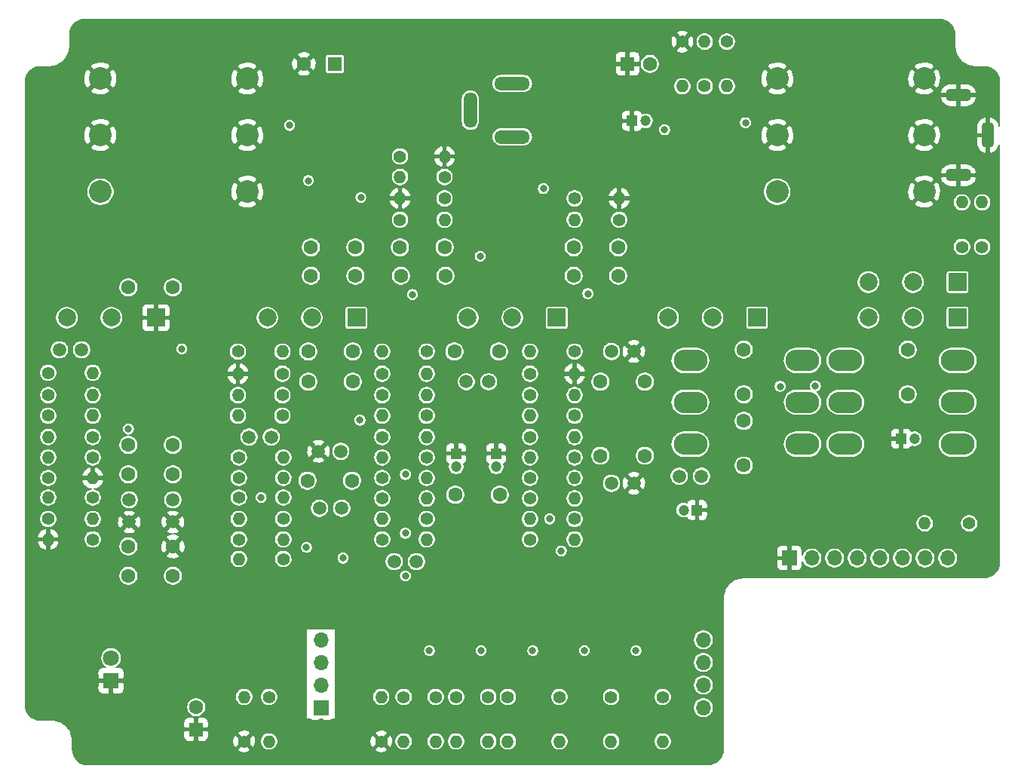
<source format=gbr>
G04 #@! TF.GenerationSoftware,KiCad,Pcbnew,(5.1.10)-1*
G04 #@! TF.CreationDate,2023-12-11T13:39:05-03:30*
G04 #@! TF.ProjectId,tight-distortion,74696768-742d-4646-9973-746f7274696f,rev?*
G04 #@! TF.SameCoordinates,Original*
G04 #@! TF.FileFunction,Copper,L2,Inr*
G04 #@! TF.FilePolarity,Positive*
%FSLAX46Y46*%
G04 Gerber Fmt 4.6, Leading zero omitted, Abs format (unit mm)*
G04 Created by KiCad (PCBNEW (5.1.10)-1) date 2023-12-11 13:39:05*
%MOMM*%
%LPD*%
G01*
G04 APERTURE LIST*
G04 #@! TA.AperFunction,ComponentPad*
%ADD10R,1.700000X1.700000*%
G04 #@! TD*
G04 #@! TA.AperFunction,ComponentPad*
%ADD11O,1.700000X1.700000*%
G04 #@! TD*
G04 #@! TA.AperFunction,ComponentPad*
%ADD12O,3.000000X1.400000*%
G04 #@! TD*
G04 #@! TA.AperFunction,ComponentPad*
%ADD13O,1.400000X3.000000*%
G04 #@! TD*
G04 #@! TA.AperFunction,ComponentPad*
%ADD14O,4.000000X1.500000*%
G04 #@! TD*
G04 #@! TA.AperFunction,ComponentPad*
%ADD15O,1.500000X4.000000*%
G04 #@! TD*
G04 #@! TA.AperFunction,ComponentPad*
%ADD16C,2.540000*%
G04 #@! TD*
G04 #@! TA.AperFunction,ComponentPad*
%ADD17C,1.500000*%
G04 #@! TD*
G04 #@! TA.AperFunction,ComponentPad*
%ADD18C,1.600000*%
G04 #@! TD*
G04 #@! TA.AperFunction,ComponentPad*
%ADD19C,1.200000*%
G04 #@! TD*
G04 #@! TA.AperFunction,ComponentPad*
%ADD20R,1.200000X1.200000*%
G04 #@! TD*
G04 #@! TA.AperFunction,ComponentPad*
%ADD21R,1.600000X1.600000*%
G04 #@! TD*
G04 #@! TA.AperFunction,ComponentPad*
%ADD22R,1.800000X1.800000*%
G04 #@! TD*
G04 #@! TA.AperFunction,ComponentPad*
%ADD23C,1.800000*%
G04 #@! TD*
G04 #@! TA.AperFunction,ComponentPad*
%ADD24C,1.400000*%
G04 #@! TD*
G04 #@! TA.AperFunction,ComponentPad*
%ADD25O,1.400000X1.400000*%
G04 #@! TD*
G04 #@! TA.AperFunction,ComponentPad*
%ADD26C,2.000000*%
G04 #@! TD*
G04 #@! TA.AperFunction,ComponentPad*
%ADD27R,2.000000X2.000000*%
G04 #@! TD*
G04 #@! TA.AperFunction,ComponentPad*
%ADD28O,3.800000X2.400000*%
G04 #@! TD*
G04 #@! TA.AperFunction,ViaPad*
%ADD29C,0.800000*%
G04 #@! TD*
G04 #@! TA.AperFunction,Conductor*
%ADD30C,0.200000*%
G04 #@! TD*
G04 #@! TA.AperFunction,Conductor*
%ADD31C,0.100000*%
G04 #@! TD*
G04 APERTURE END LIST*
D10*
G04 #@! TO.N,Earth*
G04 #@! TO.C,J4*
X-21460000Y-34310000D03*
D11*
G04 #@! TO.N,Net-(C37-Pad1)*
X-21460000Y-29230000D03*
X-21460000Y-26690000D03*
G04 #@! TO.N,Earth*
X-21460000Y-31770000D03*
G04 #@! TO.N,-15V*
X21460000Y-31770000D03*
G04 #@! TO.N,+15V*
X21460000Y-26690000D03*
X21460000Y-29230000D03*
G04 #@! TO.N,-15V*
X21460000Y-34310000D03*
G04 #@! TD*
D12*
G04 #@! TO.N,Earth*
G04 #@! TO.C,G1*
X50100000Y34500000D03*
X50100000Y25500000D03*
D13*
X53400000Y30000000D03*
G04 #@! TD*
D14*
G04 #@! TO.N,Net-(D2-Pad1)*
G04 #@! TO.C,J1*
X0Y29800000D03*
G04 #@! TO.N,Net-(D1-Pad1)*
X0Y35800000D03*
D15*
G04 #@! TO.N,Net-(J1-Pad3)*
X-4700000Y32800000D03*
G04 #@! TD*
D16*
G04 #@! TO.N,Earth*
G04 #@! TO.C,J2*
X-46250000Y36350000D03*
X-46250000Y30000000D03*
G04 #@! TO.N,/input_jack*
X-46250000Y23650000D03*
G04 #@! TO.N,Earth*
X-29750000Y36350000D03*
X-29750000Y30000000D03*
X-29750000Y23650000D03*
G04 #@! TD*
G04 #@! TO.N,Earth*
G04 #@! TO.C,J3*
X46250000Y23650000D03*
X46250000Y30000000D03*
X46250000Y36350000D03*
G04 #@! TO.N,/output_jack*
X29750000Y23650000D03*
G04 #@! TO.N,Earth*
X29750000Y30000000D03*
X29750000Y36350000D03*
G04 #@! TD*
D17*
G04 #@! TO.N,Net-(C1-Pad1)*
G04 #@! TO.C,C1*
X11150000Y5700000D03*
G04 #@! TO.N,Earth*
X13650000Y5700000D03*
G04 #@! TD*
D18*
G04 #@! TO.N,Net-(C2-Pad1)*
G04 #@! TO.C,C2*
X44400000Y900000D03*
G04 #@! TO.N,Net-(C2-Pad2)*
X44400000Y5900000D03*
G04 #@! TD*
G04 #@! TO.N,Net-(C1-Pad1)*
G04 #@! TO.C,C3*
X9900000Y2300000D03*
G04 #@! TO.N,Net-(C2-Pad1)*
X14900000Y2300000D03*
G04 #@! TD*
G04 #@! TO.N,Net-(C4-Pad2)*
G04 #@! TO.C,C4*
X26000000Y5900000D03*
G04 #@! TO.N,Net-(C4-Pad1)*
X26000000Y900000D03*
G04 #@! TD*
G04 #@! TO.N,Net-(C5-Pad2)*
G04 #@! TO.C,C5*
X9900000Y-6000000D03*
G04 #@! TO.N,Net-(C4-Pad1)*
X14900000Y-6000000D03*
G04 #@! TD*
D19*
G04 #@! TO.N,Net-(C6-Pad2)*
G04 #@! TO.C,C6*
X45150000Y-4100000D03*
D20*
G04 #@! TO.N,Earth*
X43650000Y-4100000D03*
G04 #@! TD*
D17*
G04 #@! TO.N,Net-(C7-Pad2)*
G04 #@! TO.C,C7*
X11150000Y-9100000D03*
G04 #@! TO.N,Earth*
X13650000Y-9100000D03*
G04 #@! TD*
D18*
G04 #@! TO.N,Net-(C8-Pad1)*
G04 #@! TO.C,C8*
X26000000Y-2100000D03*
G04 #@! TO.N,Net-(C8-Pad2)*
X26000000Y-7100000D03*
G04 #@! TD*
D20*
G04 #@! TO.N,Earth*
G04 #@! TO.C,C9*
X20750000Y-12100000D03*
D19*
G04 #@! TO.N,Net-(C9-Pad2)*
X19250000Y-12100000D03*
G04 #@! TD*
D17*
G04 #@! TO.N,Net-(C10-Pad1)*
G04 #@! TO.C,C10*
X18750000Y-8300000D03*
G04 #@! TO.N,+15V*
X21250000Y-8300000D03*
G04 #@! TD*
D18*
G04 #@! TO.N,Net-(C10-Pad1)*
G04 #@! TO.C,C11*
X-1500000Y5700000D03*
G04 #@! TO.N,Net-(C11-Pad1)*
X-6500000Y5700000D03*
G04 #@! TD*
D20*
G04 #@! TO.N,Earth*
G04 #@! TO.C,C12*
X-1800000Y-5750000D03*
D19*
G04 #@! TO.N,Net-(C12-Pad2)*
X-1800000Y-7250000D03*
G04 #@! TD*
D17*
G04 #@! TO.N,+15V*
G04 #@! TO.C,C13*
X-2650000Y2300000D03*
G04 #@! TO.N,Net-(C13-Pad1)*
X-5150000Y2300000D03*
G04 #@! TD*
D18*
G04 #@! TO.N,Net-(C13-Pad1)*
G04 #@! TO.C,C14*
X-1400000Y-10400000D03*
G04 #@! TO.N,Net-(C14-Pad1)*
X-6400000Y-10400000D03*
G04 #@! TD*
D20*
G04 #@! TO.N,Earth*
G04 #@! TO.C,C15*
X-6300000Y-5750000D03*
D19*
G04 #@! TO.N,/Signal Path/ccs3*
X-6300000Y-7250000D03*
G04 #@! TD*
D17*
G04 #@! TO.N,Net-(C16-Pad1)*
G04 #@! TO.C,C16*
X-10750000Y-17900000D03*
G04 #@! TO.N,+15V*
X-13250000Y-17900000D03*
G04 #@! TD*
D18*
G04 #@! TO.N,Net-(C16-Pad1)*
G04 #@! TO.C,C17*
X-17900000Y5700000D03*
G04 #@! TO.N,Net-(C17-Pad1)*
X-22900000Y5700000D03*
G04 #@! TD*
G04 #@! TO.N,Net-(C18-Pad2)*
G04 #@! TO.C,C18*
X-22900000Y2300000D03*
G04 #@! TO.N,/Signal Path/eq_send*
X-17900000Y2300000D03*
G04 #@! TD*
D17*
G04 #@! TO.N,Net-(C19-Pad2)*
G04 #@! TO.C,C19*
X-19250000Y-5500000D03*
G04 #@! TO.N,Earth*
X-21750000Y-5500000D03*
G04 #@! TD*
D18*
G04 #@! TO.N,Net-(C20-Pad1)*
G04 #@! TO.C,C20*
X11900000Y14200000D03*
G04 #@! TO.N,Net-(C20-Pad2)*
X6900000Y14200000D03*
G04 #@! TD*
G04 #@! TO.N,Net-(C20-Pad2)*
G04 #@! TO.C,C21*
X6900000Y17400000D03*
G04 #@! TO.N,Net-(C21-Pad2)*
X11900000Y17400000D03*
G04 #@! TD*
G04 #@! TO.N,Net-(C22-Pad2)*
G04 #@! TO.C,C22*
X-7500000Y14200000D03*
G04 #@! TO.N,Net-(C22-Pad1)*
X-12500000Y14200000D03*
G04 #@! TD*
G04 #@! TO.N,Net-(C22-Pad2)*
G04 #@! TO.C,C23*
X-12600000Y17400000D03*
G04 #@! TO.N,Net-(C23-Pad2)*
X-7600000Y17400000D03*
G04 #@! TD*
G04 #@! TO.N,Net-(C24-Pad2)*
G04 #@! TO.C,C24*
X-17600000Y14200000D03*
G04 #@! TO.N,Net-(C24-Pad1)*
X-22600000Y14200000D03*
G04 #@! TD*
G04 #@! TO.N,Net-(C24-Pad2)*
G04 #@! TO.C,C25*
X-22600000Y17400000D03*
G04 #@! TO.N,Net-(C25-Pad2)*
X-17600000Y17400000D03*
G04 #@! TD*
D17*
G04 #@! TO.N,Net-(C26-Pad2)*
G04 #@! TO.C,C26*
X-27050000Y-3900000D03*
G04 #@! TO.N,Net-(C26-Pad1)*
X-29550000Y-3900000D03*
G04 #@! TD*
D18*
G04 #@! TO.N,Net-(C26-Pad2)*
G04 #@! TO.C,C27*
X-18000000Y-8800000D03*
G04 #@! TO.N,Net-(C27-Pad1)*
X-23000000Y-8800000D03*
G04 #@! TD*
D17*
G04 #@! TO.N,Net-(C28-Pad1)*
G04 #@! TO.C,C28*
X-21650000Y-11900000D03*
G04 #@! TO.N,Net-(C28-Pad2)*
X-19150000Y-11900000D03*
G04 #@! TD*
D18*
G04 #@! TO.N,Net-(C29-Pad1)*
G04 #@! TO.C,C29*
X-43100000Y-4800000D03*
G04 #@! TO.N,Net-(C28-Pad1)*
X-38100000Y-4800000D03*
G04 #@! TD*
G04 #@! TO.N,Net-(C28-Pad2)*
G04 #@! TO.C,C30*
X-38100000Y-8100000D03*
G04 #@! TO.N,Net-(C30-Pad1)*
X-43100000Y-8100000D03*
G04 #@! TD*
G04 #@! TO.N,Net-(C31-Pad1)*
G04 #@! TO.C,C31*
X-43100000Y-19500000D03*
G04 #@! TO.N,Net-(C31-Pad2)*
X-38100000Y-19500000D03*
G04 #@! TD*
D17*
G04 #@! TO.N,Net-(C32-Pad2)*
G04 #@! TO.C,C32*
X-38100000Y-10950000D03*
G04 #@! TO.N,Earth*
X-38100000Y-13450000D03*
G04 #@! TD*
G04 #@! TO.N,Earth*
G04 #@! TO.C,C33*
X-43000000Y-13450000D03*
G04 #@! TO.N,Net-(C33-Pad2)*
X-43000000Y-10950000D03*
G04 #@! TD*
D18*
G04 #@! TO.N,Net-(C34-Pad1)*
G04 #@! TO.C,C34*
X-43100000Y-16200000D03*
G04 #@! TO.N,Earth*
X-38100000Y-16200000D03*
G04 #@! TD*
D17*
G04 #@! TO.N,Net-(C32-Pad2)*
G04 #@! TO.C,C35*
X-50850000Y5900000D03*
G04 #@! TO.N,Net-(C35-Pad2)*
X-48350000Y5900000D03*
G04 #@! TD*
D18*
G04 #@! TO.N,Net-(C36-Pad1)*
G04 #@! TO.C,C36*
X-43100000Y12900000D03*
G04 #@! TO.N,Net-(C35-Pad2)*
X-38100000Y12900000D03*
G04 #@! TD*
D21*
G04 #@! TO.N,Net-(C37-Pad1)*
G04 #@! TO.C,C37*
X-19900000Y38000000D03*
D18*
G04 #@! TO.N,Earth*
X-23400000Y38000000D03*
G04 #@! TD*
D21*
G04 #@! TO.N,Earth*
G04 #@! TO.C,C38*
X12950000Y38000000D03*
D18*
G04 #@! TO.N,Net-(C38-Pad2)*
X15450000Y38000000D03*
G04 #@! TD*
D19*
G04 #@! TO.N,/Signal Path/-VREF0*
G04 #@! TO.C,C39*
X14950000Y31600000D03*
D20*
G04 #@! TO.N,Earth*
X13450000Y31600000D03*
G04 #@! TD*
D18*
G04 #@! TO.N,/Signal Path/-VREF1*
G04 #@! TO.C,C40*
X-35500000Y-34250000D03*
D21*
G04 #@! TO.N,Earth*
X-35500000Y-36750000D03*
G04 #@! TD*
D22*
G04 #@! TO.N,Earth*
G04 #@! TO.C,D5*
X-45050000Y-31270000D03*
D23*
G04 #@! TO.N,/LED+*
X-45050000Y-28730000D03*
G04 #@! TD*
D11*
G04 #@! TO.N,/return*
G04 #@! TO.C,J5*
X38730000Y-17500000D03*
G04 #@! TO.N,/LED+*
X43810000Y-17500000D03*
G04 #@! TO.N,/V+*
X46350000Y-17500000D03*
G04 #@! TO.N,/send*
X36190000Y-17500000D03*
G04 #@! TO.N,/output_jack*
X41270000Y-17500000D03*
G04 #@! TO.N,Net-(J5-Pad8)*
X48890000Y-17500000D03*
D10*
G04 #@! TO.N,Earth*
X31110000Y-17500000D03*
D11*
G04 #@! TO.N,/input_jack*
X33650000Y-17500000D03*
G04 #@! TD*
D24*
G04 #@! TO.N,/send*
G04 #@! TO.C,R1*
X7000000Y5700000D03*
D25*
G04 #@! TO.N,Net-(C1-Pad1)*
X2000000Y5700000D03*
G04 #@! TD*
D24*
G04 #@! TO.N,Net-(C1-Pad1)*
G04 #@! TO.C,R2*
X2000000Y3200000D03*
D25*
G04 #@! TO.N,Earth*
X7000000Y3200000D03*
G04 #@! TD*
D24*
G04 #@! TO.N,Net-(C2-Pad1)*
G04 #@! TO.C,R3*
X2000000Y800000D03*
D25*
G04 #@! TO.N,/Signal Path/-VREF0*
X7000000Y800000D03*
G04 #@! TD*
G04 #@! TO.N,Net-(C5-Pad2)*
G04 #@! TO.C,R4*
X7000000Y-3900000D03*
D24*
G04 #@! TO.N,+15V*
X2000000Y-3900000D03*
G04 #@! TD*
D25*
G04 #@! TO.N,/Signal Path/ccs0*
G04 #@! TO.C,R5*
X2000000Y-1500000D03*
D24*
G04 #@! TO.N,Net-(Q1-Pad2)*
X7000000Y-1500000D03*
G04 #@! TD*
G04 #@! TO.N,Net-(C4-Pad1)*
G04 #@! TO.C,R6*
X7000000Y-6200000D03*
D25*
G04 #@! TO.N,Net-(C7-Pad2)*
X2000000Y-6200000D03*
G04 #@! TD*
G04 #@! TO.N,/Signal Path/-VREF0*
G04 #@! TO.C,R7*
X7000000Y-8500000D03*
D24*
G04 #@! TO.N,Net-(C7-Pad2)*
X2000000Y-8500000D03*
G04 #@! TD*
D25*
G04 #@! TO.N,/Signal Path/-VREF0*
G04 #@! TO.C,R8*
X52750000Y22450000D03*
D24*
G04 #@! TO.N,Net-(R8-Pad1)*
X52750000Y17450000D03*
G04 #@! TD*
D25*
G04 #@! TO.N,Net-(Q2-Pad3)*
G04 #@! TO.C,R9*
X7000000Y-10800000D03*
D24*
G04 #@! TO.N,Net-(C8-Pad1)*
X2000000Y-10800000D03*
G04 #@! TD*
G04 #@! TO.N,+15V*
G04 #@! TO.C,R10*
X2000000Y-15400000D03*
D25*
G04 #@! TO.N,Net-(C10-Pad1)*
X7000000Y-15400000D03*
G04 #@! TD*
D24*
G04 #@! TO.N,Net-(C9-Pad2)*
G04 #@! TO.C,R11*
X7000000Y-13100000D03*
D25*
G04 #@! TO.N,/Signal Path/ccs1*
X2000000Y-13100000D03*
G04 #@! TD*
G04 #@! TO.N,Net-(R12-Pad2)*
G04 #@! TO.C,R12*
X-14600000Y5700000D03*
D24*
G04 #@! TO.N,Net-(C11-Pad1)*
X-9600000Y5700000D03*
G04 #@! TD*
G04 #@! TO.N,Net-(R12-Pad2)*
G04 #@! TO.C,R13*
X-14600000Y3200000D03*
D25*
G04 #@! TO.N,/Signal Path/-VREF0*
X-9600000Y3200000D03*
G04 #@! TD*
D24*
G04 #@! TO.N,Net-(R14-Pad1)*
G04 #@! TO.C,R14*
X50500000Y17450000D03*
D25*
G04 #@! TO.N,/Signal Path/-VREF0*
X50500000Y22450000D03*
G04 #@! TD*
D24*
G04 #@! TO.N,Net-(R15-Pad1)*
G04 #@! TO.C,R15*
X-14600000Y800000D03*
D25*
G04 #@! TO.N,Net-(Q3-Pad3)*
X-9600000Y800000D03*
G04 #@! TD*
G04 #@! TO.N,Net-(C13-Pad1)*
G04 #@! TO.C,R16*
X-9600000Y-3900000D03*
D24*
G04 #@! TO.N,+15V*
X-14600000Y-3900000D03*
G04 #@! TD*
D25*
G04 #@! TO.N,/Signal Path/ccs2*
G04 #@! TO.C,R17*
X-14600000Y-1500000D03*
D24*
G04 #@! TO.N,Net-(C12-Pad2)*
X-9600000Y-1500000D03*
G04 #@! TD*
G04 #@! TO.N,Net-(C14-Pad1)*
G04 #@! TO.C,R18*
X-9600000Y-6200000D03*
D25*
G04 #@! TO.N,Net-(R18-Pad2)*
X-14600000Y-6200000D03*
G04 #@! TD*
D24*
G04 #@! TO.N,Net-(R18-Pad2)*
G04 #@! TO.C,R19*
X-14600000Y-8500000D03*
D25*
G04 #@! TO.N,/Signal Path/-VREF0*
X-9600000Y-8500000D03*
G04 #@! TD*
G04 #@! TO.N,Net-(Q4-Pad3)*
G04 #@! TO.C,R20*
X-9600000Y-10800000D03*
D24*
G04 #@! TO.N,Net-(R18-Pad2)*
X-14600000Y-10800000D03*
G04 #@! TD*
D25*
G04 #@! TO.N,Net-(C16-Pad1)*
G04 #@! TO.C,R21*
X-9600000Y-15400000D03*
D24*
G04 #@! TO.N,+15V*
X-14600000Y-15400000D03*
G04 #@! TD*
D25*
G04 #@! TO.N,/Signal Path/ccs3*
G04 #@! TO.C,R22*
X-14600000Y-13100000D03*
D24*
G04 #@! TO.N,Net-(Q4-Pad2)*
X-9600000Y-13100000D03*
G04 #@! TD*
G04 #@! TO.N,Net-(C17-Pad1)*
G04 #@! TO.C,R23*
X-30800000Y5700000D03*
D25*
G04 #@! TO.N,Net-(Q5-Pad1)*
X-25800000Y5700000D03*
G04 #@! TD*
G04 #@! TO.N,Earth*
G04 #@! TO.C,R24*
X-30800000Y3200000D03*
D24*
G04 #@! TO.N,Net-(Q5-Pad1)*
X-25800000Y3200000D03*
G04 #@! TD*
G04 #@! TO.N,Net-(C18-Pad2)*
G04 #@! TO.C,R25*
X-25800000Y800000D03*
D25*
G04 #@! TO.N,-15V*
X-30800000Y800000D03*
G04 #@! TD*
G04 #@! TO.N,Net-(R26-Pad2)*
G04 #@! TO.C,R26*
X7000000Y20500000D03*
D24*
G04 #@! TO.N,Net-(C20-Pad2)*
X12000000Y20500000D03*
G04 #@! TD*
G04 #@! TO.N,/Signal Path/eq_send*
G04 #@! TO.C,R27*
X-30700000Y-6200000D03*
D25*
G04 #@! TO.N,Net-(C19-Pad2)*
X-25700000Y-6200000D03*
G04 #@! TD*
D24*
G04 #@! TO.N,Net-(C21-Pad2)*
G04 #@! TO.C,R28*
X7000000Y22900000D03*
D25*
G04 #@! TO.N,Earth*
X12000000Y22900000D03*
G04 #@! TD*
G04 #@! TO.N,Net-(R29-Pad2)*
G04 #@! TO.C,R29*
X-7600000Y20500000D03*
D24*
G04 #@! TO.N,Net-(C22-Pad2)*
X-12600000Y20500000D03*
G04 #@! TD*
G04 #@! TO.N,Net-(C23-Pad2)*
G04 #@! TO.C,R30*
X-7600000Y22900000D03*
D25*
G04 #@! TO.N,Earth*
X-12600000Y22900000D03*
G04 #@! TD*
G04 #@! TO.N,Net-(R31-Pad2)*
G04 #@! TO.C,R31*
X-12600000Y25300000D03*
D24*
G04 #@! TO.N,Net-(C24-Pad2)*
X-7600000Y25300000D03*
G04 #@! TD*
G04 #@! TO.N,Net-(C25-Pad2)*
G04 #@! TO.C,R32*
X-12600000Y27600000D03*
D25*
G04 #@! TO.N,Earth*
X-7600000Y27600000D03*
G04 #@! TD*
G04 #@! TO.N,Net-(C26-Pad1)*
G04 #@! TO.C,R33*
X-30800000Y-1500000D03*
D24*
G04 #@! TO.N,Net-(C26-Pad2)*
X-25800000Y-1500000D03*
G04 #@! TD*
D25*
G04 #@! TO.N,/Signal Path/-VREF1*
G04 #@! TO.C,R34*
X-30700000Y-13100000D03*
D24*
G04 #@! TO.N,Net-(C27-Pad1)*
X-25700000Y-13100000D03*
G04 #@! TD*
D25*
G04 #@! TO.N,Net-(Q6-Pad1)*
G04 #@! TO.C,R35*
X-25700000Y-15400000D03*
D24*
G04 #@! TO.N,Net-(C27-Pad1)*
X-30700000Y-15400000D03*
G04 #@! TD*
G04 #@! TO.N,+15V*
G04 #@! TO.C,R36*
X-30700000Y-8500000D03*
D25*
G04 #@! TO.N,Net-(C28-Pad1)*
X-25700000Y-8500000D03*
G04 #@! TD*
G04 #@! TO.N,Net-(C28-Pad2)*
G04 #@! TO.C,R37*
X-25700000Y-10700000D03*
D24*
G04 #@! TO.N,+15V*
X-30700000Y-10700000D03*
G04 #@! TD*
D25*
G04 #@! TO.N,/Signal Path/-VREF1*
G04 #@! TO.C,R38*
X-30700000Y-17600000D03*
D24*
G04 #@! TO.N,Net-(C31-Pad2)*
X-25700000Y-17600000D03*
G04 #@! TD*
D25*
G04 #@! TO.N,Net-(C32-Pad2)*
G04 #@! TO.C,R39*
X-52100000Y-3900000D03*
D24*
G04 #@! TO.N,Net-(C29-Pad1)*
X-47100000Y-3900000D03*
G04 #@! TD*
G04 #@! TO.N,Net-(C30-Pad1)*
G04 #@! TO.C,R40*
X-47100000Y-6200000D03*
D25*
G04 #@! TO.N,Net-(C33-Pad2)*
X-52100000Y-6200000D03*
G04 #@! TD*
D24*
G04 #@! TO.N,Net-(C31-Pad1)*
G04 #@! TO.C,R41*
X-47100000Y-15400000D03*
D25*
G04 #@! TO.N,Earth*
X-52100000Y-15400000D03*
G04 #@! TD*
D24*
G04 #@! TO.N,Net-(C31-Pad1)*
G04 #@! TO.C,R42*
X-52100000Y-13100000D03*
D25*
G04 #@! TO.N,Net-(C34-Pad1)*
X-47100000Y-13100000D03*
G04 #@! TD*
G04 #@! TO.N,Earth*
G04 #@! TO.C,R43*
X-47100000Y-8500000D03*
D24*
G04 #@! TO.N,Net-(C33-Pad2)*
X-52100000Y-8500000D03*
G04 #@! TD*
G04 #@! TO.N,Net-(C32-Pad2)*
G04 #@! TO.C,R44*
X-52100000Y800000D03*
D25*
G04 #@! TO.N,Net-(R44-Pad2)*
X-47100000Y800000D03*
G04 #@! TD*
G04 #@! TO.N,Net-(R45-Pad2)*
G04 #@! TO.C,R45*
X-47100000Y-1500000D03*
D24*
G04 #@! TO.N,Net-(C33-Pad2)*
X-52100000Y-1500000D03*
G04 #@! TD*
G04 #@! TO.N,Net-(C32-Pad2)*
G04 #@! TO.C,R46*
X-52100000Y3300000D03*
D25*
G04 #@! TO.N,Net-(C35-Pad2)*
X-47100000Y3300000D03*
G04 #@! TD*
G04 #@! TO.N,Net-(C35-Pad2)*
G04 #@! TO.C,R47*
X-52100000Y-10700000D03*
D24*
G04 #@! TO.N,Net-(C31-Pad1)*
X-47100000Y-10700000D03*
G04 #@! TD*
D25*
G04 #@! TO.N,Net-(Q7-Pad3)*
G04 #@! TO.C,R48*
X-14700000Y-33100000D03*
D24*
G04 #@! TO.N,Earth*
X-14700000Y-38100000D03*
G04 #@! TD*
G04 #@! TO.N,Net-(Q7-Pad2)*
G04 #@! TO.C,R49*
X-12200000Y-33100000D03*
D25*
G04 #@! TO.N,-15V*
X-12200000Y-38100000D03*
G04 #@! TD*
D24*
G04 #@! TO.N,Net-(Q9-Pad2)*
G04 #@! TO.C,R50*
X16900000Y-33100000D03*
D25*
G04 #@! TO.N,-15V*
X16900000Y-38100000D03*
G04 #@! TD*
G04 #@! TO.N,-15V*
G04 #@! TO.C,R51*
X11100000Y-38100000D03*
D24*
G04 #@! TO.N,Net-(Q10-Pad2)*
X11100000Y-33100000D03*
G04 #@! TD*
G04 #@! TO.N,Net-(Q11-Pad2)*
G04 #@! TO.C,R52*
X5300000Y-33100000D03*
D25*
G04 #@! TO.N,-15V*
X5300000Y-38100000D03*
G04 #@! TD*
G04 #@! TO.N,-15V*
G04 #@! TO.C,R53*
X-500000Y-38100000D03*
D24*
G04 #@! TO.N,Net-(Q12-Pad2)*
X-500000Y-33100000D03*
G04 #@! TD*
G04 #@! TO.N,Net-(Q13-Pad2)*
G04 #@! TO.C,R54*
X-6300000Y-33100000D03*
D25*
G04 #@! TO.N,-15V*
X-6300000Y-38100000D03*
G04 #@! TD*
D24*
G04 #@! TO.N,Earth*
G04 #@! TO.C,R55*
X19100000Y40500000D03*
D25*
G04 #@! TO.N,Net-(C38-Pad2)*
X19100000Y35500000D03*
G04 #@! TD*
D24*
G04 #@! TO.N,Net-(C38-Pad2)*
G04 #@! TO.C,R56*
X21600000Y35500000D03*
D25*
G04 #@! TO.N,Net-(R56-Pad2)*
X21600000Y40500000D03*
G04 #@! TD*
G04 #@! TO.N,-15V*
G04 #@! TO.C,R57*
X24100000Y35500000D03*
D24*
G04 #@! TO.N,Net-(R56-Pad2)*
X24100000Y40500000D03*
G04 #@! TD*
G04 #@! TO.N,Earth*
G04 #@! TO.C,R58*
X-30100000Y-38100000D03*
D25*
G04 #@! TO.N,/Signal Path/-VREF1*
X-30100000Y-33100000D03*
G04 #@! TD*
G04 #@! TO.N,-15V*
G04 #@! TO.C,R59*
X-27300000Y-38100000D03*
D24*
G04 #@! TO.N,/Signal Path/-VREF1*
X-27300000Y-33100000D03*
G04 #@! TD*
D25*
G04 #@! TO.N,/V+*
G04 #@! TO.C,R60*
X46300000Y-13600000D03*
D24*
G04 #@! TO.N,+15V*
X51300000Y-13600000D03*
G04 #@! TD*
D26*
G04 #@! TO.N,Net-(C7-Pad2)*
G04 #@! TO.C,RV1*
X40000000Y9500000D03*
G04 #@! TO.N,Net-(C8-Pad1)*
X45000000Y9500000D03*
D27*
G04 #@! TO.N,Net-(R8-Pad1)*
X50000000Y9500000D03*
D26*
G04 #@! TO.N,Net-(R15-Pad1)*
X45000000Y13500000D03*
D27*
G04 #@! TO.N,Net-(R14-Pad1)*
X50000000Y13500000D03*
D26*
G04 #@! TO.N,Net-(R12-Pad2)*
X40000000Y13500000D03*
G04 #@! TD*
D27*
G04 #@! TO.N,Net-(C19-Pad2)*
G04 #@! TO.C,RV2*
X27500000Y9500000D03*
D26*
G04 #@! TO.N,Net-(C20-Pad1)*
X22500000Y9500000D03*
G04 #@! TO.N,Net-(C26-Pad1)*
X17500000Y9500000D03*
G04 #@! TD*
G04 #@! TO.N,Net-(C26-Pad1)*
G04 #@! TO.C,RV3*
X-5000000Y9500000D03*
G04 #@! TO.N,Net-(C22-Pad1)*
X0Y9500000D03*
D27*
G04 #@! TO.N,Net-(C19-Pad2)*
X5000000Y9500000D03*
G04 #@! TD*
G04 #@! TO.N,Net-(C19-Pad2)*
G04 #@! TO.C,RV4*
X-17500000Y9500000D03*
D26*
G04 #@! TO.N,Net-(C24-Pad1)*
X-22500000Y9500000D03*
G04 #@! TO.N,Net-(C26-Pad1)*
X-27500000Y9500000D03*
G04 #@! TD*
G04 #@! TO.N,Net-(C36-Pad1)*
G04 #@! TO.C,RV5*
X-50000000Y9500000D03*
G04 #@! TO.N,/return*
X-45000000Y9500000D03*
D27*
G04 #@! TO.N,Earth*
X-40000000Y9500000D03*
G04 #@! TD*
D28*
G04 #@! TO.N,Net-(C4-Pad2)*
G04 #@! TO.C,SW1*
X32600000Y4700000D03*
G04 #@! TO.N,Net-(C5-Pad2)*
X32600000Y0D03*
G04 #@! TO.N,Net-(SW1-Pad3)*
X32600000Y-4700000D03*
G04 #@! TO.N,Net-(C2-Pad2)*
X37400000Y4700000D03*
G04 #@! TO.N,Net-(C1-Pad1)*
X37400000Y0D03*
G04 #@! TO.N,Net-(SW1-Pad6)*
X37400000Y-4700000D03*
G04 #@! TD*
G04 #@! TO.N,/Signal Path/ccs0*
G04 #@! TO.C,SW2*
X50000000Y4700000D03*
G04 #@! TO.N,Net-(C6-Pad2)*
X50000000Y0D03*
G04 #@! TO.N,Net-(Q1-Pad2)*
X50000000Y-4700000D03*
G04 #@! TD*
G04 #@! TO.N,Net-(C8-Pad2)*
G04 #@! TO.C,SW3*
X20000000Y-4700000D03*
G04 #@! TO.N,Net-(C7-Pad2)*
X20000000Y0D03*
G04 #@! TO.N,Net-(SW3-Pad3)*
X20000000Y4700000D03*
G04 #@! TD*
D25*
G04 #@! TO.N,-15V*
G04 #@! TO.C,R61*
X-2700000Y-38100000D03*
D24*
G04 #@! TO.N,Net-(Q12-Pad2)*
X-2700000Y-33100000D03*
G04 #@! TD*
G04 #@! TO.N,Net-(Q13-Pad2)*
G04 #@! TO.C,R62*
X-8600000Y-33100000D03*
D25*
G04 #@! TO.N,-15V*
X-8600000Y-38100000D03*
G04 #@! TD*
D29*
G04 #@! TO.N,Earth*
X26000000Y33500000D03*
X-10500000Y-26100000D03*
X-22900000Y19900000D03*
X-17000000Y27100000D03*
X700000Y16400000D03*
X-800000Y24000000D03*
X-40100000Y-1600000D03*
X-41400000Y6000000D03*
X-7600000Y38000000D03*
X-6600000Y38000000D03*
X17100000Y32600000D03*
X-27000000Y34400000D03*
G04 #@! TO.N,Net-(C28-Pad2)*
X-28200000Y-10700000D03*
G04 #@! TO.N,+15V*
X-17100000Y-2000000D03*
X-37100000Y6000000D03*
X-17000000Y23000000D03*
X3500000Y24000000D03*
X17100000Y30600000D03*
G04 #@! TO.N,-15V*
X-43100000Y-3000000D03*
X-22900000Y24900000D03*
X-3600000Y16400000D03*
X26200000Y31400000D03*
G04 #@! TO.N,/send*
X5500000Y-16700000D03*
G04 #@! TO.N,Net-(Q1-Pad2)*
X34037347Y1824990D03*
G04 #@! TO.N,/Signal Path/ccs3*
X-12000000Y-19500000D03*
X-12000000Y-14700000D03*
G04 #@! TO.N,Net-(C37-Pad1)*
X-25000000Y31100000D03*
G04 #@! TO.N,/Signal Path/-VREF0*
X8500000Y12200000D03*
X-11200000Y12100000D03*
G04 #@! TO.N,/Signal Path/ccs4*
X-23100000Y-16300000D03*
X-19000000Y-17500000D03*
G04 #@! TO.N,/Signal Path/ccs0*
X30085126Y1789568D03*
X4200000Y-13100000D03*
G04 #@! TO.N,/Signal Path/ccs2*
X-12000000Y-8100000D03*
G04 #@! TO.N,Net-(Q10-Pad1)*
X13900000Y-27900000D03*
X-9300000Y-27900000D03*
X-3500000Y-27900000D03*
X2300000Y-27900000D03*
X8100000Y-27900000D03*
G04 #@! TD*
D30*
G04 #@! TO.N,Earth*
X48325040Y42941571D02*
X48637699Y42847173D01*
X48926068Y42693844D01*
X49179167Y42487422D01*
X49387345Y42235777D01*
X49542685Y41948482D01*
X49639261Y41636492D01*
X49675001Y41296451D01*
X49675000Y39984040D01*
X49676474Y39969074D01*
X49676387Y39956582D01*
X49676829Y39952065D01*
X49717630Y39563872D01*
X49723556Y39535005D01*
X49729073Y39506083D01*
X49730385Y39501739D01*
X49845808Y39128864D01*
X49857232Y39101689D01*
X49868258Y39074398D01*
X49870388Y39070391D01*
X50056039Y38727036D01*
X50072523Y38702597D01*
X50088641Y38677968D01*
X50091509Y38674451D01*
X50340315Y38373696D01*
X50361225Y38352932D01*
X50381826Y38331895D01*
X50385322Y38329002D01*
X50687807Y38082301D01*
X50712367Y38065984D01*
X50736647Y38049359D01*
X50740638Y38047200D01*
X51085280Y37863950D01*
X51112502Y37852731D01*
X51139589Y37841121D01*
X51143924Y37839779D01*
X51517595Y37726961D01*
X51546493Y37721239D01*
X51575303Y37715116D01*
X51579816Y37714641D01*
X51968285Y37676551D01*
X51968292Y37676551D01*
X51984039Y37675000D01*
X52984103Y37675000D01*
X53325040Y37641571D01*
X53637699Y37547173D01*
X53926068Y37393844D01*
X54179167Y37187422D01*
X54387345Y36935777D01*
X54542685Y36648482D01*
X54639261Y36336492D01*
X54675001Y35996451D01*
X54675001Y31065557D01*
X54645757Y31200735D01*
X54543641Y31436070D01*
X54397575Y31646961D01*
X54213173Y31825304D01*
X53997521Y31964245D01*
X53750160Y32051954D01*
X53550000Y31940175D01*
X53550000Y30150000D01*
X53570000Y30150000D01*
X53570000Y29850000D01*
X53550000Y29850000D01*
X53550000Y28059825D01*
X53750160Y27948046D01*
X53997521Y28035755D01*
X54213173Y28174696D01*
X54397575Y28353039D01*
X54543641Y28563930D01*
X54645757Y28799265D01*
X54675001Y28934443D01*
X54675000Y-17984103D01*
X54641571Y-18325041D01*
X54547173Y-18637700D01*
X54393843Y-18926070D01*
X54187422Y-19179167D01*
X53935780Y-19387344D01*
X53648481Y-19542685D01*
X53336497Y-19639260D01*
X52996460Y-19675000D01*
X25984039Y-19675000D01*
X25969073Y-19676474D01*
X25956581Y-19676387D01*
X25952065Y-19676829D01*
X25563872Y-19717630D01*
X25535005Y-19723556D01*
X25506083Y-19729073D01*
X25501739Y-19730385D01*
X25128864Y-19845809D01*
X25101725Y-19857217D01*
X25074399Y-19868258D01*
X25070391Y-19870388D01*
X24727036Y-20056039D01*
X24702597Y-20072523D01*
X24677968Y-20088641D01*
X24674451Y-20091509D01*
X24373696Y-20340316D01*
X24352950Y-20361207D01*
X24331895Y-20381826D01*
X24329002Y-20385323D01*
X24082301Y-20687807D01*
X24066009Y-20712329D01*
X24049359Y-20736647D01*
X24047200Y-20740639D01*
X23863950Y-21085280D01*
X23852726Y-21112514D01*
X23841121Y-21139589D01*
X23839779Y-21143924D01*
X23726961Y-21517596D01*
X23721242Y-21546480D01*
X23715116Y-21575303D01*
X23714641Y-21579816D01*
X23676551Y-21968285D01*
X23676551Y-21968302D01*
X23675001Y-21984039D01*
X23675000Y-38984103D01*
X23641571Y-39325041D01*
X23547173Y-39637700D01*
X23393843Y-39926070D01*
X23187422Y-40179167D01*
X22935780Y-40387344D01*
X22648481Y-40542685D01*
X22336497Y-40639260D01*
X21996460Y-40675000D01*
X-47684103Y-40675000D01*
X-48025041Y-40641571D01*
X-48337700Y-40547173D01*
X-48626070Y-40393843D01*
X-48879167Y-40187422D01*
X-49087344Y-39935780D01*
X-49242685Y-39648481D01*
X-49339260Y-39336497D01*
X-49372864Y-39016777D01*
X-30804645Y-39016777D01*
X-30741387Y-39237988D01*
X-30507052Y-39341250D01*
X-30257075Y-39396812D01*
X-30001061Y-39402538D01*
X-29748850Y-39358208D01*
X-29510133Y-39265526D01*
X-29458613Y-39237988D01*
X-29395355Y-39016777D01*
X-30100000Y-38312132D01*
X-30804645Y-39016777D01*
X-49372864Y-39016777D01*
X-49375000Y-38996460D01*
X-49375000Y-38198939D01*
X-31402538Y-38198939D01*
X-31358208Y-38451150D01*
X-31265526Y-38689867D01*
X-31237988Y-38741387D01*
X-31016777Y-38804645D01*
X-30312132Y-38100000D01*
X-29887868Y-38100000D01*
X-29183223Y-38804645D01*
X-28962012Y-38741387D01*
X-28858750Y-38507052D01*
X-28803188Y-38257075D01*
X-28797473Y-38001509D01*
X-28300000Y-38001509D01*
X-28300000Y-38198491D01*
X-28261571Y-38391689D01*
X-28186189Y-38573678D01*
X-28076751Y-38737463D01*
X-27937463Y-38876751D01*
X-27773678Y-38986189D01*
X-27591689Y-39061571D01*
X-27398491Y-39100000D01*
X-27201509Y-39100000D01*
X-27008311Y-39061571D01*
X-26900169Y-39016777D01*
X-15404645Y-39016777D01*
X-15341387Y-39237988D01*
X-15107052Y-39341250D01*
X-14857075Y-39396812D01*
X-14601061Y-39402538D01*
X-14348850Y-39358208D01*
X-14110133Y-39265526D01*
X-14058613Y-39237988D01*
X-13995355Y-39016777D01*
X-14700000Y-38312132D01*
X-15404645Y-39016777D01*
X-26900169Y-39016777D01*
X-26826322Y-38986189D01*
X-26662537Y-38876751D01*
X-26523249Y-38737463D01*
X-26413811Y-38573678D01*
X-26338429Y-38391689D01*
X-26300090Y-38198939D01*
X-16002538Y-38198939D01*
X-15958208Y-38451150D01*
X-15865526Y-38689867D01*
X-15837988Y-38741387D01*
X-15616777Y-38804645D01*
X-14912132Y-38100000D01*
X-14487868Y-38100000D01*
X-13783223Y-38804645D01*
X-13562012Y-38741387D01*
X-13458750Y-38507052D01*
X-13403188Y-38257075D01*
X-13397473Y-38001509D01*
X-13200000Y-38001509D01*
X-13200000Y-38198491D01*
X-13161571Y-38391689D01*
X-13086189Y-38573678D01*
X-12976751Y-38737463D01*
X-12837463Y-38876751D01*
X-12673678Y-38986189D01*
X-12491689Y-39061571D01*
X-12298491Y-39100000D01*
X-12101509Y-39100000D01*
X-11908311Y-39061571D01*
X-11726322Y-38986189D01*
X-11562537Y-38876751D01*
X-11423249Y-38737463D01*
X-11313811Y-38573678D01*
X-11238429Y-38391689D01*
X-11200000Y-38198491D01*
X-11200000Y-38001509D01*
X-9600000Y-38001509D01*
X-9600000Y-38198491D01*
X-9561571Y-38391689D01*
X-9486189Y-38573678D01*
X-9376751Y-38737463D01*
X-9237463Y-38876751D01*
X-9073678Y-38986189D01*
X-8891689Y-39061571D01*
X-8698491Y-39100000D01*
X-8501509Y-39100000D01*
X-8308311Y-39061571D01*
X-8126322Y-38986189D01*
X-7962537Y-38876751D01*
X-7823249Y-38737463D01*
X-7713811Y-38573678D01*
X-7638429Y-38391689D01*
X-7600000Y-38198491D01*
X-7600000Y-38001509D01*
X-7300000Y-38001509D01*
X-7300000Y-38198491D01*
X-7261571Y-38391689D01*
X-7186189Y-38573678D01*
X-7076751Y-38737463D01*
X-6937463Y-38876751D01*
X-6773678Y-38986189D01*
X-6591689Y-39061571D01*
X-6398491Y-39100000D01*
X-6201509Y-39100000D01*
X-6008311Y-39061571D01*
X-5826322Y-38986189D01*
X-5662537Y-38876751D01*
X-5523249Y-38737463D01*
X-5413811Y-38573678D01*
X-5338429Y-38391689D01*
X-5300000Y-38198491D01*
X-5300000Y-38001509D01*
X-3700000Y-38001509D01*
X-3700000Y-38198491D01*
X-3661571Y-38391689D01*
X-3586189Y-38573678D01*
X-3476751Y-38737463D01*
X-3337463Y-38876751D01*
X-3173678Y-38986189D01*
X-2991689Y-39061571D01*
X-2798491Y-39100000D01*
X-2601509Y-39100000D01*
X-2408311Y-39061571D01*
X-2226322Y-38986189D01*
X-2062537Y-38876751D01*
X-1923249Y-38737463D01*
X-1813811Y-38573678D01*
X-1738429Y-38391689D01*
X-1700000Y-38198491D01*
X-1700000Y-38001509D01*
X-1500000Y-38001509D01*
X-1500000Y-38198491D01*
X-1461571Y-38391689D01*
X-1386189Y-38573678D01*
X-1276751Y-38737463D01*
X-1137463Y-38876751D01*
X-973678Y-38986189D01*
X-791689Y-39061571D01*
X-598491Y-39100000D01*
X-401509Y-39100000D01*
X-208311Y-39061571D01*
X-26322Y-38986189D01*
X137463Y-38876751D01*
X276751Y-38737463D01*
X386189Y-38573678D01*
X461571Y-38391689D01*
X500000Y-38198491D01*
X500000Y-38001509D01*
X4300000Y-38001509D01*
X4300000Y-38198491D01*
X4338429Y-38391689D01*
X4413811Y-38573678D01*
X4523249Y-38737463D01*
X4662537Y-38876751D01*
X4826322Y-38986189D01*
X5008311Y-39061571D01*
X5201509Y-39100000D01*
X5398491Y-39100000D01*
X5591689Y-39061571D01*
X5773678Y-38986189D01*
X5937463Y-38876751D01*
X6076751Y-38737463D01*
X6186189Y-38573678D01*
X6261571Y-38391689D01*
X6300000Y-38198491D01*
X6300000Y-38001509D01*
X10100000Y-38001509D01*
X10100000Y-38198491D01*
X10138429Y-38391689D01*
X10213811Y-38573678D01*
X10323249Y-38737463D01*
X10462537Y-38876751D01*
X10626322Y-38986189D01*
X10808311Y-39061571D01*
X11001509Y-39100000D01*
X11198491Y-39100000D01*
X11391689Y-39061571D01*
X11573678Y-38986189D01*
X11737463Y-38876751D01*
X11876751Y-38737463D01*
X11986189Y-38573678D01*
X12061571Y-38391689D01*
X12100000Y-38198491D01*
X12100000Y-38001509D01*
X15900000Y-38001509D01*
X15900000Y-38198491D01*
X15938429Y-38391689D01*
X16013811Y-38573678D01*
X16123249Y-38737463D01*
X16262537Y-38876751D01*
X16426322Y-38986189D01*
X16608311Y-39061571D01*
X16801509Y-39100000D01*
X16998491Y-39100000D01*
X17191689Y-39061571D01*
X17373678Y-38986189D01*
X17537463Y-38876751D01*
X17676751Y-38737463D01*
X17786189Y-38573678D01*
X17861571Y-38391689D01*
X17900000Y-38198491D01*
X17900000Y-38001509D01*
X17861571Y-37808311D01*
X17786189Y-37626322D01*
X17676751Y-37462537D01*
X17537463Y-37323249D01*
X17373678Y-37213811D01*
X17191689Y-37138429D01*
X16998491Y-37100000D01*
X16801509Y-37100000D01*
X16608311Y-37138429D01*
X16426322Y-37213811D01*
X16262537Y-37323249D01*
X16123249Y-37462537D01*
X16013811Y-37626322D01*
X15938429Y-37808311D01*
X15900000Y-38001509D01*
X12100000Y-38001509D01*
X12061571Y-37808311D01*
X11986189Y-37626322D01*
X11876751Y-37462537D01*
X11737463Y-37323249D01*
X11573678Y-37213811D01*
X11391689Y-37138429D01*
X11198491Y-37100000D01*
X11001509Y-37100000D01*
X10808311Y-37138429D01*
X10626322Y-37213811D01*
X10462537Y-37323249D01*
X10323249Y-37462537D01*
X10213811Y-37626322D01*
X10138429Y-37808311D01*
X10100000Y-38001509D01*
X6300000Y-38001509D01*
X6261571Y-37808311D01*
X6186189Y-37626322D01*
X6076751Y-37462537D01*
X5937463Y-37323249D01*
X5773678Y-37213811D01*
X5591689Y-37138429D01*
X5398491Y-37100000D01*
X5201509Y-37100000D01*
X5008311Y-37138429D01*
X4826322Y-37213811D01*
X4662537Y-37323249D01*
X4523249Y-37462537D01*
X4413811Y-37626322D01*
X4338429Y-37808311D01*
X4300000Y-38001509D01*
X500000Y-38001509D01*
X461571Y-37808311D01*
X386189Y-37626322D01*
X276751Y-37462537D01*
X137463Y-37323249D01*
X-26322Y-37213811D01*
X-208311Y-37138429D01*
X-401509Y-37100000D01*
X-598491Y-37100000D01*
X-791689Y-37138429D01*
X-973678Y-37213811D01*
X-1137463Y-37323249D01*
X-1276751Y-37462537D01*
X-1386189Y-37626322D01*
X-1461571Y-37808311D01*
X-1500000Y-38001509D01*
X-1700000Y-38001509D01*
X-1738429Y-37808311D01*
X-1813811Y-37626322D01*
X-1923249Y-37462537D01*
X-2062537Y-37323249D01*
X-2226322Y-37213811D01*
X-2408311Y-37138429D01*
X-2601509Y-37100000D01*
X-2798491Y-37100000D01*
X-2991689Y-37138429D01*
X-3173678Y-37213811D01*
X-3337463Y-37323249D01*
X-3476751Y-37462537D01*
X-3586189Y-37626322D01*
X-3661571Y-37808311D01*
X-3700000Y-38001509D01*
X-5300000Y-38001509D01*
X-5338429Y-37808311D01*
X-5413811Y-37626322D01*
X-5523249Y-37462537D01*
X-5662537Y-37323249D01*
X-5826322Y-37213811D01*
X-6008311Y-37138429D01*
X-6201509Y-37100000D01*
X-6398491Y-37100000D01*
X-6591689Y-37138429D01*
X-6773678Y-37213811D01*
X-6937463Y-37323249D01*
X-7076751Y-37462537D01*
X-7186189Y-37626322D01*
X-7261571Y-37808311D01*
X-7300000Y-38001509D01*
X-7600000Y-38001509D01*
X-7638429Y-37808311D01*
X-7713811Y-37626322D01*
X-7823249Y-37462537D01*
X-7962537Y-37323249D01*
X-8126322Y-37213811D01*
X-8308311Y-37138429D01*
X-8501509Y-37100000D01*
X-8698491Y-37100000D01*
X-8891689Y-37138429D01*
X-9073678Y-37213811D01*
X-9237463Y-37323249D01*
X-9376751Y-37462537D01*
X-9486189Y-37626322D01*
X-9561571Y-37808311D01*
X-9600000Y-38001509D01*
X-11200000Y-38001509D01*
X-11238429Y-37808311D01*
X-11313811Y-37626322D01*
X-11423249Y-37462537D01*
X-11562537Y-37323249D01*
X-11726322Y-37213811D01*
X-11908311Y-37138429D01*
X-12101509Y-37100000D01*
X-12298491Y-37100000D01*
X-12491689Y-37138429D01*
X-12673678Y-37213811D01*
X-12837463Y-37323249D01*
X-12976751Y-37462537D01*
X-13086189Y-37626322D01*
X-13161571Y-37808311D01*
X-13200000Y-38001509D01*
X-13397473Y-38001509D01*
X-13397462Y-38001061D01*
X-13441792Y-37748850D01*
X-13534474Y-37510133D01*
X-13562012Y-37458613D01*
X-13783223Y-37395355D01*
X-14487868Y-38100000D01*
X-14912132Y-38100000D01*
X-15616777Y-37395355D01*
X-15837988Y-37458613D01*
X-15941250Y-37692948D01*
X-15996812Y-37942925D01*
X-16002538Y-38198939D01*
X-26300090Y-38198939D01*
X-26300000Y-38198491D01*
X-26300000Y-38001509D01*
X-26338429Y-37808311D01*
X-26413811Y-37626322D01*
X-26523249Y-37462537D01*
X-26662537Y-37323249D01*
X-26826322Y-37213811D01*
X-26900168Y-37183223D01*
X-15404645Y-37183223D01*
X-14700000Y-37887868D01*
X-13995355Y-37183223D01*
X-14058613Y-36962012D01*
X-14292948Y-36858750D01*
X-14542925Y-36803188D01*
X-14798939Y-36797462D01*
X-15051150Y-36841792D01*
X-15289867Y-36934474D01*
X-15341387Y-36962012D01*
X-15404645Y-37183223D01*
X-26900168Y-37183223D01*
X-27008311Y-37138429D01*
X-27201509Y-37100000D01*
X-27398491Y-37100000D01*
X-27591689Y-37138429D01*
X-27773678Y-37213811D01*
X-27937463Y-37323249D01*
X-28076751Y-37462537D01*
X-28186189Y-37626322D01*
X-28261571Y-37808311D01*
X-28300000Y-38001509D01*
X-28797473Y-38001509D01*
X-28797462Y-38001061D01*
X-28841792Y-37748850D01*
X-28934474Y-37510133D01*
X-28962012Y-37458613D01*
X-29183223Y-37395355D01*
X-29887868Y-38100000D01*
X-30312132Y-38100000D01*
X-31016777Y-37395355D01*
X-31237988Y-37458613D01*
X-31341250Y-37692948D01*
X-31396812Y-37942925D01*
X-31402538Y-38198939D01*
X-49375000Y-38198939D01*
X-49375000Y-37984039D01*
X-49376474Y-37969073D01*
X-49376387Y-37956581D01*
X-49376829Y-37952065D01*
X-49417630Y-37563872D01*
X-49420477Y-37550000D01*
X-36902903Y-37550000D01*
X-36891318Y-37667621D01*
X-36857010Y-37780721D01*
X-36801296Y-37884955D01*
X-36726317Y-37976317D01*
X-36634955Y-38051296D01*
X-36530721Y-38107010D01*
X-36417621Y-38141318D01*
X-36300000Y-38152903D01*
X-35800000Y-38150000D01*
X-35650000Y-38000000D01*
X-35650000Y-36900000D01*
X-35350000Y-36900000D01*
X-35350000Y-38000000D01*
X-35200000Y-38150000D01*
X-34700000Y-38152903D01*
X-34582379Y-38141318D01*
X-34469279Y-38107010D01*
X-34365045Y-38051296D01*
X-34273683Y-37976317D01*
X-34198704Y-37884955D01*
X-34142990Y-37780721D01*
X-34108682Y-37667621D01*
X-34097097Y-37550000D01*
X-34099226Y-37183223D01*
X-30804645Y-37183223D01*
X-30100000Y-37887868D01*
X-29395355Y-37183223D01*
X-29458613Y-36962012D01*
X-29692948Y-36858750D01*
X-29942925Y-36803188D01*
X-30198939Y-36797462D01*
X-30451150Y-36841792D01*
X-30689867Y-36934474D01*
X-30741387Y-36962012D01*
X-30804645Y-37183223D01*
X-34099226Y-37183223D01*
X-34100000Y-37050000D01*
X-34250000Y-36900000D01*
X-35350000Y-36900000D01*
X-35650000Y-36900000D01*
X-36750000Y-36900000D01*
X-36900000Y-37050000D01*
X-36902903Y-37550000D01*
X-49420477Y-37550000D01*
X-49423556Y-37535005D01*
X-49429073Y-37506083D01*
X-49430385Y-37501739D01*
X-49545809Y-37128864D01*
X-49557217Y-37101725D01*
X-49568258Y-37074399D01*
X-49570388Y-37070391D01*
X-49756039Y-36727036D01*
X-49772523Y-36702597D01*
X-49788641Y-36677968D01*
X-49791509Y-36674451D01*
X-50040316Y-36373696D01*
X-50061207Y-36352950D01*
X-50081826Y-36331895D01*
X-50085323Y-36329002D01*
X-50387807Y-36082301D01*
X-50412329Y-36066009D01*
X-50436647Y-36049359D01*
X-50440639Y-36047200D01*
X-50623444Y-35950000D01*
X-36902903Y-35950000D01*
X-36900000Y-36450000D01*
X-36750000Y-36600000D01*
X-35650000Y-36600000D01*
X-35650000Y-35500000D01*
X-35350000Y-35500000D01*
X-35350000Y-36600000D01*
X-34250000Y-36600000D01*
X-34100000Y-36450000D01*
X-34097097Y-35950000D01*
X-34108682Y-35832379D01*
X-34142990Y-35719279D01*
X-34198704Y-35615045D01*
X-34273683Y-35523683D01*
X-34365045Y-35448704D01*
X-34469279Y-35392990D01*
X-34582379Y-35358682D01*
X-34700000Y-35347097D01*
X-35200000Y-35350000D01*
X-35350000Y-35500000D01*
X-35650000Y-35500000D01*
X-35800000Y-35350000D01*
X-36300000Y-35347097D01*
X-36417621Y-35358682D01*
X-36530721Y-35392990D01*
X-36634955Y-35448704D01*
X-36726317Y-35523683D01*
X-36801296Y-35615045D01*
X-36857010Y-35719279D01*
X-36891318Y-35832379D01*
X-36902903Y-35950000D01*
X-50623444Y-35950000D01*
X-50785280Y-35863950D01*
X-50812514Y-35852726D01*
X-50839589Y-35841121D01*
X-50843924Y-35839779D01*
X-51217596Y-35726961D01*
X-51246480Y-35721242D01*
X-51275303Y-35715116D01*
X-51279816Y-35714641D01*
X-51668285Y-35676551D01*
X-51668292Y-35676551D01*
X-51684039Y-35675000D01*
X-52984103Y-35675000D01*
X-53325041Y-35641571D01*
X-53637700Y-35547173D01*
X-53926070Y-35393843D01*
X-54179167Y-35187422D01*
X-54387344Y-34935780D01*
X-54542685Y-34648481D01*
X-54639260Y-34336497D01*
X-54659738Y-34141659D01*
X-36600000Y-34141659D01*
X-36600000Y-34358341D01*
X-36557727Y-34570858D01*
X-36474807Y-34771045D01*
X-36354425Y-34951209D01*
X-36201209Y-35104425D01*
X-36021045Y-35224807D01*
X-35820858Y-35307727D01*
X-35608341Y-35350000D01*
X-35391659Y-35350000D01*
X-35179142Y-35307727D01*
X-34978955Y-35224807D01*
X-34798791Y-35104425D01*
X-34645575Y-34951209D01*
X-34525193Y-34771045D01*
X-34442273Y-34570858D01*
X-34400000Y-34358341D01*
X-34400000Y-34141659D01*
X-34442273Y-33929142D01*
X-34525193Y-33728955D01*
X-34645575Y-33548791D01*
X-34798791Y-33395575D01*
X-34978955Y-33275193D01*
X-35179142Y-33192273D01*
X-35391659Y-33150000D01*
X-35608341Y-33150000D01*
X-35820858Y-33192273D01*
X-36021045Y-33275193D01*
X-36201209Y-33395575D01*
X-36354425Y-33548791D01*
X-36474807Y-33728955D01*
X-36557727Y-33929142D01*
X-36600000Y-34141659D01*
X-54659738Y-34141659D01*
X-54675000Y-33996460D01*
X-54675000Y-33001509D01*
X-31100000Y-33001509D01*
X-31100000Y-33198491D01*
X-31061571Y-33391689D01*
X-30986189Y-33573678D01*
X-30876751Y-33737463D01*
X-30737463Y-33876751D01*
X-30573678Y-33986189D01*
X-30391689Y-34061571D01*
X-30198491Y-34100000D01*
X-30001509Y-34100000D01*
X-29808311Y-34061571D01*
X-29626322Y-33986189D01*
X-29462537Y-33876751D01*
X-29323249Y-33737463D01*
X-29213811Y-33573678D01*
X-29138429Y-33391689D01*
X-29100000Y-33198491D01*
X-29100000Y-33001509D01*
X-28300000Y-33001509D01*
X-28300000Y-33198491D01*
X-28261571Y-33391689D01*
X-28186189Y-33573678D01*
X-28076751Y-33737463D01*
X-27937463Y-33876751D01*
X-27773678Y-33986189D01*
X-27591689Y-34061571D01*
X-27398491Y-34100000D01*
X-27201509Y-34100000D01*
X-27008311Y-34061571D01*
X-26826322Y-33986189D01*
X-26662537Y-33876751D01*
X-26523249Y-33737463D01*
X-26413811Y-33573678D01*
X-26338429Y-33391689D01*
X-26300000Y-33198491D01*
X-26300000Y-33001509D01*
X-26338429Y-32808311D01*
X-26413811Y-32626322D01*
X-26523249Y-32462537D01*
X-26662537Y-32323249D01*
X-26826322Y-32213811D01*
X-27008311Y-32138429D01*
X-27201509Y-32100000D01*
X-27398491Y-32100000D01*
X-27591689Y-32138429D01*
X-27773678Y-32213811D01*
X-27937463Y-32323249D01*
X-28076751Y-32462537D01*
X-28186189Y-32626322D01*
X-28261571Y-32808311D01*
X-28300000Y-33001509D01*
X-29100000Y-33001509D01*
X-29138429Y-32808311D01*
X-29213811Y-32626322D01*
X-29323249Y-32462537D01*
X-29462537Y-32323249D01*
X-29626322Y-32213811D01*
X-29808311Y-32138429D01*
X-30001509Y-32100000D01*
X-30198491Y-32100000D01*
X-30391689Y-32138429D01*
X-30573678Y-32213811D01*
X-30737463Y-32323249D01*
X-30876751Y-32462537D01*
X-30986189Y-32626322D01*
X-31061571Y-32808311D01*
X-31100000Y-33001509D01*
X-54675000Y-33001509D01*
X-54675000Y-32170000D01*
X-46552903Y-32170000D01*
X-46541318Y-32287621D01*
X-46507010Y-32400721D01*
X-46451296Y-32504955D01*
X-46376317Y-32596317D01*
X-46284955Y-32671296D01*
X-46180721Y-32727010D01*
X-46067621Y-32761318D01*
X-45950000Y-32772903D01*
X-45350000Y-32770000D01*
X-45200000Y-32620000D01*
X-45200000Y-31420000D01*
X-44900000Y-31420000D01*
X-44900000Y-32620000D01*
X-44750000Y-32770000D01*
X-44150000Y-32772903D01*
X-44032379Y-32761318D01*
X-43919279Y-32727010D01*
X-43815045Y-32671296D01*
X-43723683Y-32596317D01*
X-43648704Y-32504955D01*
X-43592990Y-32400721D01*
X-43558682Y-32287621D01*
X-43547097Y-32170000D01*
X-43550000Y-31570000D01*
X-43700000Y-31420000D01*
X-44900000Y-31420000D01*
X-45200000Y-31420000D01*
X-46400000Y-31420000D01*
X-46550000Y-31570000D01*
X-46552903Y-32170000D01*
X-54675000Y-32170000D01*
X-54675000Y-30370000D01*
X-46552903Y-30370000D01*
X-46550000Y-30970000D01*
X-46400000Y-31120000D01*
X-45200000Y-31120000D01*
X-45200000Y-31100000D01*
X-44900000Y-31100000D01*
X-44900000Y-31120000D01*
X-43700000Y-31120000D01*
X-43550000Y-30970000D01*
X-43547097Y-30370000D01*
X-43558682Y-30252379D01*
X-43592990Y-30139279D01*
X-43648704Y-30035045D01*
X-43723683Y-29943683D01*
X-43815045Y-29868704D01*
X-43919279Y-29812990D01*
X-44032379Y-29778682D01*
X-44150000Y-29767097D01*
X-44444314Y-29768521D01*
X-44285045Y-29662101D01*
X-44117899Y-29494955D01*
X-43986574Y-29298413D01*
X-43896116Y-29080027D01*
X-43850000Y-28848190D01*
X-43850000Y-28611810D01*
X-43896116Y-28379973D01*
X-43986574Y-28161587D01*
X-44117899Y-27965045D01*
X-44285045Y-27797899D01*
X-44481587Y-27666574D01*
X-44699973Y-27576116D01*
X-44931810Y-27530000D01*
X-45168190Y-27530000D01*
X-45400027Y-27576116D01*
X-45618413Y-27666574D01*
X-45814955Y-27797899D01*
X-45982101Y-27965045D01*
X-46113426Y-28161587D01*
X-46203884Y-28379973D01*
X-46250000Y-28611810D01*
X-46250000Y-28848190D01*
X-46203884Y-29080027D01*
X-46113426Y-29298413D01*
X-45982101Y-29494955D01*
X-45814955Y-29662101D01*
X-45655686Y-29768521D01*
X-45950000Y-29767097D01*
X-46067621Y-29778682D01*
X-46180721Y-29812990D01*
X-46284955Y-29868704D01*
X-46376317Y-29943683D01*
X-46451296Y-30035045D01*
X-46507010Y-30139279D01*
X-46541318Y-30252379D01*
X-46552903Y-30370000D01*
X-54675000Y-30370000D01*
X-54675000Y-25500000D01*
X-23100000Y-25500000D01*
X-23100000Y-35500000D01*
X-23098079Y-35519509D01*
X-23092388Y-35538268D01*
X-23083147Y-35555557D01*
X-23070711Y-35570711D01*
X-23055557Y-35583147D01*
X-23038268Y-35592388D01*
X-23019509Y-35598079D01*
X-23000000Y-35600000D01*
X-22719644Y-35600000D01*
X-22644955Y-35661296D01*
X-22540721Y-35717010D01*
X-22427621Y-35751318D01*
X-22310000Y-35762903D01*
X-21760000Y-35760000D01*
X-21610000Y-35610000D01*
X-21610000Y-35600000D01*
X-21310000Y-35600000D01*
X-21310000Y-35610000D01*
X-21160000Y-35760000D01*
X-20610000Y-35762903D01*
X-20492379Y-35751318D01*
X-20379279Y-35717010D01*
X-20275045Y-35661296D01*
X-20200356Y-35600000D01*
X-19900000Y-35600000D01*
X-19880491Y-35598079D01*
X-19861732Y-35592388D01*
X-19844443Y-35583147D01*
X-19829289Y-35570711D01*
X-19816853Y-35555557D01*
X-19807612Y-35538268D01*
X-19801921Y-35519509D01*
X-19800000Y-35500000D01*
X-19800000Y-34196735D01*
X20310000Y-34196735D01*
X20310000Y-34423265D01*
X20354194Y-34645443D01*
X20440884Y-34854729D01*
X20566737Y-35043082D01*
X20726918Y-35203263D01*
X20915271Y-35329116D01*
X21124557Y-35415806D01*
X21346735Y-35460000D01*
X21573265Y-35460000D01*
X21795443Y-35415806D01*
X22004729Y-35329116D01*
X22193082Y-35203263D01*
X22353263Y-35043082D01*
X22479116Y-34854729D01*
X22565806Y-34645443D01*
X22610000Y-34423265D01*
X22610000Y-34196735D01*
X22565806Y-33974557D01*
X22479116Y-33765271D01*
X22353263Y-33576918D01*
X22193082Y-33416737D01*
X22004729Y-33290884D01*
X21795443Y-33204194D01*
X21573265Y-33160000D01*
X21346735Y-33160000D01*
X21124557Y-33204194D01*
X20915271Y-33290884D01*
X20726918Y-33416737D01*
X20566737Y-33576918D01*
X20440884Y-33765271D01*
X20354194Y-33974557D01*
X20310000Y-34196735D01*
X-19800000Y-34196735D01*
X-19800000Y-33001509D01*
X-15700000Y-33001509D01*
X-15700000Y-33198491D01*
X-15661571Y-33391689D01*
X-15586189Y-33573678D01*
X-15476751Y-33737463D01*
X-15337463Y-33876751D01*
X-15173678Y-33986189D01*
X-14991689Y-34061571D01*
X-14798491Y-34100000D01*
X-14601509Y-34100000D01*
X-14408311Y-34061571D01*
X-14226322Y-33986189D01*
X-14062537Y-33876751D01*
X-13923249Y-33737463D01*
X-13813811Y-33573678D01*
X-13738429Y-33391689D01*
X-13700000Y-33198491D01*
X-13700000Y-33001509D01*
X-13200000Y-33001509D01*
X-13200000Y-33198491D01*
X-13161571Y-33391689D01*
X-13086189Y-33573678D01*
X-12976751Y-33737463D01*
X-12837463Y-33876751D01*
X-12673678Y-33986189D01*
X-12491689Y-34061571D01*
X-12298491Y-34100000D01*
X-12101509Y-34100000D01*
X-11908311Y-34061571D01*
X-11726322Y-33986189D01*
X-11562537Y-33876751D01*
X-11423249Y-33737463D01*
X-11313811Y-33573678D01*
X-11238429Y-33391689D01*
X-11200000Y-33198491D01*
X-11200000Y-33001509D01*
X-9600000Y-33001509D01*
X-9600000Y-33198491D01*
X-9561571Y-33391689D01*
X-9486189Y-33573678D01*
X-9376751Y-33737463D01*
X-9237463Y-33876751D01*
X-9073678Y-33986189D01*
X-8891689Y-34061571D01*
X-8698491Y-34100000D01*
X-8501509Y-34100000D01*
X-8308311Y-34061571D01*
X-8126322Y-33986189D01*
X-7962537Y-33876751D01*
X-7823249Y-33737463D01*
X-7713811Y-33573678D01*
X-7638429Y-33391689D01*
X-7600000Y-33198491D01*
X-7600000Y-33001509D01*
X-7300000Y-33001509D01*
X-7300000Y-33198491D01*
X-7261571Y-33391689D01*
X-7186189Y-33573678D01*
X-7076751Y-33737463D01*
X-6937463Y-33876751D01*
X-6773678Y-33986189D01*
X-6591689Y-34061571D01*
X-6398491Y-34100000D01*
X-6201509Y-34100000D01*
X-6008311Y-34061571D01*
X-5826322Y-33986189D01*
X-5662537Y-33876751D01*
X-5523249Y-33737463D01*
X-5413811Y-33573678D01*
X-5338429Y-33391689D01*
X-5300000Y-33198491D01*
X-5300000Y-33001509D01*
X-3700000Y-33001509D01*
X-3700000Y-33198491D01*
X-3661571Y-33391689D01*
X-3586189Y-33573678D01*
X-3476751Y-33737463D01*
X-3337463Y-33876751D01*
X-3173678Y-33986189D01*
X-2991689Y-34061571D01*
X-2798491Y-34100000D01*
X-2601509Y-34100000D01*
X-2408311Y-34061571D01*
X-2226322Y-33986189D01*
X-2062537Y-33876751D01*
X-1923249Y-33737463D01*
X-1813811Y-33573678D01*
X-1738429Y-33391689D01*
X-1700000Y-33198491D01*
X-1700000Y-33001509D01*
X-1500000Y-33001509D01*
X-1500000Y-33198491D01*
X-1461571Y-33391689D01*
X-1386189Y-33573678D01*
X-1276751Y-33737463D01*
X-1137463Y-33876751D01*
X-973678Y-33986189D01*
X-791689Y-34061571D01*
X-598491Y-34100000D01*
X-401509Y-34100000D01*
X-208311Y-34061571D01*
X-26322Y-33986189D01*
X137463Y-33876751D01*
X276751Y-33737463D01*
X386189Y-33573678D01*
X461571Y-33391689D01*
X500000Y-33198491D01*
X500000Y-33001509D01*
X4300000Y-33001509D01*
X4300000Y-33198491D01*
X4338429Y-33391689D01*
X4413811Y-33573678D01*
X4523249Y-33737463D01*
X4662537Y-33876751D01*
X4826322Y-33986189D01*
X5008311Y-34061571D01*
X5201509Y-34100000D01*
X5398491Y-34100000D01*
X5591689Y-34061571D01*
X5773678Y-33986189D01*
X5937463Y-33876751D01*
X6076751Y-33737463D01*
X6186189Y-33573678D01*
X6261571Y-33391689D01*
X6300000Y-33198491D01*
X6300000Y-33001509D01*
X10100000Y-33001509D01*
X10100000Y-33198491D01*
X10138429Y-33391689D01*
X10213811Y-33573678D01*
X10323249Y-33737463D01*
X10462537Y-33876751D01*
X10626322Y-33986189D01*
X10808311Y-34061571D01*
X11001509Y-34100000D01*
X11198491Y-34100000D01*
X11391689Y-34061571D01*
X11573678Y-33986189D01*
X11737463Y-33876751D01*
X11876751Y-33737463D01*
X11986189Y-33573678D01*
X12061571Y-33391689D01*
X12100000Y-33198491D01*
X12100000Y-33001509D01*
X15900000Y-33001509D01*
X15900000Y-33198491D01*
X15938429Y-33391689D01*
X16013811Y-33573678D01*
X16123249Y-33737463D01*
X16262537Y-33876751D01*
X16426322Y-33986189D01*
X16608311Y-34061571D01*
X16801509Y-34100000D01*
X16998491Y-34100000D01*
X17191689Y-34061571D01*
X17373678Y-33986189D01*
X17537463Y-33876751D01*
X17676751Y-33737463D01*
X17786189Y-33573678D01*
X17861571Y-33391689D01*
X17900000Y-33198491D01*
X17900000Y-33001509D01*
X17861571Y-32808311D01*
X17786189Y-32626322D01*
X17676751Y-32462537D01*
X17537463Y-32323249D01*
X17373678Y-32213811D01*
X17191689Y-32138429D01*
X16998491Y-32100000D01*
X16801509Y-32100000D01*
X16608311Y-32138429D01*
X16426322Y-32213811D01*
X16262537Y-32323249D01*
X16123249Y-32462537D01*
X16013811Y-32626322D01*
X15938429Y-32808311D01*
X15900000Y-33001509D01*
X12100000Y-33001509D01*
X12061571Y-32808311D01*
X11986189Y-32626322D01*
X11876751Y-32462537D01*
X11737463Y-32323249D01*
X11573678Y-32213811D01*
X11391689Y-32138429D01*
X11198491Y-32100000D01*
X11001509Y-32100000D01*
X10808311Y-32138429D01*
X10626322Y-32213811D01*
X10462537Y-32323249D01*
X10323249Y-32462537D01*
X10213811Y-32626322D01*
X10138429Y-32808311D01*
X10100000Y-33001509D01*
X6300000Y-33001509D01*
X6261571Y-32808311D01*
X6186189Y-32626322D01*
X6076751Y-32462537D01*
X5937463Y-32323249D01*
X5773678Y-32213811D01*
X5591689Y-32138429D01*
X5398491Y-32100000D01*
X5201509Y-32100000D01*
X5008311Y-32138429D01*
X4826322Y-32213811D01*
X4662537Y-32323249D01*
X4523249Y-32462537D01*
X4413811Y-32626322D01*
X4338429Y-32808311D01*
X4300000Y-33001509D01*
X500000Y-33001509D01*
X461571Y-32808311D01*
X386189Y-32626322D01*
X276751Y-32462537D01*
X137463Y-32323249D01*
X-26322Y-32213811D01*
X-208311Y-32138429D01*
X-401509Y-32100000D01*
X-598491Y-32100000D01*
X-791689Y-32138429D01*
X-973678Y-32213811D01*
X-1137463Y-32323249D01*
X-1276751Y-32462537D01*
X-1386189Y-32626322D01*
X-1461571Y-32808311D01*
X-1500000Y-33001509D01*
X-1700000Y-33001509D01*
X-1738429Y-32808311D01*
X-1813811Y-32626322D01*
X-1923249Y-32462537D01*
X-2062537Y-32323249D01*
X-2226322Y-32213811D01*
X-2408311Y-32138429D01*
X-2601509Y-32100000D01*
X-2798491Y-32100000D01*
X-2991689Y-32138429D01*
X-3173678Y-32213811D01*
X-3337463Y-32323249D01*
X-3476751Y-32462537D01*
X-3586189Y-32626322D01*
X-3661571Y-32808311D01*
X-3700000Y-33001509D01*
X-5300000Y-33001509D01*
X-5338429Y-32808311D01*
X-5413811Y-32626322D01*
X-5523249Y-32462537D01*
X-5662537Y-32323249D01*
X-5826322Y-32213811D01*
X-6008311Y-32138429D01*
X-6201509Y-32100000D01*
X-6398491Y-32100000D01*
X-6591689Y-32138429D01*
X-6773678Y-32213811D01*
X-6937463Y-32323249D01*
X-7076751Y-32462537D01*
X-7186189Y-32626322D01*
X-7261571Y-32808311D01*
X-7300000Y-33001509D01*
X-7600000Y-33001509D01*
X-7638429Y-32808311D01*
X-7713811Y-32626322D01*
X-7823249Y-32462537D01*
X-7962537Y-32323249D01*
X-8126322Y-32213811D01*
X-8308311Y-32138429D01*
X-8501509Y-32100000D01*
X-8698491Y-32100000D01*
X-8891689Y-32138429D01*
X-9073678Y-32213811D01*
X-9237463Y-32323249D01*
X-9376751Y-32462537D01*
X-9486189Y-32626322D01*
X-9561571Y-32808311D01*
X-9600000Y-33001509D01*
X-11200000Y-33001509D01*
X-11238429Y-32808311D01*
X-11313811Y-32626322D01*
X-11423249Y-32462537D01*
X-11562537Y-32323249D01*
X-11726322Y-32213811D01*
X-11908311Y-32138429D01*
X-12101509Y-32100000D01*
X-12298491Y-32100000D01*
X-12491689Y-32138429D01*
X-12673678Y-32213811D01*
X-12837463Y-32323249D01*
X-12976751Y-32462537D01*
X-13086189Y-32626322D01*
X-13161571Y-32808311D01*
X-13200000Y-33001509D01*
X-13700000Y-33001509D01*
X-13738429Y-32808311D01*
X-13813811Y-32626322D01*
X-13923249Y-32462537D01*
X-14062537Y-32323249D01*
X-14226322Y-32213811D01*
X-14408311Y-32138429D01*
X-14601509Y-32100000D01*
X-14798491Y-32100000D01*
X-14991689Y-32138429D01*
X-15173678Y-32213811D01*
X-15337463Y-32323249D01*
X-15476751Y-32462537D01*
X-15586189Y-32626322D01*
X-15661571Y-32808311D01*
X-15700000Y-33001509D01*
X-19800000Y-33001509D01*
X-19800000Y-31656735D01*
X20310000Y-31656735D01*
X20310000Y-31883265D01*
X20354194Y-32105443D01*
X20440884Y-32314729D01*
X20566737Y-32503082D01*
X20726918Y-32663263D01*
X20915271Y-32789116D01*
X21124557Y-32875806D01*
X21346735Y-32920000D01*
X21573265Y-32920000D01*
X21795443Y-32875806D01*
X22004729Y-32789116D01*
X22193082Y-32663263D01*
X22353263Y-32503082D01*
X22479116Y-32314729D01*
X22565806Y-32105443D01*
X22610000Y-31883265D01*
X22610000Y-31656735D01*
X22565806Y-31434557D01*
X22479116Y-31225271D01*
X22353263Y-31036918D01*
X22193082Y-30876737D01*
X22004729Y-30750884D01*
X21795443Y-30664194D01*
X21573265Y-30620000D01*
X21346735Y-30620000D01*
X21124557Y-30664194D01*
X20915271Y-30750884D01*
X20726918Y-30876737D01*
X20566737Y-31036918D01*
X20440884Y-31225271D01*
X20354194Y-31434557D01*
X20310000Y-31656735D01*
X-19800000Y-31656735D01*
X-19800000Y-29116735D01*
X20310000Y-29116735D01*
X20310000Y-29343265D01*
X20354194Y-29565443D01*
X20440884Y-29774729D01*
X20566737Y-29963082D01*
X20726918Y-30123263D01*
X20915271Y-30249116D01*
X21124557Y-30335806D01*
X21346735Y-30380000D01*
X21573265Y-30380000D01*
X21795443Y-30335806D01*
X22004729Y-30249116D01*
X22193082Y-30123263D01*
X22353263Y-29963082D01*
X22479116Y-29774729D01*
X22565806Y-29565443D01*
X22610000Y-29343265D01*
X22610000Y-29116735D01*
X22565806Y-28894557D01*
X22479116Y-28685271D01*
X22353263Y-28496918D01*
X22193082Y-28336737D01*
X22004729Y-28210884D01*
X21795443Y-28124194D01*
X21573265Y-28080000D01*
X21346735Y-28080000D01*
X21124557Y-28124194D01*
X20915271Y-28210884D01*
X20726918Y-28336737D01*
X20566737Y-28496918D01*
X20440884Y-28685271D01*
X20354194Y-28894557D01*
X20310000Y-29116735D01*
X-19800000Y-29116735D01*
X-19800000Y-27831056D01*
X-10000000Y-27831056D01*
X-10000000Y-27968944D01*
X-9973099Y-28104182D01*
X-9920332Y-28231574D01*
X-9843726Y-28346224D01*
X-9746224Y-28443726D01*
X-9631574Y-28520332D01*
X-9504182Y-28573099D01*
X-9368944Y-28600000D01*
X-9231056Y-28600000D01*
X-9095818Y-28573099D01*
X-8968426Y-28520332D01*
X-8853776Y-28443726D01*
X-8756274Y-28346224D01*
X-8679668Y-28231574D01*
X-8626901Y-28104182D01*
X-8600000Y-27968944D01*
X-8600000Y-27831056D01*
X-4200000Y-27831056D01*
X-4200000Y-27968944D01*
X-4173099Y-28104182D01*
X-4120332Y-28231574D01*
X-4043726Y-28346224D01*
X-3946224Y-28443726D01*
X-3831574Y-28520332D01*
X-3704182Y-28573099D01*
X-3568944Y-28600000D01*
X-3431056Y-28600000D01*
X-3295818Y-28573099D01*
X-3168426Y-28520332D01*
X-3053776Y-28443726D01*
X-2956274Y-28346224D01*
X-2879668Y-28231574D01*
X-2826901Y-28104182D01*
X-2800000Y-27968944D01*
X-2800000Y-27831056D01*
X1600000Y-27831056D01*
X1600000Y-27968944D01*
X1626901Y-28104182D01*
X1679668Y-28231574D01*
X1756274Y-28346224D01*
X1853776Y-28443726D01*
X1968426Y-28520332D01*
X2095818Y-28573099D01*
X2231056Y-28600000D01*
X2368944Y-28600000D01*
X2504182Y-28573099D01*
X2631574Y-28520332D01*
X2746224Y-28443726D01*
X2843726Y-28346224D01*
X2920332Y-28231574D01*
X2973099Y-28104182D01*
X3000000Y-27968944D01*
X3000000Y-27831056D01*
X7400000Y-27831056D01*
X7400000Y-27968944D01*
X7426901Y-28104182D01*
X7479668Y-28231574D01*
X7556274Y-28346224D01*
X7653776Y-28443726D01*
X7768426Y-28520332D01*
X7895818Y-28573099D01*
X8031056Y-28600000D01*
X8168944Y-28600000D01*
X8304182Y-28573099D01*
X8431574Y-28520332D01*
X8546224Y-28443726D01*
X8643726Y-28346224D01*
X8720332Y-28231574D01*
X8773099Y-28104182D01*
X8800000Y-27968944D01*
X8800000Y-27831056D01*
X13200000Y-27831056D01*
X13200000Y-27968944D01*
X13226901Y-28104182D01*
X13279668Y-28231574D01*
X13356274Y-28346224D01*
X13453776Y-28443726D01*
X13568426Y-28520332D01*
X13695818Y-28573099D01*
X13831056Y-28600000D01*
X13968944Y-28600000D01*
X14104182Y-28573099D01*
X14231574Y-28520332D01*
X14346224Y-28443726D01*
X14443726Y-28346224D01*
X14520332Y-28231574D01*
X14573099Y-28104182D01*
X14600000Y-27968944D01*
X14600000Y-27831056D01*
X14573099Y-27695818D01*
X14520332Y-27568426D01*
X14443726Y-27453776D01*
X14346224Y-27356274D01*
X14231574Y-27279668D01*
X14104182Y-27226901D01*
X13968944Y-27200000D01*
X13831056Y-27200000D01*
X13695818Y-27226901D01*
X13568426Y-27279668D01*
X13453776Y-27356274D01*
X13356274Y-27453776D01*
X13279668Y-27568426D01*
X13226901Y-27695818D01*
X13200000Y-27831056D01*
X8800000Y-27831056D01*
X8773099Y-27695818D01*
X8720332Y-27568426D01*
X8643726Y-27453776D01*
X8546224Y-27356274D01*
X8431574Y-27279668D01*
X8304182Y-27226901D01*
X8168944Y-27200000D01*
X8031056Y-27200000D01*
X7895818Y-27226901D01*
X7768426Y-27279668D01*
X7653776Y-27356274D01*
X7556274Y-27453776D01*
X7479668Y-27568426D01*
X7426901Y-27695818D01*
X7400000Y-27831056D01*
X3000000Y-27831056D01*
X2973099Y-27695818D01*
X2920332Y-27568426D01*
X2843726Y-27453776D01*
X2746224Y-27356274D01*
X2631574Y-27279668D01*
X2504182Y-27226901D01*
X2368944Y-27200000D01*
X2231056Y-27200000D01*
X2095818Y-27226901D01*
X1968426Y-27279668D01*
X1853776Y-27356274D01*
X1756274Y-27453776D01*
X1679668Y-27568426D01*
X1626901Y-27695818D01*
X1600000Y-27831056D01*
X-2800000Y-27831056D01*
X-2826901Y-27695818D01*
X-2879668Y-27568426D01*
X-2956274Y-27453776D01*
X-3053776Y-27356274D01*
X-3168426Y-27279668D01*
X-3295818Y-27226901D01*
X-3431056Y-27200000D01*
X-3568944Y-27200000D01*
X-3704182Y-27226901D01*
X-3831574Y-27279668D01*
X-3946224Y-27356274D01*
X-4043726Y-27453776D01*
X-4120332Y-27568426D01*
X-4173099Y-27695818D01*
X-4200000Y-27831056D01*
X-8600000Y-27831056D01*
X-8626901Y-27695818D01*
X-8679668Y-27568426D01*
X-8756274Y-27453776D01*
X-8853776Y-27356274D01*
X-8968426Y-27279668D01*
X-9095818Y-27226901D01*
X-9231056Y-27200000D01*
X-9368944Y-27200000D01*
X-9504182Y-27226901D01*
X-9631574Y-27279668D01*
X-9746224Y-27356274D01*
X-9843726Y-27453776D01*
X-9920332Y-27568426D01*
X-9973099Y-27695818D01*
X-10000000Y-27831056D01*
X-19800000Y-27831056D01*
X-19800000Y-26576735D01*
X20310000Y-26576735D01*
X20310000Y-26803265D01*
X20354194Y-27025443D01*
X20440884Y-27234729D01*
X20566737Y-27423082D01*
X20726918Y-27583263D01*
X20915271Y-27709116D01*
X21124557Y-27795806D01*
X21346735Y-27840000D01*
X21573265Y-27840000D01*
X21795443Y-27795806D01*
X22004729Y-27709116D01*
X22193082Y-27583263D01*
X22353263Y-27423082D01*
X22479116Y-27234729D01*
X22565806Y-27025443D01*
X22610000Y-26803265D01*
X22610000Y-26576735D01*
X22565806Y-26354557D01*
X22479116Y-26145271D01*
X22353263Y-25956918D01*
X22193082Y-25796737D01*
X22004729Y-25670884D01*
X21795443Y-25584194D01*
X21573265Y-25540000D01*
X21346735Y-25540000D01*
X21124557Y-25584194D01*
X20915271Y-25670884D01*
X20726918Y-25796737D01*
X20566737Y-25956918D01*
X20440884Y-26145271D01*
X20354194Y-26354557D01*
X20310000Y-26576735D01*
X-19800000Y-26576735D01*
X-19800000Y-25500000D01*
X-19801921Y-25480491D01*
X-19807612Y-25461732D01*
X-19816853Y-25444443D01*
X-19829289Y-25429289D01*
X-19844443Y-25416853D01*
X-19861732Y-25407612D01*
X-19880491Y-25401921D01*
X-19900000Y-25400000D01*
X-23000000Y-25400000D01*
X-23019509Y-25401921D01*
X-23038268Y-25407612D01*
X-23055557Y-25416853D01*
X-23070711Y-25429289D01*
X-23083147Y-25444443D01*
X-23092388Y-25461732D01*
X-23098079Y-25480491D01*
X-23100000Y-25500000D01*
X-54675000Y-25500000D01*
X-54675000Y-19391659D01*
X-44200000Y-19391659D01*
X-44200000Y-19608341D01*
X-44157727Y-19820858D01*
X-44074807Y-20021045D01*
X-43954425Y-20201209D01*
X-43801209Y-20354425D01*
X-43621045Y-20474807D01*
X-43420858Y-20557727D01*
X-43208341Y-20600000D01*
X-42991659Y-20600000D01*
X-42779142Y-20557727D01*
X-42578955Y-20474807D01*
X-42398791Y-20354425D01*
X-42245575Y-20201209D01*
X-42125193Y-20021045D01*
X-42042273Y-19820858D01*
X-42000000Y-19608341D01*
X-42000000Y-19391659D01*
X-39200000Y-19391659D01*
X-39200000Y-19608341D01*
X-39157727Y-19820858D01*
X-39074807Y-20021045D01*
X-38954425Y-20201209D01*
X-38801209Y-20354425D01*
X-38621045Y-20474807D01*
X-38420858Y-20557727D01*
X-38208341Y-20600000D01*
X-37991659Y-20600000D01*
X-37779142Y-20557727D01*
X-37578955Y-20474807D01*
X-37398791Y-20354425D01*
X-37245575Y-20201209D01*
X-37125193Y-20021045D01*
X-37042273Y-19820858D01*
X-37000000Y-19608341D01*
X-37000000Y-19431056D01*
X-12700000Y-19431056D01*
X-12700000Y-19568944D01*
X-12673099Y-19704182D01*
X-12620332Y-19831574D01*
X-12543726Y-19946224D01*
X-12446224Y-20043726D01*
X-12331574Y-20120332D01*
X-12204182Y-20173099D01*
X-12068944Y-20200000D01*
X-11931056Y-20200000D01*
X-11795818Y-20173099D01*
X-11668426Y-20120332D01*
X-11553776Y-20043726D01*
X-11456274Y-19946224D01*
X-11379668Y-19831574D01*
X-11326901Y-19704182D01*
X-11300000Y-19568944D01*
X-11300000Y-19431056D01*
X-11326901Y-19295818D01*
X-11379668Y-19168426D01*
X-11456274Y-19053776D01*
X-11553776Y-18956274D01*
X-11668426Y-18879668D01*
X-11795818Y-18826901D01*
X-11931056Y-18800000D01*
X-12068944Y-18800000D01*
X-12204182Y-18826901D01*
X-12331574Y-18879668D01*
X-12446224Y-18956274D01*
X-12543726Y-19053776D01*
X-12620332Y-19168426D01*
X-12673099Y-19295818D01*
X-12700000Y-19431056D01*
X-37000000Y-19431056D01*
X-37000000Y-19391659D01*
X-37042273Y-19179142D01*
X-37125193Y-18978955D01*
X-37245575Y-18798791D01*
X-37398791Y-18645575D01*
X-37578955Y-18525193D01*
X-37779142Y-18442273D01*
X-37991659Y-18400000D01*
X-38208341Y-18400000D01*
X-38420858Y-18442273D01*
X-38621045Y-18525193D01*
X-38801209Y-18645575D01*
X-38954425Y-18798791D01*
X-39074807Y-18978955D01*
X-39157727Y-19179142D01*
X-39200000Y-19391659D01*
X-42000000Y-19391659D01*
X-42042273Y-19179142D01*
X-42125193Y-18978955D01*
X-42245575Y-18798791D01*
X-42398791Y-18645575D01*
X-42578955Y-18525193D01*
X-42779142Y-18442273D01*
X-42991659Y-18400000D01*
X-43208341Y-18400000D01*
X-43420858Y-18442273D01*
X-43621045Y-18525193D01*
X-43801209Y-18645575D01*
X-43954425Y-18798791D01*
X-44074807Y-18978955D01*
X-44157727Y-19179142D01*
X-44200000Y-19391659D01*
X-54675000Y-19391659D01*
X-54675000Y-15750160D01*
X-53351954Y-15750160D01*
X-53335506Y-15804403D01*
X-53232871Y-16037668D01*
X-53086700Y-16246427D01*
X-52902611Y-16422659D01*
X-52687678Y-16559591D01*
X-52450161Y-16651960D01*
X-52250000Y-16541324D01*
X-52250000Y-15550000D01*
X-51950000Y-15550000D01*
X-51950000Y-16541324D01*
X-51749839Y-16651960D01*
X-51512322Y-16559591D01*
X-51297389Y-16422659D01*
X-51113300Y-16246427D01*
X-50967129Y-16037668D01*
X-50864494Y-15804403D01*
X-50848046Y-15750160D01*
X-50959825Y-15550000D01*
X-51950000Y-15550000D01*
X-52250000Y-15550000D01*
X-53240175Y-15550000D01*
X-53351954Y-15750160D01*
X-54675000Y-15750160D01*
X-54675000Y-15301509D01*
X-48100000Y-15301509D01*
X-48100000Y-15498491D01*
X-48061571Y-15691689D01*
X-47986189Y-15873678D01*
X-47876751Y-16037463D01*
X-47737463Y-16176751D01*
X-47573678Y-16286189D01*
X-47391689Y-16361571D01*
X-47198491Y-16400000D01*
X-47001509Y-16400000D01*
X-46808311Y-16361571D01*
X-46626322Y-16286189D01*
X-46462537Y-16176751D01*
X-46377445Y-16091659D01*
X-44200000Y-16091659D01*
X-44200000Y-16308341D01*
X-44157727Y-16520858D01*
X-44074807Y-16721045D01*
X-43954425Y-16901209D01*
X-43801209Y-17054425D01*
X-43621045Y-17174807D01*
X-43420858Y-17257727D01*
X-43208341Y-17300000D01*
X-42991659Y-17300000D01*
X-42779142Y-17257727D01*
X-42611741Y-17188387D01*
X-38876255Y-17188387D01*
X-38800814Y-17419784D01*
X-38549380Y-17533068D01*
X-38280676Y-17595124D01*
X-38005029Y-17603565D01*
X-37733032Y-17558069D01*
X-37583714Y-17501509D01*
X-31700000Y-17501509D01*
X-31700000Y-17698491D01*
X-31661571Y-17891689D01*
X-31586189Y-18073678D01*
X-31476751Y-18237463D01*
X-31337463Y-18376751D01*
X-31173678Y-18486189D01*
X-30991689Y-18561571D01*
X-30798491Y-18600000D01*
X-30601509Y-18600000D01*
X-30408311Y-18561571D01*
X-30226322Y-18486189D01*
X-30062537Y-18376751D01*
X-29923249Y-18237463D01*
X-29813811Y-18073678D01*
X-29738429Y-17891689D01*
X-29700000Y-17698491D01*
X-29700000Y-17501509D01*
X-26700000Y-17501509D01*
X-26700000Y-17698491D01*
X-26661571Y-17891689D01*
X-26586189Y-18073678D01*
X-26476751Y-18237463D01*
X-26337463Y-18376751D01*
X-26173678Y-18486189D01*
X-25991689Y-18561571D01*
X-25798491Y-18600000D01*
X-25601509Y-18600000D01*
X-25408311Y-18561571D01*
X-25226322Y-18486189D01*
X-25062537Y-18376751D01*
X-24923249Y-18237463D01*
X-24813811Y-18073678D01*
X-24738429Y-17891689D01*
X-24700000Y-17698491D01*
X-24700000Y-17501509D01*
X-24714013Y-17431056D01*
X-19700000Y-17431056D01*
X-19700000Y-17568944D01*
X-19673099Y-17704182D01*
X-19620332Y-17831574D01*
X-19543726Y-17946224D01*
X-19446224Y-18043726D01*
X-19331574Y-18120332D01*
X-19204182Y-18173099D01*
X-19068944Y-18200000D01*
X-18931056Y-18200000D01*
X-18795818Y-18173099D01*
X-18668426Y-18120332D01*
X-18553776Y-18043726D01*
X-18456274Y-17946224D01*
X-18379668Y-17831574D01*
X-18365175Y-17796584D01*
X-14300000Y-17796584D01*
X-14300000Y-18003416D01*
X-14259650Y-18206274D01*
X-14180498Y-18397362D01*
X-14065589Y-18569336D01*
X-13919336Y-18715589D01*
X-13747362Y-18830498D01*
X-13556274Y-18909650D01*
X-13353416Y-18950000D01*
X-13146584Y-18950000D01*
X-12943726Y-18909650D01*
X-12752638Y-18830498D01*
X-12580664Y-18715589D01*
X-12434411Y-18569336D01*
X-12319502Y-18397362D01*
X-12240350Y-18206274D01*
X-12200000Y-18003416D01*
X-12200000Y-17796584D01*
X-11800000Y-17796584D01*
X-11800000Y-18003416D01*
X-11759650Y-18206274D01*
X-11680498Y-18397362D01*
X-11565589Y-18569336D01*
X-11419336Y-18715589D01*
X-11247362Y-18830498D01*
X-11056274Y-18909650D01*
X-10853416Y-18950000D01*
X-10646584Y-18950000D01*
X-10443726Y-18909650D01*
X-10252638Y-18830498D01*
X-10080664Y-18715589D01*
X-9934411Y-18569336D01*
X-9819502Y-18397362D01*
X-9799884Y-18350000D01*
X29657097Y-18350000D01*
X29668682Y-18467621D01*
X29702990Y-18580721D01*
X29758704Y-18684955D01*
X29833683Y-18776317D01*
X29925045Y-18851296D01*
X30029279Y-18907010D01*
X30142379Y-18941318D01*
X30260000Y-18952903D01*
X30810000Y-18950000D01*
X30960000Y-18800000D01*
X30960000Y-17650000D01*
X29810000Y-17650000D01*
X29660000Y-17800000D01*
X29657097Y-18350000D01*
X-9799884Y-18350000D01*
X-9740350Y-18206274D01*
X-9700000Y-18003416D01*
X-9700000Y-17796584D01*
X-9740350Y-17593726D01*
X-9819502Y-17402638D01*
X-9934411Y-17230664D01*
X-10080664Y-17084411D01*
X-10252638Y-16969502D01*
X-10443726Y-16890350D01*
X-10646584Y-16850000D01*
X-10853416Y-16850000D01*
X-11056274Y-16890350D01*
X-11247362Y-16969502D01*
X-11419336Y-17084411D01*
X-11565589Y-17230664D01*
X-11680498Y-17402638D01*
X-11759650Y-17593726D01*
X-11800000Y-17796584D01*
X-12200000Y-17796584D01*
X-12240350Y-17593726D01*
X-12319502Y-17402638D01*
X-12434411Y-17230664D01*
X-12580664Y-17084411D01*
X-12752638Y-16969502D01*
X-12943726Y-16890350D01*
X-13146584Y-16850000D01*
X-13353416Y-16850000D01*
X-13556274Y-16890350D01*
X-13747362Y-16969502D01*
X-13919336Y-17084411D01*
X-14065589Y-17230664D01*
X-14180498Y-17402638D01*
X-14259650Y-17593726D01*
X-14300000Y-17796584D01*
X-18365175Y-17796584D01*
X-18326901Y-17704182D01*
X-18300000Y-17568944D01*
X-18300000Y-17431056D01*
X-18326901Y-17295818D01*
X-18379668Y-17168426D01*
X-18456274Y-17053776D01*
X-18553776Y-16956274D01*
X-18668426Y-16879668D01*
X-18795818Y-16826901D01*
X-18931056Y-16800000D01*
X-19068944Y-16800000D01*
X-19204182Y-16826901D01*
X-19331574Y-16879668D01*
X-19446224Y-16956274D01*
X-19543726Y-17053776D01*
X-19620332Y-17168426D01*
X-19673099Y-17295818D01*
X-19700000Y-17431056D01*
X-24714013Y-17431056D01*
X-24738429Y-17308311D01*
X-24813811Y-17126322D01*
X-24923249Y-16962537D01*
X-25062537Y-16823249D01*
X-25226322Y-16713811D01*
X-25408311Y-16638429D01*
X-25601509Y-16600000D01*
X-25798491Y-16600000D01*
X-25991689Y-16638429D01*
X-26173678Y-16713811D01*
X-26337463Y-16823249D01*
X-26476751Y-16962537D01*
X-26586189Y-17126322D01*
X-26661571Y-17308311D01*
X-26700000Y-17501509D01*
X-29700000Y-17501509D01*
X-29738429Y-17308311D01*
X-29813811Y-17126322D01*
X-29923249Y-16962537D01*
X-30062537Y-16823249D01*
X-30226322Y-16713811D01*
X-30408311Y-16638429D01*
X-30601509Y-16600000D01*
X-30798491Y-16600000D01*
X-30991689Y-16638429D01*
X-31173678Y-16713811D01*
X-31337463Y-16823249D01*
X-31476751Y-16962537D01*
X-31586189Y-17126322D01*
X-31661571Y-17308311D01*
X-31700000Y-17501509D01*
X-37583714Y-17501509D01*
X-37475138Y-17460382D01*
X-37399186Y-17419784D01*
X-37323745Y-17188387D01*
X-38100000Y-16412132D01*
X-38876255Y-17188387D01*
X-42611741Y-17188387D01*
X-42578955Y-17174807D01*
X-42398791Y-17054425D01*
X-42245575Y-16901209D01*
X-42125193Y-16721045D01*
X-42042273Y-16520858D01*
X-42000000Y-16308341D01*
X-42000000Y-16294971D01*
X-39503565Y-16294971D01*
X-39458069Y-16566968D01*
X-39360382Y-16824862D01*
X-39319784Y-16900814D01*
X-39088387Y-16976255D01*
X-38312132Y-16200000D01*
X-37887868Y-16200000D01*
X-37111613Y-16976255D01*
X-36880216Y-16900814D01*
X-36766932Y-16649380D01*
X-36704876Y-16380676D01*
X-36696435Y-16105029D01*
X-36741931Y-15833032D01*
X-36839618Y-15575138D01*
X-36880216Y-15499186D01*
X-37111613Y-15423745D01*
X-37887868Y-16200000D01*
X-38312132Y-16200000D01*
X-39088387Y-15423745D01*
X-39319784Y-15499186D01*
X-39433068Y-15750620D01*
X-39495124Y-16019324D01*
X-39503565Y-16294971D01*
X-42000000Y-16294971D01*
X-42000000Y-16091659D01*
X-42042273Y-15879142D01*
X-42125193Y-15678955D01*
X-42245575Y-15498791D01*
X-42398791Y-15345575D01*
X-42578955Y-15225193D01*
X-42611740Y-15211613D01*
X-38876255Y-15211613D01*
X-38100000Y-15987868D01*
X-37413641Y-15301509D01*
X-31700000Y-15301509D01*
X-31700000Y-15498491D01*
X-31661571Y-15691689D01*
X-31586189Y-15873678D01*
X-31476751Y-16037463D01*
X-31337463Y-16176751D01*
X-31173678Y-16286189D01*
X-30991689Y-16361571D01*
X-30798491Y-16400000D01*
X-30601509Y-16400000D01*
X-30408311Y-16361571D01*
X-30226322Y-16286189D01*
X-30062537Y-16176751D01*
X-29923249Y-16037463D01*
X-29813811Y-15873678D01*
X-29738429Y-15691689D01*
X-29700000Y-15498491D01*
X-29700000Y-15301509D01*
X-26700000Y-15301509D01*
X-26700000Y-15498491D01*
X-26661571Y-15691689D01*
X-26586189Y-15873678D01*
X-26476751Y-16037463D01*
X-26337463Y-16176751D01*
X-26173678Y-16286189D01*
X-25991689Y-16361571D01*
X-25798491Y-16400000D01*
X-25601509Y-16400000D01*
X-25408311Y-16361571D01*
X-25226322Y-16286189D01*
X-25143810Y-16231056D01*
X-23800000Y-16231056D01*
X-23800000Y-16368944D01*
X-23773099Y-16504182D01*
X-23720332Y-16631574D01*
X-23643726Y-16746224D01*
X-23546224Y-16843726D01*
X-23431574Y-16920332D01*
X-23304182Y-16973099D01*
X-23168944Y-17000000D01*
X-23031056Y-17000000D01*
X-22895818Y-16973099D01*
X-22768426Y-16920332D01*
X-22653776Y-16843726D01*
X-22556274Y-16746224D01*
X-22479668Y-16631574D01*
X-22479454Y-16631056D01*
X4800000Y-16631056D01*
X4800000Y-16768944D01*
X4826901Y-16904182D01*
X4879668Y-17031574D01*
X4956274Y-17146224D01*
X5053776Y-17243726D01*
X5168426Y-17320332D01*
X5295818Y-17373099D01*
X5431056Y-17400000D01*
X5568944Y-17400000D01*
X5704182Y-17373099D01*
X5831574Y-17320332D01*
X5946224Y-17243726D01*
X6043726Y-17146224D01*
X6120332Y-17031574D01*
X6173099Y-16904182D01*
X6200000Y-16768944D01*
X6200000Y-16650000D01*
X29657097Y-16650000D01*
X29660000Y-17200000D01*
X29810000Y-17350000D01*
X30960000Y-17350000D01*
X30960000Y-16200000D01*
X31260000Y-16200000D01*
X31260000Y-17350000D01*
X31280000Y-17350000D01*
X31280000Y-17650000D01*
X31260000Y-17650000D01*
X31260000Y-18800000D01*
X31410000Y-18950000D01*
X31960000Y-18952903D01*
X32077621Y-18941318D01*
X32190721Y-18907010D01*
X32294955Y-18851296D01*
X32386317Y-18776317D01*
X32461296Y-18684955D01*
X32517010Y-18580721D01*
X32551318Y-18467621D01*
X32562903Y-18350000D01*
X32560393Y-17874552D01*
X32630884Y-18044729D01*
X32756737Y-18233082D01*
X32916918Y-18393263D01*
X33105271Y-18519116D01*
X33314557Y-18605806D01*
X33536735Y-18650000D01*
X33763265Y-18650000D01*
X33985443Y-18605806D01*
X34194729Y-18519116D01*
X34383082Y-18393263D01*
X34543263Y-18233082D01*
X34669116Y-18044729D01*
X34755806Y-17835443D01*
X34800000Y-17613265D01*
X34800000Y-17386735D01*
X35040000Y-17386735D01*
X35040000Y-17613265D01*
X35084194Y-17835443D01*
X35170884Y-18044729D01*
X35296737Y-18233082D01*
X35456918Y-18393263D01*
X35645271Y-18519116D01*
X35854557Y-18605806D01*
X36076735Y-18650000D01*
X36303265Y-18650000D01*
X36525443Y-18605806D01*
X36734729Y-18519116D01*
X36923082Y-18393263D01*
X37083263Y-18233082D01*
X37209116Y-18044729D01*
X37295806Y-17835443D01*
X37340000Y-17613265D01*
X37340000Y-17386735D01*
X37580000Y-17386735D01*
X37580000Y-17613265D01*
X37624194Y-17835443D01*
X37710884Y-18044729D01*
X37836737Y-18233082D01*
X37996918Y-18393263D01*
X38185271Y-18519116D01*
X38394557Y-18605806D01*
X38616735Y-18650000D01*
X38843265Y-18650000D01*
X39065443Y-18605806D01*
X39274729Y-18519116D01*
X39463082Y-18393263D01*
X39623263Y-18233082D01*
X39749116Y-18044729D01*
X39835806Y-17835443D01*
X39880000Y-17613265D01*
X39880000Y-17386735D01*
X40120000Y-17386735D01*
X40120000Y-17613265D01*
X40164194Y-17835443D01*
X40250884Y-18044729D01*
X40376737Y-18233082D01*
X40536918Y-18393263D01*
X40725271Y-18519116D01*
X40934557Y-18605806D01*
X41156735Y-18650000D01*
X41383265Y-18650000D01*
X41605443Y-18605806D01*
X41814729Y-18519116D01*
X42003082Y-18393263D01*
X42163263Y-18233082D01*
X42289116Y-18044729D01*
X42375806Y-17835443D01*
X42420000Y-17613265D01*
X42420000Y-17386735D01*
X42660000Y-17386735D01*
X42660000Y-17613265D01*
X42704194Y-17835443D01*
X42790884Y-18044729D01*
X42916737Y-18233082D01*
X43076918Y-18393263D01*
X43265271Y-18519116D01*
X43474557Y-18605806D01*
X43696735Y-18650000D01*
X43923265Y-18650000D01*
X44145443Y-18605806D01*
X44354729Y-18519116D01*
X44543082Y-18393263D01*
X44703263Y-18233082D01*
X44829116Y-18044729D01*
X44915806Y-17835443D01*
X44960000Y-17613265D01*
X44960000Y-17386735D01*
X45200000Y-17386735D01*
X45200000Y-17613265D01*
X45244194Y-17835443D01*
X45330884Y-18044729D01*
X45456737Y-18233082D01*
X45616918Y-18393263D01*
X45805271Y-18519116D01*
X46014557Y-18605806D01*
X46236735Y-18650000D01*
X46463265Y-18650000D01*
X46685443Y-18605806D01*
X46894729Y-18519116D01*
X47083082Y-18393263D01*
X47243263Y-18233082D01*
X47369116Y-18044729D01*
X47455806Y-17835443D01*
X47500000Y-17613265D01*
X47500000Y-17386735D01*
X47740000Y-17386735D01*
X47740000Y-17613265D01*
X47784194Y-17835443D01*
X47870884Y-18044729D01*
X47996737Y-18233082D01*
X48156918Y-18393263D01*
X48345271Y-18519116D01*
X48554557Y-18605806D01*
X48776735Y-18650000D01*
X49003265Y-18650000D01*
X49225443Y-18605806D01*
X49434729Y-18519116D01*
X49623082Y-18393263D01*
X49783263Y-18233082D01*
X49909116Y-18044729D01*
X49995806Y-17835443D01*
X50040000Y-17613265D01*
X50040000Y-17386735D01*
X49995806Y-17164557D01*
X49909116Y-16955271D01*
X49783263Y-16766918D01*
X49623082Y-16606737D01*
X49434729Y-16480884D01*
X49225443Y-16394194D01*
X49003265Y-16350000D01*
X48776735Y-16350000D01*
X48554557Y-16394194D01*
X48345271Y-16480884D01*
X48156918Y-16606737D01*
X47996737Y-16766918D01*
X47870884Y-16955271D01*
X47784194Y-17164557D01*
X47740000Y-17386735D01*
X47500000Y-17386735D01*
X47455806Y-17164557D01*
X47369116Y-16955271D01*
X47243263Y-16766918D01*
X47083082Y-16606737D01*
X46894729Y-16480884D01*
X46685443Y-16394194D01*
X46463265Y-16350000D01*
X46236735Y-16350000D01*
X46014557Y-16394194D01*
X45805271Y-16480884D01*
X45616918Y-16606737D01*
X45456737Y-16766918D01*
X45330884Y-16955271D01*
X45244194Y-17164557D01*
X45200000Y-17386735D01*
X44960000Y-17386735D01*
X44915806Y-17164557D01*
X44829116Y-16955271D01*
X44703263Y-16766918D01*
X44543082Y-16606737D01*
X44354729Y-16480884D01*
X44145443Y-16394194D01*
X43923265Y-16350000D01*
X43696735Y-16350000D01*
X43474557Y-16394194D01*
X43265271Y-16480884D01*
X43076918Y-16606737D01*
X42916737Y-16766918D01*
X42790884Y-16955271D01*
X42704194Y-17164557D01*
X42660000Y-17386735D01*
X42420000Y-17386735D01*
X42375806Y-17164557D01*
X42289116Y-16955271D01*
X42163263Y-16766918D01*
X42003082Y-16606737D01*
X41814729Y-16480884D01*
X41605443Y-16394194D01*
X41383265Y-16350000D01*
X41156735Y-16350000D01*
X40934557Y-16394194D01*
X40725271Y-16480884D01*
X40536918Y-16606737D01*
X40376737Y-16766918D01*
X40250884Y-16955271D01*
X40164194Y-17164557D01*
X40120000Y-17386735D01*
X39880000Y-17386735D01*
X39835806Y-17164557D01*
X39749116Y-16955271D01*
X39623263Y-16766918D01*
X39463082Y-16606737D01*
X39274729Y-16480884D01*
X39065443Y-16394194D01*
X38843265Y-16350000D01*
X38616735Y-16350000D01*
X38394557Y-16394194D01*
X38185271Y-16480884D01*
X37996918Y-16606737D01*
X37836737Y-16766918D01*
X37710884Y-16955271D01*
X37624194Y-17164557D01*
X37580000Y-17386735D01*
X37340000Y-17386735D01*
X37295806Y-17164557D01*
X37209116Y-16955271D01*
X37083263Y-16766918D01*
X36923082Y-16606737D01*
X36734729Y-16480884D01*
X36525443Y-16394194D01*
X36303265Y-16350000D01*
X36076735Y-16350000D01*
X35854557Y-16394194D01*
X35645271Y-16480884D01*
X35456918Y-16606737D01*
X35296737Y-16766918D01*
X35170884Y-16955271D01*
X35084194Y-17164557D01*
X35040000Y-17386735D01*
X34800000Y-17386735D01*
X34755806Y-17164557D01*
X34669116Y-16955271D01*
X34543263Y-16766918D01*
X34383082Y-16606737D01*
X34194729Y-16480884D01*
X33985443Y-16394194D01*
X33763265Y-16350000D01*
X33536735Y-16350000D01*
X33314557Y-16394194D01*
X33105271Y-16480884D01*
X32916918Y-16606737D01*
X32756737Y-16766918D01*
X32630884Y-16955271D01*
X32560393Y-17125448D01*
X32562903Y-16650000D01*
X32551318Y-16532379D01*
X32517010Y-16419279D01*
X32461296Y-16315045D01*
X32386317Y-16223683D01*
X32294955Y-16148704D01*
X32190721Y-16092990D01*
X32077621Y-16058682D01*
X31960000Y-16047097D01*
X31410000Y-16050000D01*
X31260000Y-16200000D01*
X30960000Y-16200000D01*
X30810000Y-16050000D01*
X30260000Y-16047097D01*
X30142379Y-16058682D01*
X30029279Y-16092990D01*
X29925045Y-16148704D01*
X29833683Y-16223683D01*
X29758704Y-16315045D01*
X29702990Y-16419279D01*
X29668682Y-16532379D01*
X29657097Y-16650000D01*
X6200000Y-16650000D01*
X6200000Y-16631056D01*
X6173099Y-16495818D01*
X6120332Y-16368426D01*
X6043726Y-16253776D01*
X5946224Y-16156274D01*
X5831574Y-16079668D01*
X5704182Y-16026901D01*
X5568944Y-16000000D01*
X5431056Y-16000000D01*
X5295818Y-16026901D01*
X5168426Y-16079668D01*
X5053776Y-16156274D01*
X4956274Y-16253776D01*
X4879668Y-16368426D01*
X4826901Y-16495818D01*
X4800000Y-16631056D01*
X-22479454Y-16631056D01*
X-22426901Y-16504182D01*
X-22400000Y-16368944D01*
X-22400000Y-16231056D01*
X-22426901Y-16095818D01*
X-22479668Y-15968426D01*
X-22556274Y-15853776D01*
X-22653776Y-15756274D01*
X-22768426Y-15679668D01*
X-22895818Y-15626901D01*
X-23031056Y-15600000D01*
X-23168944Y-15600000D01*
X-23304182Y-15626901D01*
X-23431574Y-15679668D01*
X-23546224Y-15756274D01*
X-23643726Y-15853776D01*
X-23720332Y-15968426D01*
X-23773099Y-16095818D01*
X-23800000Y-16231056D01*
X-25143810Y-16231056D01*
X-25062537Y-16176751D01*
X-24923249Y-16037463D01*
X-24813811Y-15873678D01*
X-24738429Y-15691689D01*
X-24700000Y-15498491D01*
X-24700000Y-15301509D01*
X-15600000Y-15301509D01*
X-15600000Y-15498491D01*
X-15561571Y-15691689D01*
X-15486189Y-15873678D01*
X-15376751Y-16037463D01*
X-15237463Y-16176751D01*
X-15073678Y-16286189D01*
X-14891689Y-16361571D01*
X-14698491Y-16400000D01*
X-14501509Y-16400000D01*
X-14308311Y-16361571D01*
X-14126322Y-16286189D01*
X-13962537Y-16176751D01*
X-13823249Y-16037463D01*
X-13713811Y-15873678D01*
X-13638429Y-15691689D01*
X-13600000Y-15498491D01*
X-13600000Y-15301509D01*
X-13638429Y-15108311D01*
X-13713811Y-14926322D01*
X-13823249Y-14762537D01*
X-13954730Y-14631056D01*
X-12700000Y-14631056D01*
X-12700000Y-14768944D01*
X-12673099Y-14904182D01*
X-12620332Y-15031574D01*
X-12543726Y-15146224D01*
X-12446224Y-15243726D01*
X-12331574Y-15320332D01*
X-12204182Y-15373099D01*
X-12068944Y-15400000D01*
X-11931056Y-15400000D01*
X-11795818Y-15373099D01*
X-11668426Y-15320332D01*
X-11640256Y-15301509D01*
X-10600000Y-15301509D01*
X-10600000Y-15498491D01*
X-10561571Y-15691689D01*
X-10486189Y-15873678D01*
X-10376751Y-16037463D01*
X-10237463Y-16176751D01*
X-10073678Y-16286189D01*
X-9891689Y-16361571D01*
X-9698491Y-16400000D01*
X-9501509Y-16400000D01*
X-9308311Y-16361571D01*
X-9126322Y-16286189D01*
X-8962537Y-16176751D01*
X-8823249Y-16037463D01*
X-8713811Y-15873678D01*
X-8638429Y-15691689D01*
X-8600000Y-15498491D01*
X-8600000Y-15301509D01*
X1000000Y-15301509D01*
X1000000Y-15498491D01*
X1038429Y-15691689D01*
X1113811Y-15873678D01*
X1223249Y-16037463D01*
X1362537Y-16176751D01*
X1526322Y-16286189D01*
X1708311Y-16361571D01*
X1901509Y-16400000D01*
X2098491Y-16400000D01*
X2291689Y-16361571D01*
X2473678Y-16286189D01*
X2637463Y-16176751D01*
X2776751Y-16037463D01*
X2886189Y-15873678D01*
X2961571Y-15691689D01*
X3000000Y-15498491D01*
X3000000Y-15301509D01*
X6000000Y-15301509D01*
X6000000Y-15498491D01*
X6038429Y-15691689D01*
X6113811Y-15873678D01*
X6223249Y-16037463D01*
X6362537Y-16176751D01*
X6526322Y-16286189D01*
X6708311Y-16361571D01*
X6901509Y-16400000D01*
X7098491Y-16400000D01*
X7291689Y-16361571D01*
X7473678Y-16286189D01*
X7637463Y-16176751D01*
X7776751Y-16037463D01*
X7886189Y-15873678D01*
X7961571Y-15691689D01*
X8000000Y-15498491D01*
X8000000Y-15301509D01*
X7961571Y-15108311D01*
X7886189Y-14926322D01*
X7776751Y-14762537D01*
X7637463Y-14623249D01*
X7473678Y-14513811D01*
X7291689Y-14438429D01*
X7098491Y-14400000D01*
X6901509Y-14400000D01*
X6708311Y-14438429D01*
X6526322Y-14513811D01*
X6362537Y-14623249D01*
X6223249Y-14762537D01*
X6113811Y-14926322D01*
X6038429Y-15108311D01*
X6000000Y-15301509D01*
X3000000Y-15301509D01*
X2961571Y-15108311D01*
X2886189Y-14926322D01*
X2776751Y-14762537D01*
X2637463Y-14623249D01*
X2473678Y-14513811D01*
X2291689Y-14438429D01*
X2098491Y-14400000D01*
X1901509Y-14400000D01*
X1708311Y-14438429D01*
X1526322Y-14513811D01*
X1362537Y-14623249D01*
X1223249Y-14762537D01*
X1113811Y-14926322D01*
X1038429Y-15108311D01*
X1000000Y-15301509D01*
X-8600000Y-15301509D01*
X-8638429Y-15108311D01*
X-8713811Y-14926322D01*
X-8823249Y-14762537D01*
X-8962537Y-14623249D01*
X-9126322Y-14513811D01*
X-9308311Y-14438429D01*
X-9501509Y-14400000D01*
X-9698491Y-14400000D01*
X-9891689Y-14438429D01*
X-10073678Y-14513811D01*
X-10237463Y-14623249D01*
X-10376751Y-14762537D01*
X-10486189Y-14926322D01*
X-10561571Y-15108311D01*
X-10600000Y-15301509D01*
X-11640256Y-15301509D01*
X-11553776Y-15243726D01*
X-11456274Y-15146224D01*
X-11379668Y-15031574D01*
X-11326901Y-14904182D01*
X-11300000Y-14768944D01*
X-11300000Y-14631056D01*
X-11326901Y-14495818D01*
X-11379668Y-14368426D01*
X-11456274Y-14253776D01*
X-11553776Y-14156274D01*
X-11668426Y-14079668D01*
X-11795818Y-14026901D01*
X-11931056Y-14000000D01*
X-12068944Y-14000000D01*
X-12204182Y-14026901D01*
X-12331574Y-14079668D01*
X-12446224Y-14156274D01*
X-12543726Y-14253776D01*
X-12620332Y-14368426D01*
X-12673099Y-14495818D01*
X-12700000Y-14631056D01*
X-13954730Y-14631056D01*
X-13962537Y-14623249D01*
X-14126322Y-14513811D01*
X-14308311Y-14438429D01*
X-14501509Y-14400000D01*
X-14698491Y-14400000D01*
X-14891689Y-14438429D01*
X-15073678Y-14513811D01*
X-15237463Y-14623249D01*
X-15376751Y-14762537D01*
X-15486189Y-14926322D01*
X-15561571Y-15108311D01*
X-15600000Y-15301509D01*
X-24700000Y-15301509D01*
X-24738429Y-15108311D01*
X-24813811Y-14926322D01*
X-24923249Y-14762537D01*
X-25062537Y-14623249D01*
X-25226322Y-14513811D01*
X-25408311Y-14438429D01*
X-25601509Y-14400000D01*
X-25798491Y-14400000D01*
X-25991689Y-14438429D01*
X-26173678Y-14513811D01*
X-26337463Y-14623249D01*
X-26476751Y-14762537D01*
X-26586189Y-14926322D01*
X-26661571Y-15108311D01*
X-26700000Y-15301509D01*
X-29700000Y-15301509D01*
X-29738429Y-15108311D01*
X-29813811Y-14926322D01*
X-29923249Y-14762537D01*
X-30062537Y-14623249D01*
X-30226322Y-14513811D01*
X-30408311Y-14438429D01*
X-30601509Y-14400000D01*
X-30798491Y-14400000D01*
X-30991689Y-14438429D01*
X-31173678Y-14513811D01*
X-31337463Y-14623249D01*
X-31476751Y-14762537D01*
X-31586189Y-14926322D01*
X-31661571Y-15108311D01*
X-31700000Y-15301509D01*
X-37413641Y-15301509D01*
X-37323745Y-15211613D01*
X-37399186Y-14980216D01*
X-37650620Y-14866932D01*
X-37919324Y-14804876D01*
X-37999334Y-14802426D01*
X-37740940Y-14758149D01*
X-37492632Y-14662964D01*
X-37428893Y-14628895D01*
X-37359538Y-14402594D01*
X-38100000Y-13662132D01*
X-38840462Y-14402594D01*
X-38771107Y-14628895D01*
X-38528221Y-14737169D01*
X-38268879Y-14795978D01*
X-38202771Y-14797740D01*
X-38466968Y-14841931D01*
X-38724862Y-14939618D01*
X-38800814Y-14980216D01*
X-38876255Y-15211613D01*
X-42611740Y-15211613D01*
X-42779142Y-15142273D01*
X-42991659Y-15100000D01*
X-43208341Y-15100000D01*
X-43420858Y-15142273D01*
X-43621045Y-15225193D01*
X-43801209Y-15345575D01*
X-43954425Y-15498791D01*
X-44074807Y-15678955D01*
X-44157727Y-15879142D01*
X-44200000Y-16091659D01*
X-46377445Y-16091659D01*
X-46323249Y-16037463D01*
X-46213811Y-15873678D01*
X-46138429Y-15691689D01*
X-46100000Y-15498491D01*
X-46100000Y-15301509D01*
X-46138429Y-15108311D01*
X-46213811Y-14926322D01*
X-46323249Y-14762537D01*
X-46462537Y-14623249D01*
X-46626322Y-14513811D01*
X-46808311Y-14438429D01*
X-46988467Y-14402594D01*
X-43740462Y-14402594D01*
X-43671107Y-14628895D01*
X-43428221Y-14737169D01*
X-43168879Y-14795978D01*
X-42903046Y-14803062D01*
X-42640940Y-14758149D01*
X-42392632Y-14662964D01*
X-42328893Y-14628895D01*
X-42259538Y-14402594D01*
X-43000000Y-13662132D01*
X-43740462Y-14402594D01*
X-46988467Y-14402594D01*
X-47001509Y-14400000D01*
X-47198491Y-14400000D01*
X-47391689Y-14438429D01*
X-47573678Y-14513811D01*
X-47737463Y-14623249D01*
X-47876751Y-14762537D01*
X-47986189Y-14926322D01*
X-48061571Y-15108311D01*
X-48100000Y-15301509D01*
X-54675000Y-15301509D01*
X-54675000Y-15049840D01*
X-53351954Y-15049840D01*
X-53240175Y-15250000D01*
X-52250000Y-15250000D01*
X-52250000Y-14258676D01*
X-51950000Y-14258676D01*
X-51950000Y-15250000D01*
X-50959825Y-15250000D01*
X-50848046Y-15049840D01*
X-50864494Y-14995597D01*
X-50967129Y-14762332D01*
X-51113300Y-14553573D01*
X-51297389Y-14377341D01*
X-51512322Y-14240409D01*
X-51749839Y-14148040D01*
X-51950000Y-14258676D01*
X-52250000Y-14258676D01*
X-52450161Y-14148040D01*
X-52687678Y-14240409D01*
X-52902611Y-14377341D01*
X-53086700Y-14553573D01*
X-53232871Y-14762332D01*
X-53335506Y-14995597D01*
X-53351954Y-15049840D01*
X-54675000Y-15049840D01*
X-54675000Y-13001509D01*
X-53100000Y-13001509D01*
X-53100000Y-13198491D01*
X-53061571Y-13391689D01*
X-52986189Y-13573678D01*
X-52876751Y-13737463D01*
X-52737463Y-13876751D01*
X-52573678Y-13986189D01*
X-52391689Y-14061571D01*
X-52198491Y-14100000D01*
X-52001509Y-14100000D01*
X-51808311Y-14061571D01*
X-51626322Y-13986189D01*
X-51462537Y-13876751D01*
X-51323249Y-13737463D01*
X-51213811Y-13573678D01*
X-51138429Y-13391689D01*
X-51100000Y-13198491D01*
X-51100000Y-13001509D01*
X-48100000Y-13001509D01*
X-48100000Y-13198491D01*
X-48061571Y-13391689D01*
X-47986189Y-13573678D01*
X-47876751Y-13737463D01*
X-47737463Y-13876751D01*
X-47573678Y-13986189D01*
X-47391689Y-14061571D01*
X-47198491Y-14100000D01*
X-47001509Y-14100000D01*
X-46808311Y-14061571D01*
X-46626322Y-13986189D01*
X-46462537Y-13876751D01*
X-46323249Y-13737463D01*
X-46213811Y-13573678D01*
X-46202742Y-13546954D01*
X-44353062Y-13546954D01*
X-44308149Y-13809060D01*
X-44212964Y-14057368D01*
X-44178895Y-14121107D01*
X-43952594Y-14190462D01*
X-43212132Y-13450000D01*
X-42787868Y-13450000D01*
X-42047406Y-14190462D01*
X-41821105Y-14121107D01*
X-41712831Y-13878221D01*
X-41654022Y-13618879D01*
X-41652106Y-13546954D01*
X-39453062Y-13546954D01*
X-39408149Y-13809060D01*
X-39312964Y-14057368D01*
X-39278895Y-14121107D01*
X-39052594Y-14190462D01*
X-38312132Y-13450000D01*
X-37887868Y-13450000D01*
X-37147406Y-14190462D01*
X-36921105Y-14121107D01*
X-36812831Y-13878221D01*
X-36754022Y-13618879D01*
X-36746938Y-13353046D01*
X-36791851Y-13090940D01*
X-36826132Y-13001509D01*
X-31700000Y-13001509D01*
X-31700000Y-13198491D01*
X-31661571Y-13391689D01*
X-31586189Y-13573678D01*
X-31476751Y-13737463D01*
X-31337463Y-13876751D01*
X-31173678Y-13986189D01*
X-30991689Y-14061571D01*
X-30798491Y-14100000D01*
X-30601509Y-14100000D01*
X-30408311Y-14061571D01*
X-30226322Y-13986189D01*
X-30062537Y-13876751D01*
X-29923249Y-13737463D01*
X-29813811Y-13573678D01*
X-29738429Y-13391689D01*
X-29700000Y-13198491D01*
X-29700000Y-13001509D01*
X-26700000Y-13001509D01*
X-26700000Y-13198491D01*
X-26661571Y-13391689D01*
X-26586189Y-13573678D01*
X-26476751Y-13737463D01*
X-26337463Y-13876751D01*
X-26173678Y-13986189D01*
X-25991689Y-14061571D01*
X-25798491Y-14100000D01*
X-25601509Y-14100000D01*
X-25408311Y-14061571D01*
X-25226322Y-13986189D01*
X-25062537Y-13876751D01*
X-24923249Y-13737463D01*
X-24813811Y-13573678D01*
X-24738429Y-13391689D01*
X-24700000Y-13198491D01*
X-24700000Y-13001509D01*
X-15600000Y-13001509D01*
X-15600000Y-13198491D01*
X-15561571Y-13391689D01*
X-15486189Y-13573678D01*
X-15376751Y-13737463D01*
X-15237463Y-13876751D01*
X-15073678Y-13986189D01*
X-14891689Y-14061571D01*
X-14698491Y-14100000D01*
X-14501509Y-14100000D01*
X-14308311Y-14061571D01*
X-14126322Y-13986189D01*
X-13962537Y-13876751D01*
X-13823249Y-13737463D01*
X-13713811Y-13573678D01*
X-13638429Y-13391689D01*
X-13600000Y-13198491D01*
X-13600000Y-13001509D01*
X-10600000Y-13001509D01*
X-10600000Y-13198491D01*
X-10561571Y-13391689D01*
X-10486189Y-13573678D01*
X-10376751Y-13737463D01*
X-10237463Y-13876751D01*
X-10073678Y-13986189D01*
X-9891689Y-14061571D01*
X-9698491Y-14100000D01*
X-9501509Y-14100000D01*
X-9308311Y-14061571D01*
X-9126322Y-13986189D01*
X-8962537Y-13876751D01*
X-8823249Y-13737463D01*
X-8713811Y-13573678D01*
X-8638429Y-13391689D01*
X-8600000Y-13198491D01*
X-8600000Y-13001509D01*
X1000000Y-13001509D01*
X1000000Y-13198491D01*
X1038429Y-13391689D01*
X1113811Y-13573678D01*
X1223249Y-13737463D01*
X1362537Y-13876751D01*
X1526322Y-13986189D01*
X1708311Y-14061571D01*
X1901509Y-14100000D01*
X2098491Y-14100000D01*
X2291689Y-14061571D01*
X2473678Y-13986189D01*
X2637463Y-13876751D01*
X2776751Y-13737463D01*
X2886189Y-13573678D01*
X2961571Y-13391689D01*
X3000000Y-13198491D01*
X3000000Y-13031056D01*
X3500000Y-13031056D01*
X3500000Y-13168944D01*
X3526901Y-13304182D01*
X3579668Y-13431574D01*
X3656274Y-13546224D01*
X3753776Y-13643726D01*
X3868426Y-13720332D01*
X3995818Y-13773099D01*
X4131056Y-13800000D01*
X4268944Y-13800000D01*
X4404182Y-13773099D01*
X4531574Y-13720332D01*
X4646224Y-13643726D01*
X4743726Y-13546224D01*
X4820332Y-13431574D01*
X4873099Y-13304182D01*
X4900000Y-13168944D01*
X4900000Y-13031056D01*
X4894123Y-13001509D01*
X6000000Y-13001509D01*
X6000000Y-13198491D01*
X6038429Y-13391689D01*
X6113811Y-13573678D01*
X6223249Y-13737463D01*
X6362537Y-13876751D01*
X6526322Y-13986189D01*
X6708311Y-14061571D01*
X6901509Y-14100000D01*
X7098491Y-14100000D01*
X7291689Y-14061571D01*
X7473678Y-13986189D01*
X7637463Y-13876751D01*
X7776751Y-13737463D01*
X7886189Y-13573678D01*
X7916082Y-13501509D01*
X45300000Y-13501509D01*
X45300000Y-13698491D01*
X45338429Y-13891689D01*
X45413811Y-14073678D01*
X45523249Y-14237463D01*
X45662537Y-14376751D01*
X45826322Y-14486189D01*
X46008311Y-14561571D01*
X46201509Y-14600000D01*
X46398491Y-14600000D01*
X46591689Y-14561571D01*
X46773678Y-14486189D01*
X46937463Y-14376751D01*
X47076751Y-14237463D01*
X47186189Y-14073678D01*
X47261571Y-13891689D01*
X47300000Y-13698491D01*
X47300000Y-13501509D01*
X50300000Y-13501509D01*
X50300000Y-13698491D01*
X50338429Y-13891689D01*
X50413811Y-14073678D01*
X50523249Y-14237463D01*
X50662537Y-14376751D01*
X50826322Y-14486189D01*
X51008311Y-14561571D01*
X51201509Y-14600000D01*
X51398491Y-14600000D01*
X51591689Y-14561571D01*
X51773678Y-14486189D01*
X51937463Y-14376751D01*
X52076751Y-14237463D01*
X52186189Y-14073678D01*
X52261571Y-13891689D01*
X52300000Y-13698491D01*
X52300000Y-13501509D01*
X52261571Y-13308311D01*
X52186189Y-13126322D01*
X52076751Y-12962537D01*
X51937463Y-12823249D01*
X51773678Y-12713811D01*
X51591689Y-12638429D01*
X51398491Y-12600000D01*
X51201509Y-12600000D01*
X51008311Y-12638429D01*
X50826322Y-12713811D01*
X50662537Y-12823249D01*
X50523249Y-12962537D01*
X50413811Y-13126322D01*
X50338429Y-13308311D01*
X50300000Y-13501509D01*
X47300000Y-13501509D01*
X47261571Y-13308311D01*
X47186189Y-13126322D01*
X47076751Y-12962537D01*
X46937463Y-12823249D01*
X46773678Y-12713811D01*
X46591689Y-12638429D01*
X46398491Y-12600000D01*
X46201509Y-12600000D01*
X46008311Y-12638429D01*
X45826322Y-12713811D01*
X45662537Y-12823249D01*
X45523249Y-12962537D01*
X45413811Y-13126322D01*
X45338429Y-13308311D01*
X45300000Y-13501509D01*
X7916082Y-13501509D01*
X7961571Y-13391689D01*
X8000000Y-13198491D01*
X8000000Y-13001509D01*
X7961571Y-12808311D01*
X7886189Y-12626322D01*
X7776751Y-12462537D01*
X7637463Y-12323249D01*
X7473678Y-12213811D01*
X7291689Y-12138429D01*
X7098491Y-12100000D01*
X6901509Y-12100000D01*
X6708311Y-12138429D01*
X6526322Y-12213811D01*
X6362537Y-12323249D01*
X6223249Y-12462537D01*
X6113811Y-12626322D01*
X6038429Y-12808311D01*
X6000000Y-13001509D01*
X4894123Y-13001509D01*
X4873099Y-12895818D01*
X4820332Y-12768426D01*
X4743726Y-12653776D01*
X4646224Y-12556274D01*
X4531574Y-12479668D01*
X4404182Y-12426901D01*
X4268944Y-12400000D01*
X4131056Y-12400000D01*
X3995818Y-12426901D01*
X3868426Y-12479668D01*
X3753776Y-12556274D01*
X3656274Y-12653776D01*
X3579668Y-12768426D01*
X3526901Y-12895818D01*
X3500000Y-13031056D01*
X3000000Y-13031056D01*
X3000000Y-13001509D01*
X2961571Y-12808311D01*
X2886189Y-12626322D01*
X2776751Y-12462537D01*
X2637463Y-12323249D01*
X2473678Y-12213811D01*
X2291689Y-12138429D01*
X2098491Y-12100000D01*
X1901509Y-12100000D01*
X1708311Y-12138429D01*
X1526322Y-12213811D01*
X1362537Y-12323249D01*
X1223249Y-12462537D01*
X1113811Y-12626322D01*
X1038429Y-12808311D01*
X1000000Y-13001509D01*
X-8600000Y-13001509D01*
X-8638429Y-12808311D01*
X-8713811Y-12626322D01*
X-8823249Y-12462537D01*
X-8962537Y-12323249D01*
X-9126322Y-12213811D01*
X-9308311Y-12138429D01*
X-9501509Y-12100000D01*
X-9698491Y-12100000D01*
X-9891689Y-12138429D01*
X-10073678Y-12213811D01*
X-10237463Y-12323249D01*
X-10376751Y-12462537D01*
X-10486189Y-12626322D01*
X-10561571Y-12808311D01*
X-10600000Y-13001509D01*
X-13600000Y-13001509D01*
X-13638429Y-12808311D01*
X-13713811Y-12626322D01*
X-13823249Y-12462537D01*
X-13962537Y-12323249D01*
X-14126322Y-12213811D01*
X-14308311Y-12138429D01*
X-14501509Y-12100000D01*
X-14698491Y-12100000D01*
X-14891689Y-12138429D01*
X-15073678Y-12213811D01*
X-15237463Y-12323249D01*
X-15376751Y-12462537D01*
X-15486189Y-12626322D01*
X-15561571Y-12808311D01*
X-15600000Y-13001509D01*
X-24700000Y-13001509D01*
X-24738429Y-12808311D01*
X-24813811Y-12626322D01*
X-24923249Y-12462537D01*
X-25062537Y-12323249D01*
X-25226322Y-12213811D01*
X-25408311Y-12138429D01*
X-25601509Y-12100000D01*
X-25798491Y-12100000D01*
X-25991689Y-12138429D01*
X-26173678Y-12213811D01*
X-26337463Y-12323249D01*
X-26476751Y-12462537D01*
X-26586189Y-12626322D01*
X-26661571Y-12808311D01*
X-26700000Y-13001509D01*
X-29700000Y-13001509D01*
X-29738429Y-12808311D01*
X-29813811Y-12626322D01*
X-29923249Y-12462537D01*
X-30062537Y-12323249D01*
X-30226322Y-12213811D01*
X-30408311Y-12138429D01*
X-30601509Y-12100000D01*
X-30798491Y-12100000D01*
X-30991689Y-12138429D01*
X-31173678Y-12213811D01*
X-31337463Y-12323249D01*
X-31476751Y-12462537D01*
X-31586189Y-12626322D01*
X-31661571Y-12808311D01*
X-31700000Y-13001509D01*
X-36826132Y-13001509D01*
X-36887036Y-12842632D01*
X-36921105Y-12778893D01*
X-37147406Y-12709538D01*
X-37887868Y-13450000D01*
X-38312132Y-13450000D01*
X-39052594Y-12709538D01*
X-39278895Y-12778893D01*
X-39387169Y-13021779D01*
X-39445978Y-13281121D01*
X-39453062Y-13546954D01*
X-41652106Y-13546954D01*
X-41646938Y-13353046D01*
X-41691851Y-13090940D01*
X-41787036Y-12842632D01*
X-41821105Y-12778893D01*
X-42047406Y-12709538D01*
X-42787868Y-13450000D01*
X-43212132Y-13450000D01*
X-43952594Y-12709538D01*
X-44178895Y-12778893D01*
X-44287169Y-13021779D01*
X-44345978Y-13281121D01*
X-44353062Y-13546954D01*
X-46202742Y-13546954D01*
X-46138429Y-13391689D01*
X-46100000Y-13198491D01*
X-46100000Y-13001509D01*
X-46138429Y-12808311D01*
X-46213811Y-12626322D01*
X-46299950Y-12497406D01*
X-43740462Y-12497406D01*
X-43000000Y-13237868D01*
X-42259538Y-12497406D01*
X-38840462Y-12497406D01*
X-38100000Y-13237868D01*
X-37359538Y-12497406D01*
X-37428893Y-12271105D01*
X-37671779Y-12162831D01*
X-37931121Y-12104022D01*
X-38196954Y-12096938D01*
X-38459060Y-12141851D01*
X-38707368Y-12237036D01*
X-38771107Y-12271105D01*
X-38840462Y-12497406D01*
X-42259538Y-12497406D01*
X-42328893Y-12271105D01*
X-42571779Y-12162831D01*
X-42831121Y-12104022D01*
X-43096954Y-12096938D01*
X-43359060Y-12141851D01*
X-43607368Y-12237036D01*
X-43671107Y-12271105D01*
X-43740462Y-12497406D01*
X-46299950Y-12497406D01*
X-46323249Y-12462537D01*
X-46462537Y-12323249D01*
X-46626322Y-12213811D01*
X-46808311Y-12138429D01*
X-47001509Y-12100000D01*
X-47198491Y-12100000D01*
X-47391689Y-12138429D01*
X-47573678Y-12213811D01*
X-47737463Y-12323249D01*
X-47876751Y-12462537D01*
X-47986189Y-12626322D01*
X-48061571Y-12808311D01*
X-48100000Y-13001509D01*
X-51100000Y-13001509D01*
X-51138429Y-12808311D01*
X-51213811Y-12626322D01*
X-51323249Y-12462537D01*
X-51462537Y-12323249D01*
X-51626322Y-12213811D01*
X-51808311Y-12138429D01*
X-52001509Y-12100000D01*
X-52198491Y-12100000D01*
X-52391689Y-12138429D01*
X-52573678Y-12213811D01*
X-52737463Y-12323249D01*
X-52876751Y-12462537D01*
X-52986189Y-12626322D01*
X-53061571Y-12808311D01*
X-53100000Y-13001509D01*
X-54675000Y-13001509D01*
X-54675000Y-10601509D01*
X-53100000Y-10601509D01*
X-53100000Y-10798491D01*
X-53061571Y-10991689D01*
X-52986189Y-11173678D01*
X-52876751Y-11337463D01*
X-52737463Y-11476751D01*
X-52573678Y-11586189D01*
X-52391689Y-11661571D01*
X-52198491Y-11700000D01*
X-52001509Y-11700000D01*
X-51808311Y-11661571D01*
X-51626322Y-11586189D01*
X-51462537Y-11476751D01*
X-51323249Y-11337463D01*
X-51213811Y-11173678D01*
X-51138429Y-10991689D01*
X-51100000Y-10798491D01*
X-51100000Y-10601509D01*
X-51138429Y-10408311D01*
X-51213811Y-10226322D01*
X-51323249Y-10062537D01*
X-51462537Y-9923249D01*
X-51626322Y-9813811D01*
X-51808311Y-9738429D01*
X-52001509Y-9700000D01*
X-52198491Y-9700000D01*
X-52391689Y-9738429D01*
X-52573678Y-9813811D01*
X-52737463Y-9923249D01*
X-52876751Y-10062537D01*
X-52986189Y-10226322D01*
X-53061571Y-10408311D01*
X-53100000Y-10601509D01*
X-54675000Y-10601509D01*
X-54675000Y-8401509D01*
X-53100000Y-8401509D01*
X-53100000Y-8598491D01*
X-53061571Y-8791689D01*
X-52986189Y-8973678D01*
X-52876751Y-9137463D01*
X-52737463Y-9276751D01*
X-52573678Y-9386189D01*
X-52391689Y-9461571D01*
X-52198491Y-9500000D01*
X-52001509Y-9500000D01*
X-51808311Y-9461571D01*
X-51626322Y-9386189D01*
X-51462537Y-9276751D01*
X-51323249Y-9137463D01*
X-51213811Y-8973678D01*
X-51162649Y-8850160D01*
X-48351954Y-8850160D01*
X-48335506Y-8904403D01*
X-48232871Y-9137668D01*
X-48086700Y-9346427D01*
X-47902611Y-9522659D01*
X-47687678Y-9659591D01*
X-47450161Y-9751960D01*
X-47250002Y-9641325D01*
X-47250002Y-9710246D01*
X-47391689Y-9738429D01*
X-47573678Y-9813811D01*
X-47737463Y-9923249D01*
X-47876751Y-10062537D01*
X-47986189Y-10226322D01*
X-48061571Y-10408311D01*
X-48100000Y-10601509D01*
X-48100000Y-10798491D01*
X-48061571Y-10991689D01*
X-47986189Y-11173678D01*
X-47876751Y-11337463D01*
X-47737463Y-11476751D01*
X-47573678Y-11586189D01*
X-47391689Y-11661571D01*
X-47198491Y-11700000D01*
X-47001509Y-11700000D01*
X-46808311Y-11661571D01*
X-46626322Y-11586189D01*
X-46462537Y-11476751D01*
X-46323249Y-11337463D01*
X-46213811Y-11173678D01*
X-46138429Y-10991689D01*
X-46109567Y-10846584D01*
X-44050000Y-10846584D01*
X-44050000Y-11053416D01*
X-44009650Y-11256274D01*
X-43930498Y-11447362D01*
X-43815589Y-11619336D01*
X-43669336Y-11765589D01*
X-43497362Y-11880498D01*
X-43306274Y-11959650D01*
X-43103416Y-12000000D01*
X-42896584Y-12000000D01*
X-42693726Y-11959650D01*
X-42502638Y-11880498D01*
X-42330664Y-11765589D01*
X-42184411Y-11619336D01*
X-42069502Y-11447362D01*
X-41990350Y-11256274D01*
X-41950000Y-11053416D01*
X-41950000Y-10846584D01*
X-39150000Y-10846584D01*
X-39150000Y-11053416D01*
X-39109650Y-11256274D01*
X-39030498Y-11447362D01*
X-38915589Y-11619336D01*
X-38769336Y-11765589D01*
X-38597362Y-11880498D01*
X-38406274Y-11959650D01*
X-38203416Y-12000000D01*
X-37996584Y-12000000D01*
X-37793726Y-11959650D01*
X-37602638Y-11880498D01*
X-37477052Y-11796584D01*
X-22700000Y-11796584D01*
X-22700000Y-12003416D01*
X-22659650Y-12206274D01*
X-22580498Y-12397362D01*
X-22465589Y-12569336D01*
X-22319336Y-12715589D01*
X-22147362Y-12830498D01*
X-21956274Y-12909650D01*
X-21753416Y-12950000D01*
X-21546584Y-12950000D01*
X-21343726Y-12909650D01*
X-21152638Y-12830498D01*
X-20980664Y-12715589D01*
X-20834411Y-12569336D01*
X-20719502Y-12397362D01*
X-20640350Y-12206274D01*
X-20600000Y-12003416D01*
X-20600000Y-11796584D01*
X-20200000Y-11796584D01*
X-20200000Y-12003416D01*
X-20159650Y-12206274D01*
X-20080498Y-12397362D01*
X-19965589Y-12569336D01*
X-19819336Y-12715589D01*
X-19647362Y-12830498D01*
X-19456274Y-12909650D01*
X-19253416Y-12950000D01*
X-19046584Y-12950000D01*
X-18843726Y-12909650D01*
X-18652638Y-12830498D01*
X-18480664Y-12715589D01*
X-18334411Y-12569336D01*
X-18219502Y-12397362D01*
X-18140350Y-12206274D01*
X-18101580Y-12011358D01*
X18350000Y-12011358D01*
X18350000Y-12188642D01*
X18384586Y-12362520D01*
X18452430Y-12526310D01*
X18550924Y-12673717D01*
X18676283Y-12799076D01*
X18823690Y-12897570D01*
X18987480Y-12965414D01*
X19161358Y-13000000D01*
X19338642Y-13000000D01*
X19512520Y-12965414D01*
X19593586Y-12931836D01*
X19648704Y-13034955D01*
X19723683Y-13126317D01*
X19815045Y-13201296D01*
X19919279Y-13257010D01*
X20032379Y-13291318D01*
X20150000Y-13302903D01*
X20450000Y-13300000D01*
X20600000Y-13150000D01*
X20600000Y-12250000D01*
X20900000Y-12250000D01*
X20900000Y-13150000D01*
X21050000Y-13300000D01*
X21350000Y-13302903D01*
X21467621Y-13291318D01*
X21580721Y-13257010D01*
X21684955Y-13201296D01*
X21776317Y-13126317D01*
X21851296Y-13034955D01*
X21907010Y-12930721D01*
X21941318Y-12817621D01*
X21952903Y-12700000D01*
X21950000Y-12400000D01*
X21800000Y-12250000D01*
X20900000Y-12250000D01*
X20600000Y-12250000D01*
X20580000Y-12250000D01*
X20580000Y-11950000D01*
X20600000Y-11950000D01*
X20600000Y-11050000D01*
X20900000Y-11050000D01*
X20900000Y-11950000D01*
X21800000Y-11950000D01*
X21950000Y-11800000D01*
X21952903Y-11500000D01*
X21941318Y-11382379D01*
X21907010Y-11269279D01*
X21851296Y-11165045D01*
X21776317Y-11073683D01*
X21684955Y-10998704D01*
X21580721Y-10942990D01*
X21467621Y-10908682D01*
X21350000Y-10897097D01*
X21050000Y-10900000D01*
X20900000Y-11050000D01*
X20600000Y-11050000D01*
X20450000Y-10900000D01*
X20150000Y-10897097D01*
X20032379Y-10908682D01*
X19919279Y-10942990D01*
X19815045Y-10998704D01*
X19723683Y-11073683D01*
X19648704Y-11165045D01*
X19593586Y-11268164D01*
X19512520Y-11234586D01*
X19338642Y-11200000D01*
X19161358Y-11200000D01*
X18987480Y-11234586D01*
X18823690Y-11302430D01*
X18676283Y-11400924D01*
X18550924Y-11526283D01*
X18452430Y-11673690D01*
X18384586Y-11837480D01*
X18350000Y-12011358D01*
X-18101580Y-12011358D01*
X-18100000Y-12003416D01*
X-18100000Y-11796584D01*
X-18140350Y-11593726D01*
X-18219502Y-11402638D01*
X-18334411Y-11230664D01*
X-18480664Y-11084411D01*
X-18652638Y-10969502D01*
X-18843726Y-10890350D01*
X-19046584Y-10850000D01*
X-19253416Y-10850000D01*
X-19456274Y-10890350D01*
X-19647362Y-10969502D01*
X-19819336Y-11084411D01*
X-19965589Y-11230664D01*
X-20080498Y-11402638D01*
X-20159650Y-11593726D01*
X-20200000Y-11796584D01*
X-20600000Y-11796584D01*
X-20640350Y-11593726D01*
X-20719502Y-11402638D01*
X-20834411Y-11230664D01*
X-20980664Y-11084411D01*
X-21152638Y-10969502D01*
X-21343726Y-10890350D01*
X-21546584Y-10850000D01*
X-21753416Y-10850000D01*
X-21956274Y-10890350D01*
X-22147362Y-10969502D01*
X-22319336Y-11084411D01*
X-22465589Y-11230664D01*
X-22580498Y-11402638D01*
X-22659650Y-11593726D01*
X-22700000Y-11796584D01*
X-37477052Y-11796584D01*
X-37430664Y-11765589D01*
X-37284411Y-11619336D01*
X-37169502Y-11447362D01*
X-37090350Y-11256274D01*
X-37050000Y-11053416D01*
X-37050000Y-10846584D01*
X-37090350Y-10643726D01*
X-37107837Y-10601509D01*
X-31700000Y-10601509D01*
X-31700000Y-10798491D01*
X-31661571Y-10991689D01*
X-31586189Y-11173678D01*
X-31476751Y-11337463D01*
X-31337463Y-11476751D01*
X-31173678Y-11586189D01*
X-30991689Y-11661571D01*
X-30798491Y-11700000D01*
X-30601509Y-11700000D01*
X-30408311Y-11661571D01*
X-30226322Y-11586189D01*
X-30062537Y-11476751D01*
X-29923249Y-11337463D01*
X-29813811Y-11173678D01*
X-29738429Y-10991689D01*
X-29700000Y-10798491D01*
X-29700000Y-10631056D01*
X-28900000Y-10631056D01*
X-28900000Y-10768944D01*
X-28873099Y-10904182D01*
X-28820332Y-11031574D01*
X-28743726Y-11146224D01*
X-28646224Y-11243726D01*
X-28531574Y-11320332D01*
X-28404182Y-11373099D01*
X-28268944Y-11400000D01*
X-28131056Y-11400000D01*
X-27995818Y-11373099D01*
X-27868426Y-11320332D01*
X-27753776Y-11243726D01*
X-27656274Y-11146224D01*
X-27579668Y-11031574D01*
X-27526901Y-10904182D01*
X-27500000Y-10768944D01*
X-27500000Y-10631056D01*
X-27505877Y-10601509D01*
X-26700000Y-10601509D01*
X-26700000Y-10798491D01*
X-26661571Y-10991689D01*
X-26586189Y-11173678D01*
X-26476751Y-11337463D01*
X-26337463Y-11476751D01*
X-26173678Y-11586189D01*
X-25991689Y-11661571D01*
X-25798491Y-11700000D01*
X-25601509Y-11700000D01*
X-25408311Y-11661571D01*
X-25226322Y-11586189D01*
X-25062537Y-11476751D01*
X-24923249Y-11337463D01*
X-24813811Y-11173678D01*
X-24738429Y-10991689D01*
X-24700000Y-10798491D01*
X-24700000Y-10701509D01*
X-15600000Y-10701509D01*
X-15600000Y-10898491D01*
X-15561571Y-11091689D01*
X-15486189Y-11273678D01*
X-15376751Y-11437463D01*
X-15237463Y-11576751D01*
X-15073678Y-11686189D01*
X-14891689Y-11761571D01*
X-14698491Y-11800000D01*
X-14501509Y-11800000D01*
X-14308311Y-11761571D01*
X-14126322Y-11686189D01*
X-13962537Y-11576751D01*
X-13823249Y-11437463D01*
X-13713811Y-11273678D01*
X-13638429Y-11091689D01*
X-13600000Y-10898491D01*
X-13600000Y-10701509D01*
X-10600000Y-10701509D01*
X-10600000Y-10898491D01*
X-10561571Y-11091689D01*
X-10486189Y-11273678D01*
X-10376751Y-11437463D01*
X-10237463Y-11576751D01*
X-10073678Y-11686189D01*
X-9891689Y-11761571D01*
X-9698491Y-11800000D01*
X-9501509Y-11800000D01*
X-9308311Y-11761571D01*
X-9126322Y-11686189D01*
X-8962537Y-11576751D01*
X-8823249Y-11437463D01*
X-8713811Y-11273678D01*
X-8638429Y-11091689D01*
X-8600000Y-10898491D01*
X-8600000Y-10701509D01*
X-8638429Y-10508311D01*
X-8713811Y-10326322D01*
X-8736972Y-10291659D01*
X-7500000Y-10291659D01*
X-7500000Y-10508341D01*
X-7457727Y-10720858D01*
X-7374807Y-10921045D01*
X-7254425Y-11101209D01*
X-7101209Y-11254425D01*
X-6921045Y-11374807D01*
X-6720858Y-11457727D01*
X-6508341Y-11500000D01*
X-6291659Y-11500000D01*
X-6079142Y-11457727D01*
X-5878955Y-11374807D01*
X-5698791Y-11254425D01*
X-5545575Y-11101209D01*
X-5425193Y-10921045D01*
X-5342273Y-10720858D01*
X-5300000Y-10508341D01*
X-5300000Y-10291659D01*
X-2500000Y-10291659D01*
X-2500000Y-10508341D01*
X-2457727Y-10720858D01*
X-2374807Y-10921045D01*
X-2254425Y-11101209D01*
X-2101209Y-11254425D01*
X-1921045Y-11374807D01*
X-1720858Y-11457727D01*
X-1508341Y-11500000D01*
X-1291659Y-11500000D01*
X-1079142Y-11457727D01*
X-878955Y-11374807D01*
X-698791Y-11254425D01*
X-545575Y-11101209D01*
X-425193Y-10921045D01*
X-342273Y-10720858D01*
X-338425Y-10701509D01*
X1000000Y-10701509D01*
X1000000Y-10898491D01*
X1038429Y-11091689D01*
X1113811Y-11273678D01*
X1223249Y-11437463D01*
X1362537Y-11576751D01*
X1526322Y-11686189D01*
X1708311Y-11761571D01*
X1901509Y-11800000D01*
X2098491Y-11800000D01*
X2291689Y-11761571D01*
X2473678Y-11686189D01*
X2637463Y-11576751D01*
X2776751Y-11437463D01*
X2886189Y-11273678D01*
X2961571Y-11091689D01*
X3000000Y-10898491D01*
X3000000Y-10701509D01*
X6000000Y-10701509D01*
X6000000Y-10898491D01*
X6038429Y-11091689D01*
X6113811Y-11273678D01*
X6223249Y-11437463D01*
X6362537Y-11576751D01*
X6526322Y-11686189D01*
X6708311Y-11761571D01*
X6901509Y-11800000D01*
X7098491Y-11800000D01*
X7291689Y-11761571D01*
X7473678Y-11686189D01*
X7637463Y-11576751D01*
X7776751Y-11437463D01*
X7886189Y-11273678D01*
X7961571Y-11091689D01*
X8000000Y-10898491D01*
X8000000Y-10701509D01*
X7961571Y-10508311D01*
X7886189Y-10326322D01*
X7776751Y-10162537D01*
X7637463Y-10023249D01*
X7473678Y-9913811D01*
X7291689Y-9838429D01*
X7098491Y-9800000D01*
X6901509Y-9800000D01*
X6708311Y-9838429D01*
X6526322Y-9913811D01*
X6362537Y-10023249D01*
X6223249Y-10162537D01*
X6113811Y-10326322D01*
X6038429Y-10508311D01*
X6000000Y-10701509D01*
X3000000Y-10701509D01*
X2961571Y-10508311D01*
X2886189Y-10326322D01*
X2776751Y-10162537D01*
X2637463Y-10023249D01*
X2473678Y-9913811D01*
X2291689Y-9838429D01*
X2098491Y-9800000D01*
X1901509Y-9800000D01*
X1708311Y-9838429D01*
X1526322Y-9913811D01*
X1362537Y-10023249D01*
X1223249Y-10162537D01*
X1113811Y-10326322D01*
X1038429Y-10508311D01*
X1000000Y-10701509D01*
X-338425Y-10701509D01*
X-300000Y-10508341D01*
X-300000Y-10291659D01*
X-342273Y-10079142D01*
X-425193Y-9878955D01*
X-545575Y-9698791D01*
X-698791Y-9545575D01*
X-878955Y-9425193D01*
X-1079142Y-9342273D01*
X-1291659Y-9300000D01*
X-1508341Y-9300000D01*
X-1720858Y-9342273D01*
X-1921045Y-9425193D01*
X-2101209Y-9545575D01*
X-2254425Y-9698791D01*
X-2374807Y-9878955D01*
X-2457727Y-10079142D01*
X-2500000Y-10291659D01*
X-5300000Y-10291659D01*
X-5342273Y-10079142D01*
X-5425193Y-9878955D01*
X-5545575Y-9698791D01*
X-5698791Y-9545575D01*
X-5878955Y-9425193D01*
X-6079142Y-9342273D01*
X-6291659Y-9300000D01*
X-6508341Y-9300000D01*
X-6720858Y-9342273D01*
X-6921045Y-9425193D01*
X-7101209Y-9545575D01*
X-7254425Y-9698791D01*
X-7374807Y-9878955D01*
X-7457727Y-10079142D01*
X-7500000Y-10291659D01*
X-8736972Y-10291659D01*
X-8823249Y-10162537D01*
X-8962537Y-10023249D01*
X-9126322Y-9913811D01*
X-9308311Y-9838429D01*
X-9501509Y-9800000D01*
X-9698491Y-9800000D01*
X-9891689Y-9838429D01*
X-10073678Y-9913811D01*
X-10237463Y-10023249D01*
X-10376751Y-10162537D01*
X-10486189Y-10326322D01*
X-10561571Y-10508311D01*
X-10600000Y-10701509D01*
X-13600000Y-10701509D01*
X-13638429Y-10508311D01*
X-13713811Y-10326322D01*
X-13823249Y-10162537D01*
X-13962537Y-10023249D01*
X-14126322Y-9913811D01*
X-14308311Y-9838429D01*
X-14501509Y-9800000D01*
X-14698491Y-9800000D01*
X-14891689Y-9838429D01*
X-15073678Y-9913811D01*
X-15237463Y-10023249D01*
X-15376751Y-10162537D01*
X-15486189Y-10326322D01*
X-15561571Y-10508311D01*
X-15600000Y-10701509D01*
X-24700000Y-10701509D01*
X-24700000Y-10601509D01*
X-24738429Y-10408311D01*
X-24813811Y-10226322D01*
X-24923249Y-10062537D01*
X-25062537Y-9923249D01*
X-25226322Y-9813811D01*
X-25408311Y-9738429D01*
X-25601509Y-9700000D01*
X-25798491Y-9700000D01*
X-25991689Y-9738429D01*
X-26173678Y-9813811D01*
X-26337463Y-9923249D01*
X-26476751Y-10062537D01*
X-26586189Y-10226322D01*
X-26661571Y-10408311D01*
X-26700000Y-10601509D01*
X-27505877Y-10601509D01*
X-27526901Y-10495818D01*
X-27579668Y-10368426D01*
X-27656274Y-10253776D01*
X-27753776Y-10156274D01*
X-27868426Y-10079668D01*
X-27995818Y-10026901D01*
X-28131056Y-10000000D01*
X-28268944Y-10000000D01*
X-28404182Y-10026901D01*
X-28531574Y-10079668D01*
X-28646224Y-10156274D01*
X-28743726Y-10253776D01*
X-28820332Y-10368426D01*
X-28873099Y-10495818D01*
X-28900000Y-10631056D01*
X-29700000Y-10631056D01*
X-29700000Y-10601509D01*
X-29738429Y-10408311D01*
X-29813811Y-10226322D01*
X-29923249Y-10062537D01*
X-30062537Y-9923249D01*
X-30226322Y-9813811D01*
X-30408311Y-9738429D01*
X-30601509Y-9700000D01*
X-30798491Y-9700000D01*
X-30991689Y-9738429D01*
X-31173678Y-9813811D01*
X-31337463Y-9923249D01*
X-31476751Y-10062537D01*
X-31586189Y-10226322D01*
X-31661571Y-10408311D01*
X-31700000Y-10601509D01*
X-37107837Y-10601509D01*
X-37169502Y-10452638D01*
X-37284411Y-10280664D01*
X-37430664Y-10134411D01*
X-37602638Y-10019502D01*
X-37793726Y-9940350D01*
X-37996584Y-9900000D01*
X-38203416Y-9900000D01*
X-38406274Y-9940350D01*
X-38597362Y-10019502D01*
X-38769336Y-10134411D01*
X-38915589Y-10280664D01*
X-39030498Y-10452638D01*
X-39109650Y-10643726D01*
X-39150000Y-10846584D01*
X-41950000Y-10846584D01*
X-41990350Y-10643726D01*
X-42069502Y-10452638D01*
X-42184411Y-10280664D01*
X-42330664Y-10134411D01*
X-42502638Y-10019502D01*
X-42693726Y-9940350D01*
X-42896584Y-9900000D01*
X-43103416Y-9900000D01*
X-43306274Y-9940350D01*
X-43497362Y-10019502D01*
X-43669336Y-10134411D01*
X-43815589Y-10280664D01*
X-43930498Y-10452638D01*
X-44009650Y-10643726D01*
X-44050000Y-10846584D01*
X-46109567Y-10846584D01*
X-46100000Y-10798491D01*
X-46100000Y-10601509D01*
X-46138429Y-10408311D01*
X-46213811Y-10226322D01*
X-46323249Y-10062537D01*
X-46462537Y-9923249D01*
X-46626322Y-9813811D01*
X-46808311Y-9738429D01*
X-46949998Y-9710246D01*
X-46949998Y-9641325D01*
X-46749839Y-9751960D01*
X-46512322Y-9659591D01*
X-46297389Y-9522659D01*
X-46113300Y-9346427D01*
X-45967129Y-9137668D01*
X-45864494Y-8904403D01*
X-45848046Y-8850160D01*
X-45959825Y-8650000D01*
X-46950000Y-8650000D01*
X-46950000Y-8670000D01*
X-47250000Y-8670000D01*
X-47250000Y-8650000D01*
X-48240175Y-8650000D01*
X-48351954Y-8850160D01*
X-51162649Y-8850160D01*
X-51138429Y-8791689D01*
X-51100000Y-8598491D01*
X-51100000Y-8401509D01*
X-51138429Y-8208311D01*
X-51162648Y-8149840D01*
X-48351954Y-8149840D01*
X-48240175Y-8350000D01*
X-47250000Y-8350000D01*
X-47250000Y-7358676D01*
X-46950000Y-7358676D01*
X-46950000Y-8350000D01*
X-45959825Y-8350000D01*
X-45848046Y-8149840D01*
X-45864494Y-8095597D01*
X-45910226Y-7991659D01*
X-44200000Y-7991659D01*
X-44200000Y-8208341D01*
X-44157727Y-8420858D01*
X-44074807Y-8621045D01*
X-43954425Y-8801209D01*
X-43801209Y-8954425D01*
X-43621045Y-9074807D01*
X-43420858Y-9157727D01*
X-43208341Y-9200000D01*
X-42991659Y-9200000D01*
X-42779142Y-9157727D01*
X-42578955Y-9074807D01*
X-42398791Y-8954425D01*
X-42245575Y-8801209D01*
X-42125193Y-8621045D01*
X-42042273Y-8420858D01*
X-42000000Y-8208341D01*
X-42000000Y-7991659D01*
X-39200000Y-7991659D01*
X-39200000Y-8208341D01*
X-39157727Y-8420858D01*
X-39074807Y-8621045D01*
X-38954425Y-8801209D01*
X-38801209Y-8954425D01*
X-38621045Y-9074807D01*
X-38420858Y-9157727D01*
X-38208341Y-9200000D01*
X-37991659Y-9200000D01*
X-37779142Y-9157727D01*
X-37578955Y-9074807D01*
X-37398791Y-8954425D01*
X-37245575Y-8801209D01*
X-37125193Y-8621045D01*
X-37042273Y-8420858D01*
X-37038425Y-8401509D01*
X-31700000Y-8401509D01*
X-31700000Y-8598491D01*
X-31661571Y-8791689D01*
X-31586189Y-8973678D01*
X-31476751Y-9137463D01*
X-31337463Y-9276751D01*
X-31173678Y-9386189D01*
X-30991689Y-9461571D01*
X-30798491Y-9500000D01*
X-30601509Y-9500000D01*
X-30408311Y-9461571D01*
X-30226322Y-9386189D01*
X-30062537Y-9276751D01*
X-29923249Y-9137463D01*
X-29813811Y-8973678D01*
X-29738429Y-8791689D01*
X-29700000Y-8598491D01*
X-29700000Y-8401509D01*
X-26700000Y-8401509D01*
X-26700000Y-8598491D01*
X-26661571Y-8791689D01*
X-26586189Y-8973678D01*
X-26476751Y-9137463D01*
X-26337463Y-9276751D01*
X-26173678Y-9386189D01*
X-25991689Y-9461571D01*
X-25798491Y-9500000D01*
X-25601509Y-9500000D01*
X-25408311Y-9461571D01*
X-25226322Y-9386189D01*
X-25062537Y-9276751D01*
X-24923249Y-9137463D01*
X-24813811Y-8973678D01*
X-24738429Y-8791689D01*
X-24718533Y-8691659D01*
X-24100000Y-8691659D01*
X-24100000Y-8908341D01*
X-24057727Y-9120858D01*
X-23974807Y-9321045D01*
X-23854425Y-9501209D01*
X-23701209Y-9654425D01*
X-23521045Y-9774807D01*
X-23320858Y-9857727D01*
X-23108341Y-9900000D01*
X-22891659Y-9900000D01*
X-22679142Y-9857727D01*
X-22478955Y-9774807D01*
X-22298791Y-9654425D01*
X-22145575Y-9501209D01*
X-22025193Y-9321045D01*
X-21942273Y-9120858D01*
X-21900000Y-8908341D01*
X-21900000Y-8691659D01*
X-19100000Y-8691659D01*
X-19100000Y-8908341D01*
X-19057727Y-9120858D01*
X-18974807Y-9321045D01*
X-18854425Y-9501209D01*
X-18701209Y-9654425D01*
X-18521045Y-9774807D01*
X-18320858Y-9857727D01*
X-18108341Y-9900000D01*
X-17891659Y-9900000D01*
X-17679142Y-9857727D01*
X-17478955Y-9774807D01*
X-17298791Y-9654425D01*
X-17145575Y-9501209D01*
X-17025193Y-9321045D01*
X-16942273Y-9120858D01*
X-16900000Y-8908341D01*
X-16900000Y-8691659D01*
X-16942273Y-8479142D01*
X-16974429Y-8401509D01*
X-15600000Y-8401509D01*
X-15600000Y-8598491D01*
X-15561571Y-8791689D01*
X-15486189Y-8973678D01*
X-15376751Y-9137463D01*
X-15237463Y-9276751D01*
X-15073678Y-9386189D01*
X-14891689Y-9461571D01*
X-14698491Y-9500000D01*
X-14501509Y-9500000D01*
X-14308311Y-9461571D01*
X-14126322Y-9386189D01*
X-13962537Y-9276751D01*
X-13823249Y-9137463D01*
X-13713811Y-8973678D01*
X-13638429Y-8791689D01*
X-13600000Y-8598491D01*
X-13600000Y-8401509D01*
X-13638429Y-8208311D01*
X-13711850Y-8031056D01*
X-12700000Y-8031056D01*
X-12700000Y-8168944D01*
X-12673099Y-8304182D01*
X-12620332Y-8431574D01*
X-12543726Y-8546224D01*
X-12446224Y-8643726D01*
X-12331574Y-8720332D01*
X-12204182Y-8773099D01*
X-12068944Y-8800000D01*
X-11931056Y-8800000D01*
X-11795818Y-8773099D01*
X-11668426Y-8720332D01*
X-11553776Y-8643726D01*
X-11456274Y-8546224D01*
X-11379668Y-8431574D01*
X-11367215Y-8401509D01*
X-10600000Y-8401509D01*
X-10600000Y-8598491D01*
X-10561571Y-8791689D01*
X-10486189Y-8973678D01*
X-10376751Y-9137463D01*
X-10237463Y-9276751D01*
X-10073678Y-9386189D01*
X-9891689Y-9461571D01*
X-9698491Y-9500000D01*
X-9501509Y-9500000D01*
X-9308311Y-9461571D01*
X-9126322Y-9386189D01*
X-8962537Y-9276751D01*
X-8823249Y-9137463D01*
X-8713811Y-8973678D01*
X-8638429Y-8791689D01*
X-8600000Y-8598491D01*
X-8600000Y-8401509D01*
X1000000Y-8401509D01*
X1000000Y-8598491D01*
X1038429Y-8791689D01*
X1113811Y-8973678D01*
X1223249Y-9137463D01*
X1362537Y-9276751D01*
X1526322Y-9386189D01*
X1708311Y-9461571D01*
X1901509Y-9500000D01*
X2098491Y-9500000D01*
X2291689Y-9461571D01*
X2473678Y-9386189D01*
X2637463Y-9276751D01*
X2776751Y-9137463D01*
X2886189Y-8973678D01*
X2961571Y-8791689D01*
X3000000Y-8598491D01*
X3000000Y-8401509D01*
X6000000Y-8401509D01*
X6000000Y-8598491D01*
X6038429Y-8791689D01*
X6113811Y-8973678D01*
X6223249Y-9137463D01*
X6362537Y-9276751D01*
X6526322Y-9386189D01*
X6708311Y-9461571D01*
X6901509Y-9500000D01*
X7098491Y-9500000D01*
X7291689Y-9461571D01*
X7473678Y-9386189D01*
X7637463Y-9276751D01*
X7776751Y-9137463D01*
X7870883Y-8996584D01*
X10100000Y-8996584D01*
X10100000Y-9203416D01*
X10140350Y-9406274D01*
X10219502Y-9597362D01*
X10334411Y-9769336D01*
X10480664Y-9915589D01*
X10652638Y-10030498D01*
X10843726Y-10109650D01*
X11046584Y-10150000D01*
X11253416Y-10150000D01*
X11456274Y-10109650D01*
X11594018Y-10052594D01*
X12909538Y-10052594D01*
X12978893Y-10278895D01*
X13221779Y-10387169D01*
X13481121Y-10445978D01*
X13746954Y-10453062D01*
X14009060Y-10408149D01*
X14257368Y-10312964D01*
X14321107Y-10278895D01*
X14390462Y-10052594D01*
X13650000Y-9312132D01*
X12909538Y-10052594D01*
X11594018Y-10052594D01*
X11647362Y-10030498D01*
X11819336Y-9915589D01*
X11965589Y-9769336D01*
X12080498Y-9597362D01*
X12159650Y-9406274D01*
X12200000Y-9203416D01*
X12200000Y-9196954D01*
X12296938Y-9196954D01*
X12341851Y-9459060D01*
X12437036Y-9707368D01*
X12471105Y-9771107D01*
X12697406Y-9840462D01*
X13437868Y-9100000D01*
X13862132Y-9100000D01*
X14602594Y-9840462D01*
X14828895Y-9771107D01*
X14937169Y-9528221D01*
X14995978Y-9268879D01*
X15003062Y-9003046D01*
X14958149Y-8740940D01*
X14862964Y-8492632D01*
X14828895Y-8428893D01*
X14602594Y-8359538D01*
X13862132Y-9100000D01*
X13437868Y-9100000D01*
X12697406Y-8359538D01*
X12471105Y-8428893D01*
X12362831Y-8671779D01*
X12304022Y-8931121D01*
X12296938Y-9196954D01*
X12200000Y-9196954D01*
X12200000Y-8996584D01*
X12159650Y-8793726D01*
X12080498Y-8602638D01*
X11965589Y-8430664D01*
X11819336Y-8284411D01*
X11647362Y-8169502D01*
X11594019Y-8147406D01*
X12909538Y-8147406D01*
X13650000Y-8887868D01*
X14341284Y-8196584D01*
X17700000Y-8196584D01*
X17700000Y-8403416D01*
X17740350Y-8606274D01*
X17819502Y-8797362D01*
X17934411Y-8969336D01*
X18080664Y-9115589D01*
X18252638Y-9230498D01*
X18443726Y-9309650D01*
X18646584Y-9350000D01*
X18853416Y-9350000D01*
X19056274Y-9309650D01*
X19247362Y-9230498D01*
X19419336Y-9115589D01*
X19565589Y-8969336D01*
X19680498Y-8797362D01*
X19759650Y-8606274D01*
X19800000Y-8403416D01*
X19800000Y-8196584D01*
X20200000Y-8196584D01*
X20200000Y-8403416D01*
X20240350Y-8606274D01*
X20319502Y-8797362D01*
X20434411Y-8969336D01*
X20580664Y-9115589D01*
X20752638Y-9230498D01*
X20943726Y-9309650D01*
X21146584Y-9350000D01*
X21353416Y-9350000D01*
X21556274Y-9309650D01*
X21747362Y-9230498D01*
X21919336Y-9115589D01*
X22065589Y-8969336D01*
X22180498Y-8797362D01*
X22259650Y-8606274D01*
X22300000Y-8403416D01*
X22300000Y-8196584D01*
X22259650Y-7993726D01*
X22180498Y-7802638D01*
X22065589Y-7630664D01*
X21919336Y-7484411D01*
X21747362Y-7369502D01*
X21556274Y-7290350D01*
X21353416Y-7250000D01*
X21146584Y-7250000D01*
X20943726Y-7290350D01*
X20752638Y-7369502D01*
X20580664Y-7484411D01*
X20434411Y-7630664D01*
X20319502Y-7802638D01*
X20240350Y-7993726D01*
X20200000Y-8196584D01*
X19800000Y-8196584D01*
X19759650Y-7993726D01*
X19680498Y-7802638D01*
X19565589Y-7630664D01*
X19419336Y-7484411D01*
X19247362Y-7369502D01*
X19056274Y-7290350D01*
X18853416Y-7250000D01*
X18646584Y-7250000D01*
X18443726Y-7290350D01*
X18252638Y-7369502D01*
X18080664Y-7484411D01*
X17934411Y-7630664D01*
X17819502Y-7802638D01*
X17740350Y-7993726D01*
X17700000Y-8196584D01*
X14341284Y-8196584D01*
X14390462Y-8147406D01*
X14321107Y-7921105D01*
X14078221Y-7812831D01*
X13818879Y-7754022D01*
X13553046Y-7746938D01*
X13290940Y-7791851D01*
X13042632Y-7887036D01*
X12978893Y-7921105D01*
X12909538Y-8147406D01*
X11594019Y-8147406D01*
X11456274Y-8090350D01*
X11253416Y-8050000D01*
X11046584Y-8050000D01*
X10843726Y-8090350D01*
X10652638Y-8169502D01*
X10480664Y-8284411D01*
X10334411Y-8430664D01*
X10219502Y-8602638D01*
X10140350Y-8793726D01*
X10100000Y-8996584D01*
X7870883Y-8996584D01*
X7886189Y-8973678D01*
X7961571Y-8791689D01*
X8000000Y-8598491D01*
X8000000Y-8401509D01*
X7961571Y-8208311D01*
X7886189Y-8026322D01*
X7776751Y-7862537D01*
X7637463Y-7723249D01*
X7473678Y-7613811D01*
X7291689Y-7538429D01*
X7098491Y-7500000D01*
X6901509Y-7500000D01*
X6708311Y-7538429D01*
X6526322Y-7613811D01*
X6362537Y-7723249D01*
X6223249Y-7862537D01*
X6113811Y-8026322D01*
X6038429Y-8208311D01*
X6000000Y-8401509D01*
X3000000Y-8401509D01*
X2961571Y-8208311D01*
X2886189Y-8026322D01*
X2776751Y-7862537D01*
X2637463Y-7723249D01*
X2473678Y-7613811D01*
X2291689Y-7538429D01*
X2098491Y-7500000D01*
X1901509Y-7500000D01*
X1708311Y-7538429D01*
X1526322Y-7613811D01*
X1362537Y-7723249D01*
X1223249Y-7862537D01*
X1113811Y-8026322D01*
X1038429Y-8208311D01*
X1000000Y-8401509D01*
X-8600000Y-8401509D01*
X-8638429Y-8208311D01*
X-8713811Y-8026322D01*
X-8823249Y-7862537D01*
X-8962537Y-7723249D01*
X-9126322Y-7613811D01*
X-9308311Y-7538429D01*
X-9501509Y-7500000D01*
X-9698491Y-7500000D01*
X-9891689Y-7538429D01*
X-10073678Y-7613811D01*
X-10237463Y-7723249D01*
X-10376751Y-7862537D01*
X-10486189Y-8026322D01*
X-10561571Y-8208311D01*
X-10600000Y-8401509D01*
X-11367215Y-8401509D01*
X-11326901Y-8304182D01*
X-11300000Y-8168944D01*
X-11300000Y-8031056D01*
X-11326901Y-7895818D01*
X-11379668Y-7768426D01*
X-11456274Y-7653776D01*
X-11553776Y-7556274D01*
X-11668426Y-7479668D01*
X-11795818Y-7426901D01*
X-11931056Y-7400000D01*
X-12068944Y-7400000D01*
X-12204182Y-7426901D01*
X-12331574Y-7479668D01*
X-12446224Y-7556274D01*
X-12543726Y-7653776D01*
X-12620332Y-7768426D01*
X-12673099Y-7895818D01*
X-12700000Y-8031056D01*
X-13711850Y-8031056D01*
X-13713811Y-8026322D01*
X-13823249Y-7862537D01*
X-13962537Y-7723249D01*
X-14126322Y-7613811D01*
X-14308311Y-7538429D01*
X-14501509Y-7500000D01*
X-14698491Y-7500000D01*
X-14891689Y-7538429D01*
X-15073678Y-7613811D01*
X-15237463Y-7723249D01*
X-15376751Y-7862537D01*
X-15486189Y-8026322D01*
X-15561571Y-8208311D01*
X-15600000Y-8401509D01*
X-16974429Y-8401509D01*
X-17025193Y-8278955D01*
X-17145575Y-8098791D01*
X-17298791Y-7945575D01*
X-17478955Y-7825193D01*
X-17679142Y-7742273D01*
X-17891659Y-7700000D01*
X-18108341Y-7700000D01*
X-18320858Y-7742273D01*
X-18521045Y-7825193D01*
X-18701209Y-7945575D01*
X-18854425Y-8098791D01*
X-18974807Y-8278955D01*
X-19057727Y-8479142D01*
X-19100000Y-8691659D01*
X-21900000Y-8691659D01*
X-21942273Y-8479142D01*
X-22025193Y-8278955D01*
X-22145575Y-8098791D01*
X-22298791Y-7945575D01*
X-22478955Y-7825193D01*
X-22679142Y-7742273D01*
X-22891659Y-7700000D01*
X-23108341Y-7700000D01*
X-23320858Y-7742273D01*
X-23521045Y-7825193D01*
X-23701209Y-7945575D01*
X-23854425Y-8098791D01*
X-23974807Y-8278955D01*
X-24057727Y-8479142D01*
X-24100000Y-8691659D01*
X-24718533Y-8691659D01*
X-24700000Y-8598491D01*
X-24700000Y-8401509D01*
X-24738429Y-8208311D01*
X-24813811Y-8026322D01*
X-24923249Y-7862537D01*
X-25062537Y-7723249D01*
X-25226322Y-7613811D01*
X-25408311Y-7538429D01*
X-25601509Y-7500000D01*
X-25798491Y-7500000D01*
X-25991689Y-7538429D01*
X-26173678Y-7613811D01*
X-26337463Y-7723249D01*
X-26476751Y-7862537D01*
X-26586189Y-8026322D01*
X-26661571Y-8208311D01*
X-26700000Y-8401509D01*
X-29700000Y-8401509D01*
X-29738429Y-8208311D01*
X-29813811Y-8026322D01*
X-29923249Y-7862537D01*
X-30062537Y-7723249D01*
X-30226322Y-7613811D01*
X-30408311Y-7538429D01*
X-30601509Y-7500000D01*
X-30798491Y-7500000D01*
X-30991689Y-7538429D01*
X-31173678Y-7613811D01*
X-31337463Y-7723249D01*
X-31476751Y-7862537D01*
X-31586189Y-8026322D01*
X-31661571Y-8208311D01*
X-31700000Y-8401509D01*
X-37038425Y-8401509D01*
X-37000000Y-8208341D01*
X-37000000Y-7991659D01*
X-37042273Y-7779142D01*
X-37125193Y-7578955D01*
X-37245575Y-7398791D01*
X-37398791Y-7245575D01*
X-37578955Y-7125193D01*
X-37779142Y-7042273D01*
X-37991659Y-7000000D01*
X-38208341Y-7000000D01*
X-38420858Y-7042273D01*
X-38621045Y-7125193D01*
X-38801209Y-7245575D01*
X-38954425Y-7398791D01*
X-39074807Y-7578955D01*
X-39157727Y-7779142D01*
X-39200000Y-7991659D01*
X-42000000Y-7991659D01*
X-42042273Y-7779142D01*
X-42125193Y-7578955D01*
X-42245575Y-7398791D01*
X-42398791Y-7245575D01*
X-42578955Y-7125193D01*
X-42779142Y-7042273D01*
X-42991659Y-7000000D01*
X-43208341Y-7000000D01*
X-43420858Y-7042273D01*
X-43621045Y-7125193D01*
X-43801209Y-7245575D01*
X-43954425Y-7398791D01*
X-44074807Y-7578955D01*
X-44157727Y-7779142D01*
X-44200000Y-7991659D01*
X-45910226Y-7991659D01*
X-45967129Y-7862332D01*
X-46113300Y-7653573D01*
X-46297389Y-7477341D01*
X-46512322Y-7340409D01*
X-46749839Y-7248040D01*
X-46950000Y-7358676D01*
X-47250000Y-7358676D01*
X-47450161Y-7248040D01*
X-47687678Y-7340409D01*
X-47902611Y-7477341D01*
X-48086700Y-7653573D01*
X-48232871Y-7862332D01*
X-48335506Y-8095597D01*
X-48351954Y-8149840D01*
X-51162648Y-8149840D01*
X-51213811Y-8026322D01*
X-51323249Y-7862537D01*
X-51462537Y-7723249D01*
X-51626322Y-7613811D01*
X-51808311Y-7538429D01*
X-52001509Y-7500000D01*
X-52198491Y-7500000D01*
X-52391689Y-7538429D01*
X-52573678Y-7613811D01*
X-52737463Y-7723249D01*
X-52876751Y-7862537D01*
X-52986189Y-8026322D01*
X-53061571Y-8208311D01*
X-53100000Y-8401509D01*
X-54675000Y-8401509D01*
X-54675000Y-6101509D01*
X-53100000Y-6101509D01*
X-53100000Y-6298491D01*
X-53061571Y-6491689D01*
X-52986189Y-6673678D01*
X-52876751Y-6837463D01*
X-52737463Y-6976751D01*
X-52573678Y-7086189D01*
X-52391689Y-7161571D01*
X-52198491Y-7200000D01*
X-52001509Y-7200000D01*
X-51808311Y-7161571D01*
X-51626322Y-7086189D01*
X-51462537Y-6976751D01*
X-51323249Y-6837463D01*
X-51213811Y-6673678D01*
X-51138429Y-6491689D01*
X-51100000Y-6298491D01*
X-51100000Y-6101509D01*
X-48100000Y-6101509D01*
X-48100000Y-6298491D01*
X-48061571Y-6491689D01*
X-47986189Y-6673678D01*
X-47876751Y-6837463D01*
X-47737463Y-6976751D01*
X-47573678Y-7086189D01*
X-47391689Y-7161571D01*
X-47198491Y-7200000D01*
X-47001509Y-7200000D01*
X-46808311Y-7161571D01*
X-46626322Y-7086189D01*
X-46462537Y-6976751D01*
X-46323249Y-6837463D01*
X-46213811Y-6673678D01*
X-46138429Y-6491689D01*
X-46100000Y-6298491D01*
X-46100000Y-6101509D01*
X-31700000Y-6101509D01*
X-31700000Y-6298491D01*
X-31661571Y-6491689D01*
X-31586189Y-6673678D01*
X-31476751Y-6837463D01*
X-31337463Y-6976751D01*
X-31173678Y-7086189D01*
X-30991689Y-7161571D01*
X-30798491Y-7200000D01*
X-30601509Y-7200000D01*
X-30408311Y-7161571D01*
X-30226322Y-7086189D01*
X-30062537Y-6976751D01*
X-29923249Y-6837463D01*
X-29813811Y-6673678D01*
X-29738429Y-6491689D01*
X-29700000Y-6298491D01*
X-29700000Y-6101509D01*
X-26700000Y-6101509D01*
X-26700000Y-6298491D01*
X-26661571Y-6491689D01*
X-26586189Y-6673678D01*
X-26476751Y-6837463D01*
X-26337463Y-6976751D01*
X-26173678Y-7086189D01*
X-25991689Y-7161571D01*
X-25798491Y-7200000D01*
X-25601509Y-7200000D01*
X-25408311Y-7161571D01*
X-25226322Y-7086189D01*
X-25062537Y-6976751D01*
X-24923249Y-6837463D01*
X-24813811Y-6673678D01*
X-24738429Y-6491689D01*
X-24730653Y-6452594D01*
X-22490462Y-6452594D01*
X-22421107Y-6678895D01*
X-22178221Y-6787169D01*
X-21918879Y-6845978D01*
X-21653046Y-6853062D01*
X-21390940Y-6808149D01*
X-21142632Y-6712964D01*
X-21078893Y-6678895D01*
X-21009538Y-6452594D01*
X-21750000Y-5712132D01*
X-22490462Y-6452594D01*
X-24730653Y-6452594D01*
X-24700000Y-6298491D01*
X-24700000Y-6101509D01*
X-24738429Y-5908311D01*
X-24813811Y-5726322D01*
X-24900252Y-5596954D01*
X-23103062Y-5596954D01*
X-23058149Y-5859060D01*
X-22962964Y-6107368D01*
X-22928895Y-6171107D01*
X-22702594Y-6240462D01*
X-21962132Y-5500000D01*
X-21537868Y-5500000D01*
X-20797406Y-6240462D01*
X-20571105Y-6171107D01*
X-20462831Y-5928221D01*
X-20404022Y-5668879D01*
X-20396938Y-5403046D01*
X-20398045Y-5396584D01*
X-20300000Y-5396584D01*
X-20300000Y-5603416D01*
X-20259650Y-5806274D01*
X-20180498Y-5997362D01*
X-20065589Y-6169336D01*
X-19919336Y-6315589D01*
X-19747362Y-6430498D01*
X-19556274Y-6509650D01*
X-19353416Y-6550000D01*
X-19146584Y-6550000D01*
X-18943726Y-6509650D01*
X-18752638Y-6430498D01*
X-18580664Y-6315589D01*
X-18434411Y-6169336D01*
X-18389091Y-6101509D01*
X-15600000Y-6101509D01*
X-15600000Y-6298491D01*
X-15561571Y-6491689D01*
X-15486189Y-6673678D01*
X-15376751Y-6837463D01*
X-15237463Y-6976751D01*
X-15073678Y-7086189D01*
X-14891689Y-7161571D01*
X-14698491Y-7200000D01*
X-14501509Y-7200000D01*
X-14308311Y-7161571D01*
X-14126322Y-7086189D01*
X-13962537Y-6976751D01*
X-13823249Y-6837463D01*
X-13713811Y-6673678D01*
X-13638429Y-6491689D01*
X-13600000Y-6298491D01*
X-13600000Y-6101509D01*
X-10600000Y-6101509D01*
X-10600000Y-6298491D01*
X-10561571Y-6491689D01*
X-10486189Y-6673678D01*
X-10376751Y-6837463D01*
X-10237463Y-6976751D01*
X-10073678Y-7086189D01*
X-9891689Y-7161571D01*
X-9698491Y-7200000D01*
X-9501509Y-7200000D01*
X-9308311Y-7161571D01*
X-9126322Y-7086189D01*
X-8962537Y-6976751D01*
X-8823249Y-6837463D01*
X-8713811Y-6673678D01*
X-8638429Y-6491689D01*
X-8610246Y-6350000D01*
X-7502903Y-6350000D01*
X-7491318Y-6467621D01*
X-7457010Y-6580721D01*
X-7401296Y-6684955D01*
X-7326317Y-6776317D01*
X-7234955Y-6851296D01*
X-7131836Y-6906414D01*
X-7165414Y-6987480D01*
X-7200000Y-7161358D01*
X-7200000Y-7338642D01*
X-7165414Y-7512520D01*
X-7097570Y-7676310D01*
X-6999076Y-7823717D01*
X-6873717Y-7949076D01*
X-6726310Y-8047570D01*
X-6562520Y-8115414D01*
X-6388642Y-8150000D01*
X-6211358Y-8150000D01*
X-6037480Y-8115414D01*
X-5873690Y-8047570D01*
X-5726283Y-7949076D01*
X-5600924Y-7823717D01*
X-5502430Y-7676310D01*
X-5434586Y-7512520D01*
X-5400000Y-7338642D01*
X-5400000Y-7161358D01*
X-5434586Y-6987480D01*
X-5468164Y-6906414D01*
X-5365045Y-6851296D01*
X-5273683Y-6776317D01*
X-5198704Y-6684955D01*
X-5142990Y-6580721D01*
X-5108682Y-6467621D01*
X-5097097Y-6350000D01*
X-3002903Y-6350000D01*
X-2991318Y-6467621D01*
X-2957010Y-6580721D01*
X-2901296Y-6684955D01*
X-2826317Y-6776317D01*
X-2734955Y-6851296D01*
X-2631836Y-6906414D01*
X-2665414Y-6987480D01*
X-2700000Y-7161358D01*
X-2700000Y-7338642D01*
X-2665414Y-7512520D01*
X-2597570Y-7676310D01*
X-2499076Y-7823717D01*
X-2373717Y-7949076D01*
X-2226310Y-8047570D01*
X-2062520Y-8115414D01*
X-1888642Y-8150000D01*
X-1711358Y-8150000D01*
X-1537480Y-8115414D01*
X-1373690Y-8047570D01*
X-1226283Y-7949076D01*
X-1100924Y-7823717D01*
X-1002430Y-7676310D01*
X-934586Y-7512520D01*
X-900000Y-7338642D01*
X-900000Y-7161358D01*
X-934586Y-6987480D01*
X-968164Y-6906414D01*
X-865045Y-6851296D01*
X-773683Y-6776317D01*
X-698704Y-6684955D01*
X-642990Y-6580721D01*
X-608682Y-6467621D01*
X-597097Y-6350000D01*
X-599501Y-6101509D01*
X1000000Y-6101509D01*
X1000000Y-6298491D01*
X1038429Y-6491689D01*
X1113811Y-6673678D01*
X1223249Y-6837463D01*
X1362537Y-6976751D01*
X1526322Y-7086189D01*
X1708311Y-7161571D01*
X1901509Y-7200000D01*
X2098491Y-7200000D01*
X2291689Y-7161571D01*
X2473678Y-7086189D01*
X2637463Y-6976751D01*
X2776751Y-6837463D01*
X2886189Y-6673678D01*
X2961571Y-6491689D01*
X3000000Y-6298491D01*
X3000000Y-6101509D01*
X6000000Y-6101509D01*
X6000000Y-6298491D01*
X6038429Y-6491689D01*
X6113811Y-6673678D01*
X6223249Y-6837463D01*
X6362537Y-6976751D01*
X6526322Y-7086189D01*
X6708311Y-7161571D01*
X6901509Y-7200000D01*
X7098491Y-7200000D01*
X7291689Y-7161571D01*
X7473678Y-7086189D01*
X7637463Y-6976751D01*
X7776751Y-6837463D01*
X7886189Y-6673678D01*
X7961571Y-6491689D01*
X8000000Y-6298491D01*
X8000000Y-6101509D01*
X7961571Y-5908311D01*
X7954674Y-5891659D01*
X8800000Y-5891659D01*
X8800000Y-6108341D01*
X8842273Y-6320858D01*
X8925193Y-6521045D01*
X9045575Y-6701209D01*
X9198791Y-6854425D01*
X9378955Y-6974807D01*
X9579142Y-7057727D01*
X9791659Y-7100000D01*
X10008341Y-7100000D01*
X10220858Y-7057727D01*
X10421045Y-6974807D01*
X10601209Y-6854425D01*
X10754425Y-6701209D01*
X10874807Y-6521045D01*
X10957727Y-6320858D01*
X11000000Y-6108341D01*
X11000000Y-5891659D01*
X13800000Y-5891659D01*
X13800000Y-6108341D01*
X13842273Y-6320858D01*
X13925193Y-6521045D01*
X14045575Y-6701209D01*
X14198791Y-6854425D01*
X14378955Y-6974807D01*
X14579142Y-7057727D01*
X14791659Y-7100000D01*
X15008341Y-7100000D01*
X15220858Y-7057727D01*
X15380360Y-6991659D01*
X24900000Y-6991659D01*
X24900000Y-7208341D01*
X24942273Y-7420858D01*
X25025193Y-7621045D01*
X25145575Y-7801209D01*
X25298791Y-7954425D01*
X25478955Y-8074807D01*
X25679142Y-8157727D01*
X25891659Y-8200000D01*
X26108341Y-8200000D01*
X26320858Y-8157727D01*
X26521045Y-8074807D01*
X26701209Y-7954425D01*
X26854425Y-7801209D01*
X26974807Y-7621045D01*
X27057727Y-7420858D01*
X27100000Y-7208341D01*
X27100000Y-6991659D01*
X27057727Y-6779142D01*
X26974807Y-6578955D01*
X26854425Y-6398791D01*
X26701209Y-6245575D01*
X26521045Y-6125193D01*
X26320858Y-6042273D01*
X26108341Y-6000000D01*
X25891659Y-6000000D01*
X25679142Y-6042273D01*
X25478955Y-6125193D01*
X25298791Y-6245575D01*
X25145575Y-6398791D01*
X25025193Y-6578955D01*
X24942273Y-6779142D01*
X24900000Y-6991659D01*
X15380360Y-6991659D01*
X15421045Y-6974807D01*
X15601209Y-6854425D01*
X15754425Y-6701209D01*
X15874807Y-6521045D01*
X15957727Y-6320858D01*
X16000000Y-6108341D01*
X16000000Y-5891659D01*
X15957727Y-5679142D01*
X15874807Y-5478955D01*
X15754425Y-5298791D01*
X15601209Y-5145575D01*
X15421045Y-5025193D01*
X15220858Y-4942273D01*
X15008341Y-4900000D01*
X14791659Y-4900000D01*
X14579142Y-4942273D01*
X14378955Y-5025193D01*
X14198791Y-5145575D01*
X14045575Y-5298791D01*
X13925193Y-5478955D01*
X13842273Y-5679142D01*
X13800000Y-5891659D01*
X11000000Y-5891659D01*
X10957727Y-5679142D01*
X10874807Y-5478955D01*
X10754425Y-5298791D01*
X10601209Y-5145575D01*
X10421045Y-5025193D01*
X10220858Y-4942273D01*
X10008341Y-4900000D01*
X9791659Y-4900000D01*
X9579142Y-4942273D01*
X9378955Y-5025193D01*
X9198791Y-5145575D01*
X9045575Y-5298791D01*
X8925193Y-5478955D01*
X8842273Y-5679142D01*
X8800000Y-5891659D01*
X7954674Y-5891659D01*
X7886189Y-5726322D01*
X7776751Y-5562537D01*
X7637463Y-5423249D01*
X7473678Y-5313811D01*
X7291689Y-5238429D01*
X7098491Y-5200000D01*
X6901509Y-5200000D01*
X6708311Y-5238429D01*
X6526322Y-5313811D01*
X6362537Y-5423249D01*
X6223249Y-5562537D01*
X6113811Y-5726322D01*
X6038429Y-5908311D01*
X6000000Y-6101509D01*
X3000000Y-6101509D01*
X2961571Y-5908311D01*
X2886189Y-5726322D01*
X2776751Y-5562537D01*
X2637463Y-5423249D01*
X2473678Y-5313811D01*
X2291689Y-5238429D01*
X2098491Y-5200000D01*
X1901509Y-5200000D01*
X1708311Y-5238429D01*
X1526322Y-5313811D01*
X1362537Y-5423249D01*
X1223249Y-5562537D01*
X1113811Y-5726322D01*
X1038429Y-5908311D01*
X1000000Y-6101509D01*
X-599501Y-6101509D01*
X-600000Y-6050000D01*
X-750000Y-5900000D01*
X-1650000Y-5900000D01*
X-1650000Y-5920000D01*
X-1950000Y-5920000D01*
X-1950000Y-5900000D01*
X-2850000Y-5900000D01*
X-3000000Y-6050000D01*
X-3002903Y-6350000D01*
X-5097097Y-6350000D01*
X-5100000Y-6050000D01*
X-5250000Y-5900000D01*
X-6150000Y-5900000D01*
X-6150000Y-5920000D01*
X-6450000Y-5920000D01*
X-6450000Y-5900000D01*
X-7350000Y-5900000D01*
X-7500000Y-6050000D01*
X-7502903Y-6350000D01*
X-8610246Y-6350000D01*
X-8600000Y-6298491D01*
X-8600000Y-6101509D01*
X-8638429Y-5908311D01*
X-8713811Y-5726322D01*
X-8823249Y-5562537D01*
X-8962537Y-5423249D01*
X-9126322Y-5313811D01*
X-9308311Y-5238429D01*
X-9501509Y-5200000D01*
X-9698491Y-5200000D01*
X-9891689Y-5238429D01*
X-10073678Y-5313811D01*
X-10237463Y-5423249D01*
X-10376751Y-5562537D01*
X-10486189Y-5726322D01*
X-10561571Y-5908311D01*
X-10600000Y-6101509D01*
X-13600000Y-6101509D01*
X-13638429Y-5908311D01*
X-13713811Y-5726322D01*
X-13823249Y-5562537D01*
X-13962537Y-5423249D01*
X-14126322Y-5313811D01*
X-14308311Y-5238429D01*
X-14501509Y-5200000D01*
X-14698491Y-5200000D01*
X-14891689Y-5238429D01*
X-15073678Y-5313811D01*
X-15237463Y-5423249D01*
X-15376751Y-5562537D01*
X-15486189Y-5726322D01*
X-15561571Y-5908311D01*
X-15600000Y-6101509D01*
X-18389091Y-6101509D01*
X-18319502Y-5997362D01*
X-18240350Y-5806274D01*
X-18200000Y-5603416D01*
X-18200000Y-5396584D01*
X-18240350Y-5193726D01*
X-18258462Y-5150000D01*
X-7502903Y-5150000D01*
X-7500000Y-5450000D01*
X-7350000Y-5600000D01*
X-6450000Y-5600000D01*
X-6450000Y-4700000D01*
X-6150000Y-4700000D01*
X-6150000Y-5600000D01*
X-5250000Y-5600000D01*
X-5100000Y-5450000D01*
X-5097097Y-5150000D01*
X-3002903Y-5150000D01*
X-3000000Y-5450000D01*
X-2850000Y-5600000D01*
X-1950000Y-5600000D01*
X-1950000Y-4700000D01*
X-1650000Y-4700000D01*
X-1650000Y-5600000D01*
X-750000Y-5600000D01*
X-600000Y-5450000D01*
X-597097Y-5150000D01*
X-608682Y-5032379D01*
X-642990Y-4919279D01*
X-698704Y-4815045D01*
X-773683Y-4723683D01*
X-865045Y-4648704D01*
X-969279Y-4592990D01*
X-1082379Y-4558682D01*
X-1200000Y-4547097D01*
X-1500000Y-4550000D01*
X-1650000Y-4700000D01*
X-1950000Y-4700000D01*
X-2100000Y-4550000D01*
X-2400000Y-4547097D01*
X-2517621Y-4558682D01*
X-2630721Y-4592990D01*
X-2734955Y-4648704D01*
X-2826317Y-4723683D01*
X-2901296Y-4815045D01*
X-2957010Y-4919279D01*
X-2991318Y-5032379D01*
X-3002903Y-5150000D01*
X-5097097Y-5150000D01*
X-5108682Y-5032379D01*
X-5142990Y-4919279D01*
X-5198704Y-4815045D01*
X-5273683Y-4723683D01*
X-5365045Y-4648704D01*
X-5469279Y-4592990D01*
X-5582379Y-4558682D01*
X-5700000Y-4547097D01*
X-6000000Y-4550000D01*
X-6150000Y-4700000D01*
X-6450000Y-4700000D01*
X-6600000Y-4550000D01*
X-6900000Y-4547097D01*
X-7017621Y-4558682D01*
X-7130721Y-4592990D01*
X-7234955Y-4648704D01*
X-7326317Y-4723683D01*
X-7401296Y-4815045D01*
X-7457010Y-4919279D01*
X-7491318Y-5032379D01*
X-7502903Y-5150000D01*
X-18258462Y-5150000D01*
X-18319502Y-5002638D01*
X-18434411Y-4830664D01*
X-18580664Y-4684411D01*
X-18752638Y-4569502D01*
X-18943726Y-4490350D01*
X-19146584Y-4450000D01*
X-19353416Y-4450000D01*
X-19556274Y-4490350D01*
X-19747362Y-4569502D01*
X-19919336Y-4684411D01*
X-20065589Y-4830664D01*
X-20180498Y-5002638D01*
X-20259650Y-5193726D01*
X-20300000Y-5396584D01*
X-20398045Y-5396584D01*
X-20441851Y-5140940D01*
X-20537036Y-4892632D01*
X-20571105Y-4828893D01*
X-20797406Y-4759538D01*
X-21537868Y-5500000D01*
X-21962132Y-5500000D01*
X-22702594Y-4759538D01*
X-22928895Y-4828893D01*
X-23037169Y-5071779D01*
X-23095978Y-5331121D01*
X-23103062Y-5596954D01*
X-24900252Y-5596954D01*
X-24923249Y-5562537D01*
X-25062537Y-5423249D01*
X-25226322Y-5313811D01*
X-25408311Y-5238429D01*
X-25601509Y-5200000D01*
X-25798491Y-5200000D01*
X-25991689Y-5238429D01*
X-26173678Y-5313811D01*
X-26337463Y-5423249D01*
X-26476751Y-5562537D01*
X-26586189Y-5726322D01*
X-26661571Y-5908311D01*
X-26700000Y-6101509D01*
X-29700000Y-6101509D01*
X-29738429Y-5908311D01*
X-29813811Y-5726322D01*
X-29923249Y-5562537D01*
X-30062537Y-5423249D01*
X-30226322Y-5313811D01*
X-30408311Y-5238429D01*
X-30601509Y-5200000D01*
X-30798491Y-5200000D01*
X-30991689Y-5238429D01*
X-31173678Y-5313811D01*
X-31337463Y-5423249D01*
X-31476751Y-5562537D01*
X-31586189Y-5726322D01*
X-31661571Y-5908311D01*
X-31700000Y-6101509D01*
X-46100000Y-6101509D01*
X-46138429Y-5908311D01*
X-46213811Y-5726322D01*
X-46323249Y-5562537D01*
X-46462537Y-5423249D01*
X-46626322Y-5313811D01*
X-46808311Y-5238429D01*
X-47001509Y-5200000D01*
X-47198491Y-5200000D01*
X-47391689Y-5238429D01*
X-47573678Y-5313811D01*
X-47737463Y-5423249D01*
X-47876751Y-5562537D01*
X-47986189Y-5726322D01*
X-48061571Y-5908311D01*
X-48100000Y-6101509D01*
X-51100000Y-6101509D01*
X-51138429Y-5908311D01*
X-51213811Y-5726322D01*
X-51323249Y-5562537D01*
X-51462537Y-5423249D01*
X-51626322Y-5313811D01*
X-51808311Y-5238429D01*
X-52001509Y-5200000D01*
X-52198491Y-5200000D01*
X-52391689Y-5238429D01*
X-52573678Y-5313811D01*
X-52737463Y-5423249D01*
X-52876751Y-5562537D01*
X-52986189Y-5726322D01*
X-53061571Y-5908311D01*
X-53100000Y-6101509D01*
X-54675000Y-6101509D01*
X-54675000Y-3801509D01*
X-53100000Y-3801509D01*
X-53100000Y-3998491D01*
X-53061571Y-4191689D01*
X-52986189Y-4373678D01*
X-52876751Y-4537463D01*
X-52737463Y-4676751D01*
X-52573678Y-4786189D01*
X-52391689Y-4861571D01*
X-52198491Y-4900000D01*
X-52001509Y-4900000D01*
X-51808311Y-4861571D01*
X-51626322Y-4786189D01*
X-51462537Y-4676751D01*
X-51323249Y-4537463D01*
X-51213811Y-4373678D01*
X-51138429Y-4191689D01*
X-51100000Y-3998491D01*
X-51100000Y-3801509D01*
X-48100000Y-3801509D01*
X-48100000Y-3998491D01*
X-48061571Y-4191689D01*
X-47986189Y-4373678D01*
X-47876751Y-4537463D01*
X-47737463Y-4676751D01*
X-47573678Y-4786189D01*
X-47391689Y-4861571D01*
X-47198491Y-4900000D01*
X-47001509Y-4900000D01*
X-46808311Y-4861571D01*
X-46626322Y-4786189D01*
X-46484849Y-4691659D01*
X-44200000Y-4691659D01*
X-44200000Y-4908341D01*
X-44157727Y-5120858D01*
X-44074807Y-5321045D01*
X-43954425Y-5501209D01*
X-43801209Y-5654425D01*
X-43621045Y-5774807D01*
X-43420858Y-5857727D01*
X-43208341Y-5900000D01*
X-42991659Y-5900000D01*
X-42779142Y-5857727D01*
X-42578955Y-5774807D01*
X-42398791Y-5654425D01*
X-42245575Y-5501209D01*
X-42125193Y-5321045D01*
X-42042273Y-5120858D01*
X-42000000Y-4908341D01*
X-42000000Y-4691659D01*
X-39200000Y-4691659D01*
X-39200000Y-4908341D01*
X-39157727Y-5120858D01*
X-39074807Y-5321045D01*
X-38954425Y-5501209D01*
X-38801209Y-5654425D01*
X-38621045Y-5774807D01*
X-38420858Y-5857727D01*
X-38208341Y-5900000D01*
X-37991659Y-5900000D01*
X-37779142Y-5857727D01*
X-37578955Y-5774807D01*
X-37398791Y-5654425D01*
X-37245575Y-5501209D01*
X-37125193Y-5321045D01*
X-37042273Y-5120858D01*
X-37000000Y-4908341D01*
X-37000000Y-4691659D01*
X-37042273Y-4479142D01*
X-37125193Y-4278955D01*
X-37245575Y-4098791D01*
X-37398791Y-3945575D01*
X-37578955Y-3825193D01*
X-37648023Y-3796584D01*
X-30600000Y-3796584D01*
X-30600000Y-4003416D01*
X-30559650Y-4206274D01*
X-30480498Y-4397362D01*
X-30365589Y-4569336D01*
X-30219336Y-4715589D01*
X-30047362Y-4830498D01*
X-29856274Y-4909650D01*
X-29653416Y-4950000D01*
X-29446584Y-4950000D01*
X-29243726Y-4909650D01*
X-29052638Y-4830498D01*
X-28880664Y-4715589D01*
X-28734411Y-4569336D01*
X-28619502Y-4397362D01*
X-28540350Y-4206274D01*
X-28500000Y-4003416D01*
X-28500000Y-3796584D01*
X-28100000Y-3796584D01*
X-28100000Y-4003416D01*
X-28059650Y-4206274D01*
X-27980498Y-4397362D01*
X-27865589Y-4569336D01*
X-27719336Y-4715589D01*
X-27547362Y-4830498D01*
X-27356274Y-4909650D01*
X-27153416Y-4950000D01*
X-26946584Y-4950000D01*
X-26743726Y-4909650D01*
X-26552638Y-4830498D01*
X-26380664Y-4715589D01*
X-26234411Y-4569336D01*
X-26219758Y-4547406D01*
X-22490462Y-4547406D01*
X-21750000Y-5287868D01*
X-21009538Y-4547406D01*
X-21078893Y-4321105D01*
X-21321779Y-4212831D01*
X-21581121Y-4154022D01*
X-21846954Y-4146938D01*
X-22109060Y-4191851D01*
X-22357368Y-4287036D01*
X-22421107Y-4321105D01*
X-22490462Y-4547406D01*
X-26219758Y-4547406D01*
X-26119502Y-4397362D01*
X-26040350Y-4206274D01*
X-26000000Y-4003416D01*
X-26000000Y-3801509D01*
X-15600000Y-3801509D01*
X-15600000Y-3998491D01*
X-15561571Y-4191689D01*
X-15486189Y-4373678D01*
X-15376751Y-4537463D01*
X-15237463Y-4676751D01*
X-15073678Y-4786189D01*
X-14891689Y-4861571D01*
X-14698491Y-4900000D01*
X-14501509Y-4900000D01*
X-14308311Y-4861571D01*
X-14126322Y-4786189D01*
X-13962537Y-4676751D01*
X-13823249Y-4537463D01*
X-13713811Y-4373678D01*
X-13638429Y-4191689D01*
X-13600000Y-3998491D01*
X-13600000Y-3801509D01*
X-10600000Y-3801509D01*
X-10600000Y-3998491D01*
X-10561571Y-4191689D01*
X-10486189Y-4373678D01*
X-10376751Y-4537463D01*
X-10237463Y-4676751D01*
X-10073678Y-4786189D01*
X-9891689Y-4861571D01*
X-9698491Y-4900000D01*
X-9501509Y-4900000D01*
X-9308311Y-4861571D01*
X-9126322Y-4786189D01*
X-8962537Y-4676751D01*
X-8823249Y-4537463D01*
X-8713811Y-4373678D01*
X-8638429Y-4191689D01*
X-8600000Y-3998491D01*
X-8600000Y-3801509D01*
X1000000Y-3801509D01*
X1000000Y-3998491D01*
X1038429Y-4191689D01*
X1113811Y-4373678D01*
X1223249Y-4537463D01*
X1362537Y-4676751D01*
X1526322Y-4786189D01*
X1708311Y-4861571D01*
X1901509Y-4900000D01*
X2098491Y-4900000D01*
X2291689Y-4861571D01*
X2473678Y-4786189D01*
X2637463Y-4676751D01*
X2776751Y-4537463D01*
X2886189Y-4373678D01*
X2961571Y-4191689D01*
X3000000Y-3998491D01*
X3000000Y-3801509D01*
X6000000Y-3801509D01*
X6000000Y-3998491D01*
X6038429Y-4191689D01*
X6113811Y-4373678D01*
X6223249Y-4537463D01*
X6362537Y-4676751D01*
X6526322Y-4786189D01*
X6708311Y-4861571D01*
X6901509Y-4900000D01*
X7098491Y-4900000D01*
X7291689Y-4861571D01*
X7473678Y-4786189D01*
X7602668Y-4700000D01*
X17792743Y-4700000D01*
X17821705Y-4994051D01*
X17907476Y-5276802D01*
X18046762Y-5537387D01*
X18234208Y-5765792D01*
X18462613Y-5953238D01*
X18723198Y-6092524D01*
X19005949Y-6178295D01*
X19226320Y-6200000D01*
X20773680Y-6200000D01*
X20994051Y-6178295D01*
X21276802Y-6092524D01*
X21537387Y-5953238D01*
X21765792Y-5765792D01*
X21953238Y-5537387D01*
X22092524Y-5276802D01*
X22178295Y-4994051D01*
X22207257Y-4700000D01*
X30392743Y-4700000D01*
X30421705Y-4994051D01*
X30507476Y-5276802D01*
X30646762Y-5537387D01*
X30834208Y-5765792D01*
X31062613Y-5953238D01*
X31323198Y-6092524D01*
X31605949Y-6178295D01*
X31826320Y-6200000D01*
X33373680Y-6200000D01*
X33594051Y-6178295D01*
X33876802Y-6092524D01*
X34137387Y-5953238D01*
X34365792Y-5765792D01*
X34553238Y-5537387D01*
X34692524Y-5276802D01*
X34778295Y-4994051D01*
X34807257Y-4700000D01*
X35192743Y-4700000D01*
X35221705Y-4994051D01*
X35307476Y-5276802D01*
X35446762Y-5537387D01*
X35634208Y-5765792D01*
X35862613Y-5953238D01*
X36123198Y-6092524D01*
X36405949Y-6178295D01*
X36626320Y-6200000D01*
X38173680Y-6200000D01*
X38394051Y-6178295D01*
X38676802Y-6092524D01*
X38937387Y-5953238D01*
X39165792Y-5765792D01*
X39353238Y-5537387D01*
X39492524Y-5276802D01*
X39578295Y-4994051D01*
X39607257Y-4700000D01*
X42447097Y-4700000D01*
X42458682Y-4817621D01*
X42492990Y-4930721D01*
X42548704Y-5034955D01*
X42623683Y-5126317D01*
X42715045Y-5201296D01*
X42819279Y-5257010D01*
X42932379Y-5291318D01*
X43050000Y-5302903D01*
X43350000Y-5300000D01*
X43500000Y-5150000D01*
X43500000Y-4250000D01*
X42600000Y-4250000D01*
X42450000Y-4400000D01*
X42447097Y-4700000D01*
X39607257Y-4700000D01*
X39578295Y-4405949D01*
X39492524Y-4123198D01*
X39353238Y-3862613D01*
X39165792Y-3634208D01*
X39002259Y-3500000D01*
X42447097Y-3500000D01*
X42450000Y-3800000D01*
X42600000Y-3950000D01*
X43500000Y-3950000D01*
X43500000Y-3050000D01*
X43800000Y-3050000D01*
X43800000Y-3950000D01*
X43820000Y-3950000D01*
X43820000Y-4250000D01*
X43800000Y-4250000D01*
X43800000Y-5150000D01*
X43950000Y-5300000D01*
X44250000Y-5302903D01*
X44367621Y-5291318D01*
X44480721Y-5257010D01*
X44584955Y-5201296D01*
X44676317Y-5126317D01*
X44751296Y-5034955D01*
X44806414Y-4931836D01*
X44887480Y-4965414D01*
X45061358Y-5000000D01*
X45238642Y-5000000D01*
X45412520Y-4965414D01*
X45576310Y-4897570D01*
X45723717Y-4799076D01*
X45822793Y-4700000D01*
X47792743Y-4700000D01*
X47821705Y-4994051D01*
X47907476Y-5276802D01*
X48046762Y-5537387D01*
X48234208Y-5765792D01*
X48462613Y-5953238D01*
X48723198Y-6092524D01*
X49005949Y-6178295D01*
X49226320Y-6200000D01*
X50773680Y-6200000D01*
X50994051Y-6178295D01*
X51276802Y-6092524D01*
X51537387Y-5953238D01*
X51765792Y-5765792D01*
X51953238Y-5537387D01*
X52092524Y-5276802D01*
X52178295Y-4994051D01*
X52207257Y-4700000D01*
X52178295Y-4405949D01*
X52092524Y-4123198D01*
X51953238Y-3862613D01*
X51765792Y-3634208D01*
X51537387Y-3446762D01*
X51276802Y-3307476D01*
X50994051Y-3221705D01*
X50773680Y-3200000D01*
X49226320Y-3200000D01*
X49005949Y-3221705D01*
X48723198Y-3307476D01*
X48462613Y-3446762D01*
X48234208Y-3634208D01*
X48046762Y-3862613D01*
X47907476Y-4123198D01*
X47821705Y-4405949D01*
X47792743Y-4700000D01*
X45822793Y-4700000D01*
X45849076Y-4673717D01*
X45947570Y-4526310D01*
X46015414Y-4362520D01*
X46050000Y-4188642D01*
X46050000Y-4011358D01*
X46015414Y-3837480D01*
X45947570Y-3673690D01*
X45849076Y-3526283D01*
X45723717Y-3400924D01*
X45576310Y-3302430D01*
X45412520Y-3234586D01*
X45238642Y-3200000D01*
X45061358Y-3200000D01*
X44887480Y-3234586D01*
X44806414Y-3268164D01*
X44751296Y-3165045D01*
X44676317Y-3073683D01*
X44584955Y-2998704D01*
X44480721Y-2942990D01*
X44367621Y-2908682D01*
X44250000Y-2897097D01*
X43950000Y-2900000D01*
X43800000Y-3050000D01*
X43500000Y-3050000D01*
X43350000Y-2900000D01*
X43050000Y-2897097D01*
X42932379Y-2908682D01*
X42819279Y-2942990D01*
X42715045Y-2998704D01*
X42623683Y-3073683D01*
X42548704Y-3165045D01*
X42492990Y-3269279D01*
X42458682Y-3382379D01*
X42447097Y-3500000D01*
X39002259Y-3500000D01*
X38937387Y-3446762D01*
X38676802Y-3307476D01*
X38394051Y-3221705D01*
X38173680Y-3200000D01*
X36626320Y-3200000D01*
X36405949Y-3221705D01*
X36123198Y-3307476D01*
X35862613Y-3446762D01*
X35634208Y-3634208D01*
X35446762Y-3862613D01*
X35307476Y-4123198D01*
X35221705Y-4405949D01*
X35192743Y-4700000D01*
X34807257Y-4700000D01*
X34778295Y-4405949D01*
X34692524Y-4123198D01*
X34553238Y-3862613D01*
X34365792Y-3634208D01*
X34137387Y-3446762D01*
X33876802Y-3307476D01*
X33594051Y-3221705D01*
X33373680Y-3200000D01*
X31826320Y-3200000D01*
X31605949Y-3221705D01*
X31323198Y-3307476D01*
X31062613Y-3446762D01*
X30834208Y-3634208D01*
X30646762Y-3862613D01*
X30507476Y-4123198D01*
X30421705Y-4405949D01*
X30392743Y-4700000D01*
X22207257Y-4700000D01*
X22178295Y-4405949D01*
X22092524Y-4123198D01*
X21953238Y-3862613D01*
X21765792Y-3634208D01*
X21537387Y-3446762D01*
X21276802Y-3307476D01*
X20994051Y-3221705D01*
X20773680Y-3200000D01*
X19226320Y-3200000D01*
X19005949Y-3221705D01*
X18723198Y-3307476D01*
X18462613Y-3446762D01*
X18234208Y-3634208D01*
X18046762Y-3862613D01*
X17907476Y-4123198D01*
X17821705Y-4405949D01*
X17792743Y-4700000D01*
X7602668Y-4700000D01*
X7637463Y-4676751D01*
X7776751Y-4537463D01*
X7886189Y-4373678D01*
X7961571Y-4191689D01*
X8000000Y-3998491D01*
X8000000Y-3801509D01*
X7961571Y-3608311D01*
X7886189Y-3426322D01*
X7776751Y-3262537D01*
X7637463Y-3123249D01*
X7473678Y-3013811D01*
X7291689Y-2938429D01*
X7098491Y-2900000D01*
X6901509Y-2900000D01*
X6708311Y-2938429D01*
X6526322Y-3013811D01*
X6362537Y-3123249D01*
X6223249Y-3262537D01*
X6113811Y-3426322D01*
X6038429Y-3608311D01*
X6000000Y-3801509D01*
X3000000Y-3801509D01*
X2961571Y-3608311D01*
X2886189Y-3426322D01*
X2776751Y-3262537D01*
X2637463Y-3123249D01*
X2473678Y-3013811D01*
X2291689Y-2938429D01*
X2098491Y-2900000D01*
X1901509Y-2900000D01*
X1708311Y-2938429D01*
X1526322Y-3013811D01*
X1362537Y-3123249D01*
X1223249Y-3262537D01*
X1113811Y-3426322D01*
X1038429Y-3608311D01*
X1000000Y-3801509D01*
X-8600000Y-3801509D01*
X-8638429Y-3608311D01*
X-8713811Y-3426322D01*
X-8823249Y-3262537D01*
X-8962537Y-3123249D01*
X-9126322Y-3013811D01*
X-9308311Y-2938429D01*
X-9501509Y-2900000D01*
X-9698491Y-2900000D01*
X-9891689Y-2938429D01*
X-10073678Y-3013811D01*
X-10237463Y-3123249D01*
X-10376751Y-3262537D01*
X-10486189Y-3426322D01*
X-10561571Y-3608311D01*
X-10600000Y-3801509D01*
X-13600000Y-3801509D01*
X-13638429Y-3608311D01*
X-13713811Y-3426322D01*
X-13823249Y-3262537D01*
X-13962537Y-3123249D01*
X-14126322Y-3013811D01*
X-14308311Y-2938429D01*
X-14501509Y-2900000D01*
X-14698491Y-2900000D01*
X-14891689Y-2938429D01*
X-15073678Y-3013811D01*
X-15237463Y-3123249D01*
X-15376751Y-3262537D01*
X-15486189Y-3426322D01*
X-15561571Y-3608311D01*
X-15600000Y-3801509D01*
X-26000000Y-3801509D01*
X-26000000Y-3796584D01*
X-26040350Y-3593726D01*
X-26119502Y-3402638D01*
X-26234411Y-3230664D01*
X-26380664Y-3084411D01*
X-26552638Y-2969502D01*
X-26743726Y-2890350D01*
X-26946584Y-2850000D01*
X-27153416Y-2850000D01*
X-27356274Y-2890350D01*
X-27547362Y-2969502D01*
X-27719336Y-3084411D01*
X-27865589Y-3230664D01*
X-27980498Y-3402638D01*
X-28059650Y-3593726D01*
X-28100000Y-3796584D01*
X-28500000Y-3796584D01*
X-28540350Y-3593726D01*
X-28619502Y-3402638D01*
X-28734411Y-3230664D01*
X-28880664Y-3084411D01*
X-29052638Y-2969502D01*
X-29243726Y-2890350D01*
X-29446584Y-2850000D01*
X-29653416Y-2850000D01*
X-29856274Y-2890350D01*
X-30047362Y-2969502D01*
X-30219336Y-3084411D01*
X-30365589Y-3230664D01*
X-30480498Y-3402638D01*
X-30559650Y-3593726D01*
X-30600000Y-3796584D01*
X-37648023Y-3796584D01*
X-37779142Y-3742273D01*
X-37991659Y-3700000D01*
X-38208341Y-3700000D01*
X-38420858Y-3742273D01*
X-38621045Y-3825193D01*
X-38801209Y-3945575D01*
X-38954425Y-4098791D01*
X-39074807Y-4278955D01*
X-39157727Y-4479142D01*
X-39200000Y-4691659D01*
X-42000000Y-4691659D01*
X-42042273Y-4479142D01*
X-42125193Y-4278955D01*
X-42245575Y-4098791D01*
X-42398791Y-3945575D01*
X-42578955Y-3825193D01*
X-42779142Y-3742273D01*
X-42991659Y-3700000D01*
X-43031056Y-3700000D01*
X-42895818Y-3673099D01*
X-42768426Y-3620332D01*
X-42653776Y-3543726D01*
X-42556274Y-3446224D01*
X-42479668Y-3331574D01*
X-42426901Y-3204182D01*
X-42400000Y-3068944D01*
X-42400000Y-2931056D01*
X-42426901Y-2795818D01*
X-42479668Y-2668426D01*
X-42556274Y-2553776D01*
X-42653776Y-2456274D01*
X-42768426Y-2379668D01*
X-42895818Y-2326901D01*
X-43031056Y-2300000D01*
X-43168944Y-2300000D01*
X-43304182Y-2326901D01*
X-43431574Y-2379668D01*
X-43546224Y-2456274D01*
X-43643726Y-2553776D01*
X-43720332Y-2668426D01*
X-43773099Y-2795818D01*
X-43800000Y-2931056D01*
X-43800000Y-3068944D01*
X-43773099Y-3204182D01*
X-43720332Y-3331574D01*
X-43643726Y-3446224D01*
X-43546224Y-3543726D01*
X-43431574Y-3620332D01*
X-43304182Y-3673099D01*
X-43168944Y-3700000D01*
X-43208341Y-3700000D01*
X-43420858Y-3742273D01*
X-43621045Y-3825193D01*
X-43801209Y-3945575D01*
X-43954425Y-4098791D01*
X-44074807Y-4278955D01*
X-44157727Y-4479142D01*
X-44200000Y-4691659D01*
X-46484849Y-4691659D01*
X-46462537Y-4676751D01*
X-46323249Y-4537463D01*
X-46213811Y-4373678D01*
X-46138429Y-4191689D01*
X-46100000Y-3998491D01*
X-46100000Y-3801509D01*
X-46138429Y-3608311D01*
X-46213811Y-3426322D01*
X-46323249Y-3262537D01*
X-46462537Y-3123249D01*
X-46626322Y-3013811D01*
X-46808311Y-2938429D01*
X-47001509Y-2900000D01*
X-47198491Y-2900000D01*
X-47391689Y-2938429D01*
X-47573678Y-3013811D01*
X-47737463Y-3123249D01*
X-47876751Y-3262537D01*
X-47986189Y-3426322D01*
X-48061571Y-3608311D01*
X-48100000Y-3801509D01*
X-51100000Y-3801509D01*
X-51138429Y-3608311D01*
X-51213811Y-3426322D01*
X-51323249Y-3262537D01*
X-51462537Y-3123249D01*
X-51626322Y-3013811D01*
X-51808311Y-2938429D01*
X-52001509Y-2900000D01*
X-52198491Y-2900000D01*
X-52391689Y-2938429D01*
X-52573678Y-3013811D01*
X-52737463Y-3123249D01*
X-52876751Y-3262537D01*
X-52986189Y-3426322D01*
X-53061571Y-3608311D01*
X-53100000Y-3801509D01*
X-54675000Y-3801509D01*
X-54675000Y-1401509D01*
X-53100000Y-1401509D01*
X-53100000Y-1598491D01*
X-53061571Y-1791689D01*
X-52986189Y-1973678D01*
X-52876751Y-2137463D01*
X-52737463Y-2276751D01*
X-52573678Y-2386189D01*
X-52391689Y-2461571D01*
X-52198491Y-2500000D01*
X-52001509Y-2500000D01*
X-51808311Y-2461571D01*
X-51626322Y-2386189D01*
X-51462537Y-2276751D01*
X-51323249Y-2137463D01*
X-51213811Y-1973678D01*
X-51138429Y-1791689D01*
X-51100000Y-1598491D01*
X-51100000Y-1401509D01*
X-48100000Y-1401509D01*
X-48100000Y-1598491D01*
X-48061571Y-1791689D01*
X-47986189Y-1973678D01*
X-47876751Y-2137463D01*
X-47737463Y-2276751D01*
X-47573678Y-2386189D01*
X-47391689Y-2461571D01*
X-47198491Y-2500000D01*
X-47001509Y-2500000D01*
X-46808311Y-2461571D01*
X-46626322Y-2386189D01*
X-46462537Y-2276751D01*
X-46323249Y-2137463D01*
X-46213811Y-1973678D01*
X-46138429Y-1791689D01*
X-46100000Y-1598491D01*
X-46100000Y-1401509D01*
X-31800000Y-1401509D01*
X-31800000Y-1598491D01*
X-31761571Y-1791689D01*
X-31686189Y-1973678D01*
X-31576751Y-2137463D01*
X-31437463Y-2276751D01*
X-31273678Y-2386189D01*
X-31091689Y-2461571D01*
X-30898491Y-2500000D01*
X-30701509Y-2500000D01*
X-30508311Y-2461571D01*
X-30326322Y-2386189D01*
X-30162537Y-2276751D01*
X-30023249Y-2137463D01*
X-29913811Y-1973678D01*
X-29838429Y-1791689D01*
X-29800000Y-1598491D01*
X-29800000Y-1401509D01*
X-26800000Y-1401509D01*
X-26800000Y-1598491D01*
X-26761571Y-1791689D01*
X-26686189Y-1973678D01*
X-26576751Y-2137463D01*
X-26437463Y-2276751D01*
X-26273678Y-2386189D01*
X-26091689Y-2461571D01*
X-25898491Y-2500000D01*
X-25701509Y-2500000D01*
X-25508311Y-2461571D01*
X-25326322Y-2386189D01*
X-25162537Y-2276751D01*
X-25023249Y-2137463D01*
X-24913811Y-1973678D01*
X-24896157Y-1931056D01*
X-17800000Y-1931056D01*
X-17800000Y-2068944D01*
X-17773099Y-2204182D01*
X-17720332Y-2331574D01*
X-17643726Y-2446224D01*
X-17546224Y-2543726D01*
X-17431574Y-2620332D01*
X-17304182Y-2673099D01*
X-17168944Y-2700000D01*
X-17031056Y-2700000D01*
X-16895818Y-2673099D01*
X-16768426Y-2620332D01*
X-16653776Y-2543726D01*
X-16556274Y-2446224D01*
X-16479668Y-2331574D01*
X-16426901Y-2204182D01*
X-16400000Y-2068944D01*
X-16400000Y-1931056D01*
X-16426901Y-1795818D01*
X-16479668Y-1668426D01*
X-16556274Y-1553776D01*
X-16653776Y-1456274D01*
X-16735738Y-1401509D01*
X-15600000Y-1401509D01*
X-15600000Y-1598491D01*
X-15561571Y-1791689D01*
X-15486189Y-1973678D01*
X-15376751Y-2137463D01*
X-15237463Y-2276751D01*
X-15073678Y-2386189D01*
X-14891689Y-2461571D01*
X-14698491Y-2500000D01*
X-14501509Y-2500000D01*
X-14308311Y-2461571D01*
X-14126322Y-2386189D01*
X-13962537Y-2276751D01*
X-13823249Y-2137463D01*
X-13713811Y-1973678D01*
X-13638429Y-1791689D01*
X-13600000Y-1598491D01*
X-13600000Y-1401509D01*
X-10600000Y-1401509D01*
X-10600000Y-1598491D01*
X-10561571Y-1791689D01*
X-10486189Y-1973678D01*
X-10376751Y-2137463D01*
X-10237463Y-2276751D01*
X-10073678Y-2386189D01*
X-9891689Y-2461571D01*
X-9698491Y-2500000D01*
X-9501509Y-2500000D01*
X-9308311Y-2461571D01*
X-9126322Y-2386189D01*
X-8962537Y-2276751D01*
X-8823249Y-2137463D01*
X-8713811Y-1973678D01*
X-8638429Y-1791689D01*
X-8600000Y-1598491D01*
X-8600000Y-1401509D01*
X1000000Y-1401509D01*
X1000000Y-1598491D01*
X1038429Y-1791689D01*
X1113811Y-1973678D01*
X1223249Y-2137463D01*
X1362537Y-2276751D01*
X1526322Y-2386189D01*
X1708311Y-2461571D01*
X1901509Y-2500000D01*
X2098491Y-2500000D01*
X2291689Y-2461571D01*
X2473678Y-2386189D01*
X2637463Y-2276751D01*
X2776751Y-2137463D01*
X2886189Y-1973678D01*
X2961571Y-1791689D01*
X3000000Y-1598491D01*
X3000000Y-1401509D01*
X6000000Y-1401509D01*
X6000000Y-1598491D01*
X6038429Y-1791689D01*
X6113811Y-1973678D01*
X6223249Y-2137463D01*
X6362537Y-2276751D01*
X6526322Y-2386189D01*
X6708311Y-2461571D01*
X6901509Y-2500000D01*
X7098491Y-2500000D01*
X7291689Y-2461571D01*
X7473678Y-2386189D01*
X7637463Y-2276751D01*
X7776751Y-2137463D01*
X7874174Y-1991659D01*
X24900000Y-1991659D01*
X24900000Y-2208341D01*
X24942273Y-2420858D01*
X25025193Y-2621045D01*
X25145575Y-2801209D01*
X25298791Y-2954425D01*
X25478955Y-3074807D01*
X25679142Y-3157727D01*
X25891659Y-3200000D01*
X26108341Y-3200000D01*
X26320858Y-3157727D01*
X26521045Y-3074807D01*
X26701209Y-2954425D01*
X26854425Y-2801209D01*
X26974807Y-2621045D01*
X27057727Y-2420858D01*
X27100000Y-2208341D01*
X27100000Y-1991659D01*
X27057727Y-1779142D01*
X26974807Y-1578955D01*
X26854425Y-1398791D01*
X26701209Y-1245575D01*
X26521045Y-1125193D01*
X26320858Y-1042273D01*
X26108341Y-1000000D01*
X25891659Y-1000000D01*
X25679142Y-1042273D01*
X25478955Y-1125193D01*
X25298791Y-1245575D01*
X25145575Y-1398791D01*
X25025193Y-1578955D01*
X24942273Y-1779142D01*
X24900000Y-1991659D01*
X7874174Y-1991659D01*
X7886189Y-1973678D01*
X7961571Y-1791689D01*
X8000000Y-1598491D01*
X8000000Y-1401509D01*
X7961571Y-1208311D01*
X7886189Y-1026322D01*
X7776751Y-862537D01*
X7637463Y-723249D01*
X7473678Y-613811D01*
X7291689Y-538429D01*
X7098491Y-500000D01*
X6901509Y-500000D01*
X6708311Y-538429D01*
X6526322Y-613811D01*
X6362537Y-723249D01*
X6223249Y-862537D01*
X6113811Y-1026322D01*
X6038429Y-1208311D01*
X6000000Y-1401509D01*
X3000000Y-1401509D01*
X2961571Y-1208311D01*
X2886189Y-1026322D01*
X2776751Y-862537D01*
X2637463Y-723249D01*
X2473678Y-613811D01*
X2291689Y-538429D01*
X2098491Y-500000D01*
X1901509Y-500000D01*
X1708311Y-538429D01*
X1526322Y-613811D01*
X1362537Y-723249D01*
X1223249Y-862537D01*
X1113811Y-1026322D01*
X1038429Y-1208311D01*
X1000000Y-1401509D01*
X-8600000Y-1401509D01*
X-8638429Y-1208311D01*
X-8713811Y-1026322D01*
X-8823249Y-862537D01*
X-8962537Y-723249D01*
X-9126322Y-613811D01*
X-9308311Y-538429D01*
X-9501509Y-500000D01*
X-9698491Y-500000D01*
X-9891689Y-538429D01*
X-10073678Y-613811D01*
X-10237463Y-723249D01*
X-10376751Y-862537D01*
X-10486189Y-1026322D01*
X-10561571Y-1208311D01*
X-10600000Y-1401509D01*
X-13600000Y-1401509D01*
X-13638429Y-1208311D01*
X-13713811Y-1026322D01*
X-13823249Y-862537D01*
X-13962537Y-723249D01*
X-14126322Y-613811D01*
X-14308311Y-538429D01*
X-14501509Y-500000D01*
X-14698491Y-500000D01*
X-14891689Y-538429D01*
X-15073678Y-613811D01*
X-15237463Y-723249D01*
X-15376751Y-862537D01*
X-15486189Y-1026322D01*
X-15561571Y-1208311D01*
X-15600000Y-1401509D01*
X-16735738Y-1401509D01*
X-16768426Y-1379668D01*
X-16895818Y-1326901D01*
X-17031056Y-1300000D01*
X-17168944Y-1300000D01*
X-17304182Y-1326901D01*
X-17431574Y-1379668D01*
X-17546224Y-1456274D01*
X-17643726Y-1553776D01*
X-17720332Y-1668426D01*
X-17773099Y-1795818D01*
X-17800000Y-1931056D01*
X-24896157Y-1931056D01*
X-24838429Y-1791689D01*
X-24800000Y-1598491D01*
X-24800000Y-1401509D01*
X-24838429Y-1208311D01*
X-24913811Y-1026322D01*
X-25023249Y-862537D01*
X-25162537Y-723249D01*
X-25326322Y-613811D01*
X-25508311Y-538429D01*
X-25701509Y-500000D01*
X-25898491Y-500000D01*
X-26091689Y-538429D01*
X-26273678Y-613811D01*
X-26437463Y-723249D01*
X-26576751Y-862537D01*
X-26686189Y-1026322D01*
X-26761571Y-1208311D01*
X-26800000Y-1401509D01*
X-29800000Y-1401509D01*
X-29838429Y-1208311D01*
X-29913811Y-1026322D01*
X-30023249Y-862537D01*
X-30162537Y-723249D01*
X-30326322Y-613811D01*
X-30508311Y-538429D01*
X-30701509Y-500000D01*
X-30898491Y-500000D01*
X-31091689Y-538429D01*
X-31273678Y-613811D01*
X-31437463Y-723249D01*
X-31576751Y-862537D01*
X-31686189Y-1026322D01*
X-31761571Y-1208311D01*
X-31800000Y-1401509D01*
X-46100000Y-1401509D01*
X-46138429Y-1208311D01*
X-46213811Y-1026322D01*
X-46323249Y-862537D01*
X-46462537Y-723249D01*
X-46626322Y-613811D01*
X-46808311Y-538429D01*
X-47001509Y-500000D01*
X-47198491Y-500000D01*
X-47391689Y-538429D01*
X-47573678Y-613811D01*
X-47737463Y-723249D01*
X-47876751Y-862537D01*
X-47986189Y-1026322D01*
X-48061571Y-1208311D01*
X-48100000Y-1401509D01*
X-51100000Y-1401509D01*
X-51138429Y-1208311D01*
X-51213811Y-1026322D01*
X-51323249Y-862537D01*
X-51462537Y-723249D01*
X-51626322Y-613811D01*
X-51808311Y-538429D01*
X-52001509Y-500000D01*
X-52198491Y-500000D01*
X-52391689Y-538429D01*
X-52573678Y-613811D01*
X-52737463Y-723249D01*
X-52876751Y-862537D01*
X-52986189Y-1026322D01*
X-53061571Y-1208311D01*
X-53100000Y-1401509D01*
X-54675000Y-1401509D01*
X-54675000Y898491D01*
X-53100000Y898491D01*
X-53100000Y701509D01*
X-53061571Y508311D01*
X-52986189Y326322D01*
X-52876751Y162537D01*
X-52737463Y23249D01*
X-52573678Y-86189D01*
X-52391689Y-161571D01*
X-52198491Y-200000D01*
X-52001509Y-200000D01*
X-51808311Y-161571D01*
X-51626322Y-86189D01*
X-51462537Y23249D01*
X-51323249Y162537D01*
X-51213811Y326322D01*
X-51138429Y508311D01*
X-51100000Y701509D01*
X-51100000Y898491D01*
X-48100000Y898491D01*
X-48100000Y701509D01*
X-48061571Y508311D01*
X-47986189Y326322D01*
X-47876751Y162537D01*
X-47737463Y23249D01*
X-47573678Y-86189D01*
X-47391689Y-161571D01*
X-47198491Y-200000D01*
X-47001509Y-200000D01*
X-46808311Y-161571D01*
X-46626322Y-86189D01*
X-46462537Y23249D01*
X-46323249Y162537D01*
X-46213811Y326322D01*
X-46138429Y508311D01*
X-46100000Y701509D01*
X-46100000Y898491D01*
X-31800000Y898491D01*
X-31800000Y701509D01*
X-31761571Y508311D01*
X-31686189Y326322D01*
X-31576751Y162537D01*
X-31437463Y23249D01*
X-31273678Y-86189D01*
X-31091689Y-161571D01*
X-30898491Y-200000D01*
X-30701509Y-200000D01*
X-30508311Y-161571D01*
X-30326322Y-86189D01*
X-30162537Y23249D01*
X-30023249Y162537D01*
X-29913811Y326322D01*
X-29838429Y508311D01*
X-29800000Y701509D01*
X-29800000Y898491D01*
X-26800000Y898491D01*
X-26800000Y701509D01*
X-26761571Y508311D01*
X-26686189Y326322D01*
X-26576751Y162537D01*
X-26437463Y23249D01*
X-26273678Y-86189D01*
X-26091689Y-161571D01*
X-25898491Y-200000D01*
X-25701509Y-200000D01*
X-25508311Y-161571D01*
X-25326322Y-86189D01*
X-25162537Y23249D01*
X-25023249Y162537D01*
X-24913811Y326322D01*
X-24838429Y508311D01*
X-24800000Y701509D01*
X-24800000Y898491D01*
X-15600000Y898491D01*
X-15600000Y701509D01*
X-15561571Y508311D01*
X-15486189Y326322D01*
X-15376751Y162537D01*
X-15237463Y23249D01*
X-15073678Y-86189D01*
X-14891689Y-161571D01*
X-14698491Y-200000D01*
X-14501509Y-200000D01*
X-14308311Y-161571D01*
X-14126322Y-86189D01*
X-13962537Y23249D01*
X-13823249Y162537D01*
X-13713811Y326322D01*
X-13638429Y508311D01*
X-13600000Y701509D01*
X-13600000Y898491D01*
X-10600000Y898491D01*
X-10600000Y701509D01*
X-10561571Y508311D01*
X-10486189Y326322D01*
X-10376751Y162537D01*
X-10237463Y23249D01*
X-10073678Y-86189D01*
X-9891689Y-161571D01*
X-9698491Y-200000D01*
X-9501509Y-200000D01*
X-9308311Y-161571D01*
X-9126322Y-86189D01*
X-8962537Y23249D01*
X-8823249Y162537D01*
X-8713811Y326322D01*
X-8638429Y508311D01*
X-8600000Y701509D01*
X-8600000Y898491D01*
X1000000Y898491D01*
X1000000Y701509D01*
X1038429Y508311D01*
X1113811Y326322D01*
X1223249Y162537D01*
X1362537Y23249D01*
X1526322Y-86189D01*
X1708311Y-161571D01*
X1901509Y-200000D01*
X2098491Y-200000D01*
X2291689Y-161571D01*
X2473678Y-86189D01*
X2637463Y23249D01*
X2776751Y162537D01*
X2886189Y326322D01*
X2961571Y508311D01*
X3000000Y701509D01*
X3000000Y898491D01*
X6000000Y898491D01*
X6000000Y701509D01*
X6038429Y508311D01*
X6113811Y326322D01*
X6223249Y162537D01*
X6362537Y23249D01*
X6526322Y-86189D01*
X6708311Y-161571D01*
X6901509Y-200000D01*
X7098491Y-200000D01*
X7291689Y-161571D01*
X7473678Y-86189D01*
X7602668Y0D01*
X17792743Y0D01*
X17821705Y-294051D01*
X17907476Y-576802D01*
X18046762Y-837387D01*
X18234208Y-1065792D01*
X18462613Y-1253238D01*
X18723198Y-1392524D01*
X19005949Y-1478295D01*
X19226320Y-1500000D01*
X20773680Y-1500000D01*
X20994051Y-1478295D01*
X21276802Y-1392524D01*
X21537387Y-1253238D01*
X21765792Y-1065792D01*
X21953238Y-837387D01*
X22092524Y-576802D01*
X22178295Y-294051D01*
X22207257Y0D01*
X22178295Y294051D01*
X22092524Y576802D01*
X21953238Y837387D01*
X21812941Y1008341D01*
X24900000Y1008341D01*
X24900000Y791659D01*
X24942273Y579142D01*
X25025193Y378955D01*
X25145575Y198791D01*
X25298791Y45575D01*
X25478955Y-74807D01*
X25679142Y-157727D01*
X25891659Y-200000D01*
X26108341Y-200000D01*
X26320858Y-157727D01*
X26521045Y-74807D01*
X26633001Y0D01*
X30392743Y0D01*
X30421705Y-294051D01*
X30507476Y-576802D01*
X30646762Y-837387D01*
X30834208Y-1065792D01*
X31062613Y-1253238D01*
X31323198Y-1392524D01*
X31605949Y-1478295D01*
X31826320Y-1500000D01*
X33373680Y-1500000D01*
X33594051Y-1478295D01*
X33876802Y-1392524D01*
X34137387Y-1253238D01*
X34365792Y-1065792D01*
X34553238Y-837387D01*
X34692524Y-576802D01*
X34778295Y-294051D01*
X34807257Y0D01*
X35192743Y0D01*
X35221705Y-294051D01*
X35307476Y-576802D01*
X35446762Y-837387D01*
X35634208Y-1065792D01*
X35862613Y-1253238D01*
X36123198Y-1392524D01*
X36405949Y-1478295D01*
X36626320Y-1500000D01*
X38173680Y-1500000D01*
X38394051Y-1478295D01*
X38676802Y-1392524D01*
X38937387Y-1253238D01*
X39165792Y-1065792D01*
X39353238Y-837387D01*
X39492524Y-576802D01*
X39578295Y-294051D01*
X39607257Y0D01*
X39578295Y294051D01*
X39492524Y576802D01*
X39353238Y837387D01*
X39212941Y1008341D01*
X43300000Y1008341D01*
X43300000Y791659D01*
X43342273Y579142D01*
X43425193Y378955D01*
X43545575Y198791D01*
X43698791Y45575D01*
X43878955Y-74807D01*
X44079142Y-157727D01*
X44291659Y-200000D01*
X44508341Y-200000D01*
X44720858Y-157727D01*
X44921045Y-74807D01*
X45033001Y0D01*
X47792743Y0D01*
X47821705Y-294051D01*
X47907476Y-576802D01*
X48046762Y-837387D01*
X48234208Y-1065792D01*
X48462613Y-1253238D01*
X48723198Y-1392524D01*
X49005949Y-1478295D01*
X49226320Y-1500000D01*
X50773680Y-1500000D01*
X50994051Y-1478295D01*
X51276802Y-1392524D01*
X51537387Y-1253238D01*
X51765792Y-1065792D01*
X51953238Y-837387D01*
X52092524Y-576802D01*
X52178295Y-294051D01*
X52207257Y0D01*
X52178295Y294051D01*
X52092524Y576802D01*
X51953238Y837387D01*
X51765792Y1065792D01*
X51537387Y1253238D01*
X51276802Y1392524D01*
X50994051Y1478295D01*
X50773680Y1500000D01*
X49226320Y1500000D01*
X49005949Y1478295D01*
X48723198Y1392524D01*
X48462613Y1253238D01*
X48234208Y1065792D01*
X48046762Y837387D01*
X47907476Y576802D01*
X47821705Y294051D01*
X47792743Y0D01*
X45033001Y0D01*
X45101209Y45575D01*
X45254425Y198791D01*
X45374807Y378955D01*
X45457727Y579142D01*
X45500000Y791659D01*
X45500000Y1008341D01*
X45457727Y1220858D01*
X45374807Y1421045D01*
X45254425Y1601209D01*
X45101209Y1754425D01*
X44921045Y1874807D01*
X44720858Y1957727D01*
X44508341Y2000000D01*
X44291659Y2000000D01*
X44079142Y1957727D01*
X43878955Y1874807D01*
X43698791Y1754425D01*
X43545575Y1601209D01*
X43425193Y1421045D01*
X43342273Y1220858D01*
X43300000Y1008341D01*
X39212941Y1008341D01*
X39165792Y1065792D01*
X38937387Y1253238D01*
X38676802Y1392524D01*
X38394051Y1478295D01*
X38173680Y1500000D01*
X36626320Y1500000D01*
X36405949Y1478295D01*
X36123198Y1392524D01*
X35862613Y1253238D01*
X35634208Y1065792D01*
X35446762Y837387D01*
X35307476Y576802D01*
X35221705Y294051D01*
X35192743Y0D01*
X34807257Y0D01*
X34778295Y294051D01*
X34692524Y576802D01*
X34553238Y837387D01*
X34365792Y1065792D01*
X34254389Y1157218D01*
X34368921Y1204658D01*
X34483571Y1281264D01*
X34581073Y1378766D01*
X34657679Y1493416D01*
X34710446Y1620808D01*
X34737347Y1756046D01*
X34737347Y1893934D01*
X34710446Y2029172D01*
X34657679Y2156564D01*
X34581073Y2271214D01*
X34483571Y2368716D01*
X34368921Y2445322D01*
X34241529Y2498089D01*
X34106291Y2524990D01*
X33968403Y2524990D01*
X33833165Y2498089D01*
X33705773Y2445322D01*
X33591123Y2368716D01*
X33493621Y2271214D01*
X33417015Y2156564D01*
X33364248Y2029172D01*
X33337347Y1893934D01*
X33337347Y1756046D01*
X33364248Y1620808D01*
X33416015Y1495830D01*
X33373680Y1500000D01*
X31826320Y1500000D01*
X31605949Y1478295D01*
X31323198Y1392524D01*
X31062613Y1253238D01*
X30834208Y1065792D01*
X30646762Y837387D01*
X30507476Y576802D01*
X30421705Y294051D01*
X30392743Y0D01*
X26633001Y0D01*
X26701209Y45575D01*
X26854425Y198791D01*
X26974807Y378955D01*
X27057727Y579142D01*
X27100000Y791659D01*
X27100000Y1008341D01*
X27057727Y1220858D01*
X26974807Y1421045D01*
X26854425Y1601209D01*
X26701209Y1754425D01*
X26545433Y1858512D01*
X29385126Y1858512D01*
X29385126Y1720624D01*
X29412027Y1585386D01*
X29464794Y1457994D01*
X29541400Y1343344D01*
X29638902Y1245842D01*
X29753552Y1169236D01*
X29880944Y1116469D01*
X30016182Y1089568D01*
X30154070Y1089568D01*
X30289308Y1116469D01*
X30416700Y1169236D01*
X30531350Y1245842D01*
X30628852Y1343344D01*
X30705458Y1457994D01*
X30758225Y1585386D01*
X30785126Y1720624D01*
X30785126Y1858512D01*
X30758225Y1993750D01*
X30705458Y2121142D01*
X30628852Y2235792D01*
X30531350Y2333294D01*
X30416700Y2409900D01*
X30289308Y2462667D01*
X30154070Y2489568D01*
X30016182Y2489568D01*
X29880944Y2462667D01*
X29753552Y2409900D01*
X29638902Y2333294D01*
X29541400Y2235792D01*
X29464794Y2121142D01*
X29412027Y1993750D01*
X29385126Y1858512D01*
X26545433Y1858512D01*
X26521045Y1874807D01*
X26320858Y1957727D01*
X26108341Y2000000D01*
X25891659Y2000000D01*
X25679142Y1957727D01*
X25478955Y1874807D01*
X25298791Y1754425D01*
X25145575Y1601209D01*
X25025193Y1421045D01*
X24942273Y1220858D01*
X24900000Y1008341D01*
X21812941Y1008341D01*
X21765792Y1065792D01*
X21537387Y1253238D01*
X21276802Y1392524D01*
X20994051Y1478295D01*
X20773680Y1500000D01*
X19226320Y1500000D01*
X19005949Y1478295D01*
X18723198Y1392524D01*
X18462613Y1253238D01*
X18234208Y1065792D01*
X18046762Y837387D01*
X17907476Y576802D01*
X17821705Y294051D01*
X17792743Y0D01*
X7602668Y0D01*
X7637463Y23249D01*
X7776751Y162537D01*
X7886189Y326322D01*
X7961571Y508311D01*
X8000000Y701509D01*
X8000000Y898491D01*
X7961571Y1091689D01*
X7886189Y1273678D01*
X7776751Y1437463D01*
X7637463Y1576751D01*
X7473678Y1686189D01*
X7291689Y1761571D01*
X7098491Y1800000D01*
X6901509Y1800000D01*
X6708311Y1761571D01*
X6526322Y1686189D01*
X6362537Y1576751D01*
X6223249Y1437463D01*
X6113811Y1273678D01*
X6038429Y1091689D01*
X6000000Y898491D01*
X3000000Y898491D01*
X2961571Y1091689D01*
X2886189Y1273678D01*
X2776751Y1437463D01*
X2637463Y1576751D01*
X2473678Y1686189D01*
X2291689Y1761571D01*
X2098491Y1800000D01*
X1901509Y1800000D01*
X1708311Y1761571D01*
X1526322Y1686189D01*
X1362537Y1576751D01*
X1223249Y1437463D01*
X1113811Y1273678D01*
X1038429Y1091689D01*
X1000000Y898491D01*
X-8600000Y898491D01*
X-8638429Y1091689D01*
X-8713811Y1273678D01*
X-8823249Y1437463D01*
X-8962537Y1576751D01*
X-9126322Y1686189D01*
X-9308311Y1761571D01*
X-9501509Y1800000D01*
X-9698491Y1800000D01*
X-9891689Y1761571D01*
X-10073678Y1686189D01*
X-10237463Y1576751D01*
X-10376751Y1437463D01*
X-10486189Y1273678D01*
X-10561571Y1091689D01*
X-10600000Y898491D01*
X-13600000Y898491D01*
X-13638429Y1091689D01*
X-13713811Y1273678D01*
X-13823249Y1437463D01*
X-13962537Y1576751D01*
X-14126322Y1686189D01*
X-14308311Y1761571D01*
X-14501509Y1800000D01*
X-14698491Y1800000D01*
X-14891689Y1761571D01*
X-15073678Y1686189D01*
X-15237463Y1576751D01*
X-15376751Y1437463D01*
X-15486189Y1273678D01*
X-15561571Y1091689D01*
X-15600000Y898491D01*
X-24800000Y898491D01*
X-24838429Y1091689D01*
X-24913811Y1273678D01*
X-25023249Y1437463D01*
X-25162537Y1576751D01*
X-25326322Y1686189D01*
X-25508311Y1761571D01*
X-25701509Y1800000D01*
X-25898491Y1800000D01*
X-26091689Y1761571D01*
X-26273678Y1686189D01*
X-26437463Y1576751D01*
X-26576751Y1437463D01*
X-26686189Y1273678D01*
X-26761571Y1091689D01*
X-26800000Y898491D01*
X-29800000Y898491D01*
X-29838429Y1091689D01*
X-29913811Y1273678D01*
X-30023249Y1437463D01*
X-30162537Y1576751D01*
X-30326322Y1686189D01*
X-30508311Y1761571D01*
X-30701509Y1800000D01*
X-30898491Y1800000D01*
X-31091689Y1761571D01*
X-31273678Y1686189D01*
X-31437463Y1576751D01*
X-31576751Y1437463D01*
X-31686189Y1273678D01*
X-31761571Y1091689D01*
X-31800000Y898491D01*
X-46100000Y898491D01*
X-46138429Y1091689D01*
X-46213811Y1273678D01*
X-46323249Y1437463D01*
X-46462537Y1576751D01*
X-46626322Y1686189D01*
X-46808311Y1761571D01*
X-47001509Y1800000D01*
X-47198491Y1800000D01*
X-47391689Y1761571D01*
X-47573678Y1686189D01*
X-47737463Y1576751D01*
X-47876751Y1437463D01*
X-47986189Y1273678D01*
X-48061571Y1091689D01*
X-48100000Y898491D01*
X-51100000Y898491D01*
X-51138429Y1091689D01*
X-51213811Y1273678D01*
X-51323249Y1437463D01*
X-51462537Y1576751D01*
X-51626322Y1686189D01*
X-51808311Y1761571D01*
X-52001509Y1800000D01*
X-52198491Y1800000D01*
X-52391689Y1761571D01*
X-52573678Y1686189D01*
X-52737463Y1576751D01*
X-52876751Y1437463D01*
X-52986189Y1273678D01*
X-53061571Y1091689D01*
X-53100000Y898491D01*
X-54675000Y898491D01*
X-54675000Y3398491D01*
X-53100000Y3398491D01*
X-53100000Y3201509D01*
X-53061571Y3008311D01*
X-52986189Y2826322D01*
X-52876751Y2662537D01*
X-52737463Y2523249D01*
X-52573678Y2413811D01*
X-52391689Y2338429D01*
X-52198491Y2300000D01*
X-52001509Y2300000D01*
X-51808311Y2338429D01*
X-51626322Y2413811D01*
X-51462537Y2523249D01*
X-51323249Y2662537D01*
X-51213811Y2826322D01*
X-51138429Y3008311D01*
X-51100000Y3201509D01*
X-51100000Y3398491D01*
X-48100000Y3398491D01*
X-48100000Y3201509D01*
X-48061571Y3008311D01*
X-47986189Y2826322D01*
X-47876751Y2662537D01*
X-47737463Y2523249D01*
X-47573678Y2413811D01*
X-47391689Y2338429D01*
X-47198491Y2300000D01*
X-47001509Y2300000D01*
X-46808311Y2338429D01*
X-46626322Y2413811D01*
X-46462537Y2523249D01*
X-46323249Y2662537D01*
X-46213811Y2826322D01*
X-46204070Y2849840D01*
X-32051954Y2849840D01*
X-32035506Y2795597D01*
X-31932871Y2562332D01*
X-31786700Y2353573D01*
X-31602611Y2177341D01*
X-31387678Y2040409D01*
X-31150161Y1948040D01*
X-30950000Y2058676D01*
X-30950000Y3050000D01*
X-30650000Y3050000D01*
X-30650000Y2058676D01*
X-30449839Y1948040D01*
X-30212322Y2040409D01*
X-29997389Y2177341D01*
X-29813300Y2353573D01*
X-29667129Y2562332D01*
X-29564494Y2795597D01*
X-29548046Y2849840D01*
X-29659825Y3050000D01*
X-30650000Y3050000D01*
X-30950000Y3050000D01*
X-31940175Y3050000D01*
X-32051954Y2849840D01*
X-46204070Y2849840D01*
X-46138429Y3008311D01*
X-46100000Y3201509D01*
X-46100000Y3298491D01*
X-26800000Y3298491D01*
X-26800000Y3101509D01*
X-26761571Y2908311D01*
X-26686189Y2726322D01*
X-26576751Y2562537D01*
X-26437463Y2423249D01*
X-26273678Y2313811D01*
X-26091689Y2238429D01*
X-25898491Y2200000D01*
X-25701509Y2200000D01*
X-25508311Y2238429D01*
X-25326322Y2313811D01*
X-25184849Y2408341D01*
X-24000000Y2408341D01*
X-24000000Y2191659D01*
X-23957727Y1979142D01*
X-23874807Y1778955D01*
X-23754425Y1598791D01*
X-23601209Y1445575D01*
X-23421045Y1325193D01*
X-23220858Y1242273D01*
X-23008341Y1200000D01*
X-22791659Y1200000D01*
X-22579142Y1242273D01*
X-22378955Y1325193D01*
X-22198791Y1445575D01*
X-22045575Y1598791D01*
X-21925193Y1778955D01*
X-21842273Y1979142D01*
X-21800000Y2191659D01*
X-21800000Y2408341D01*
X-19000000Y2408341D01*
X-19000000Y2191659D01*
X-18957727Y1979142D01*
X-18874807Y1778955D01*
X-18754425Y1598791D01*
X-18601209Y1445575D01*
X-18421045Y1325193D01*
X-18220858Y1242273D01*
X-18008341Y1200000D01*
X-17791659Y1200000D01*
X-17579142Y1242273D01*
X-17378955Y1325193D01*
X-17198791Y1445575D01*
X-17045575Y1598791D01*
X-16925193Y1778955D01*
X-16842273Y1979142D01*
X-16800000Y2191659D01*
X-16800000Y2408341D01*
X-16842273Y2620858D01*
X-16925193Y2821045D01*
X-17045575Y3001209D01*
X-17198791Y3154425D01*
X-17378955Y3274807D01*
X-17436133Y3298491D01*
X-15600000Y3298491D01*
X-15600000Y3101509D01*
X-15561571Y2908311D01*
X-15486189Y2726322D01*
X-15376751Y2562537D01*
X-15237463Y2423249D01*
X-15073678Y2313811D01*
X-14891689Y2238429D01*
X-14698491Y2200000D01*
X-14501509Y2200000D01*
X-14308311Y2238429D01*
X-14126322Y2313811D01*
X-13962537Y2423249D01*
X-13823249Y2562537D01*
X-13713811Y2726322D01*
X-13638429Y2908311D01*
X-13600000Y3101509D01*
X-13600000Y3298491D01*
X-10600000Y3298491D01*
X-10600000Y3101509D01*
X-10561571Y2908311D01*
X-10486189Y2726322D01*
X-10376751Y2562537D01*
X-10237463Y2423249D01*
X-10073678Y2313811D01*
X-9891689Y2238429D01*
X-9698491Y2200000D01*
X-9501509Y2200000D01*
X-9308311Y2238429D01*
X-9126322Y2313811D01*
X-8992220Y2403416D01*
X-6200000Y2403416D01*
X-6200000Y2196584D01*
X-6159650Y1993726D01*
X-6080498Y1802638D01*
X-5965589Y1630664D01*
X-5819336Y1484411D01*
X-5647362Y1369502D01*
X-5456274Y1290350D01*
X-5253416Y1250000D01*
X-5046584Y1250000D01*
X-4843726Y1290350D01*
X-4652638Y1369502D01*
X-4480664Y1484411D01*
X-4334411Y1630664D01*
X-4219502Y1802638D01*
X-4140350Y1993726D01*
X-4100000Y2196584D01*
X-4100000Y2403416D01*
X-3700000Y2403416D01*
X-3700000Y2196584D01*
X-3659650Y1993726D01*
X-3580498Y1802638D01*
X-3465589Y1630664D01*
X-3319336Y1484411D01*
X-3147362Y1369502D01*
X-2956274Y1290350D01*
X-2753416Y1250000D01*
X-2546584Y1250000D01*
X-2343726Y1290350D01*
X-2152638Y1369502D01*
X-1980664Y1484411D01*
X-1834411Y1630664D01*
X-1719502Y1802638D01*
X-1640350Y1993726D01*
X-1600000Y2196584D01*
X-1600000Y2403416D01*
X-1640350Y2606274D01*
X-1719502Y2797362D01*
X-1834411Y2969336D01*
X-1980664Y3115589D01*
X-2152638Y3230498D01*
X-2316786Y3298491D01*
X1000000Y3298491D01*
X1000000Y3101509D01*
X1038429Y2908311D01*
X1113811Y2726322D01*
X1223249Y2562537D01*
X1362537Y2423249D01*
X1526322Y2313811D01*
X1708311Y2238429D01*
X1901509Y2200000D01*
X2098491Y2200000D01*
X2291689Y2238429D01*
X2473678Y2313811D01*
X2637463Y2423249D01*
X2776751Y2562537D01*
X2886189Y2726322D01*
X2937351Y2849840D01*
X5748046Y2849840D01*
X5764494Y2795597D01*
X5867129Y2562332D01*
X6013300Y2353573D01*
X6197389Y2177341D01*
X6412322Y2040409D01*
X6649839Y1948040D01*
X6850000Y2058676D01*
X6850000Y3050000D01*
X7150000Y3050000D01*
X7150000Y2058676D01*
X7350161Y1948040D01*
X7587678Y2040409D01*
X7802611Y2177341D01*
X7986700Y2353573D01*
X8025048Y2408341D01*
X8800000Y2408341D01*
X8800000Y2191659D01*
X8842273Y1979142D01*
X8925193Y1778955D01*
X9045575Y1598791D01*
X9198791Y1445575D01*
X9378955Y1325193D01*
X9579142Y1242273D01*
X9791659Y1200000D01*
X10008341Y1200000D01*
X10220858Y1242273D01*
X10421045Y1325193D01*
X10601209Y1445575D01*
X10754425Y1598791D01*
X10874807Y1778955D01*
X10957727Y1979142D01*
X11000000Y2191659D01*
X11000000Y2408341D01*
X13800000Y2408341D01*
X13800000Y2191659D01*
X13842273Y1979142D01*
X13925193Y1778955D01*
X14045575Y1598791D01*
X14198791Y1445575D01*
X14378955Y1325193D01*
X14579142Y1242273D01*
X14791659Y1200000D01*
X15008341Y1200000D01*
X15220858Y1242273D01*
X15421045Y1325193D01*
X15601209Y1445575D01*
X15754425Y1598791D01*
X15874807Y1778955D01*
X15957727Y1979142D01*
X16000000Y2191659D01*
X16000000Y2408341D01*
X15957727Y2620858D01*
X15874807Y2821045D01*
X15754425Y3001209D01*
X15601209Y3154425D01*
X15421045Y3274807D01*
X15220858Y3357727D01*
X15008341Y3400000D01*
X14791659Y3400000D01*
X14579142Y3357727D01*
X14378955Y3274807D01*
X14198791Y3154425D01*
X14045575Y3001209D01*
X13925193Y2821045D01*
X13842273Y2620858D01*
X13800000Y2408341D01*
X11000000Y2408341D01*
X10957727Y2620858D01*
X10874807Y2821045D01*
X10754425Y3001209D01*
X10601209Y3154425D01*
X10421045Y3274807D01*
X10220858Y3357727D01*
X10008341Y3400000D01*
X9791659Y3400000D01*
X9579142Y3357727D01*
X9378955Y3274807D01*
X9198791Y3154425D01*
X9045575Y3001209D01*
X8925193Y2821045D01*
X8842273Y2620858D01*
X8800000Y2408341D01*
X8025048Y2408341D01*
X8132871Y2562332D01*
X8235506Y2795597D01*
X8251954Y2849840D01*
X8140175Y3050000D01*
X7150000Y3050000D01*
X6850000Y3050000D01*
X5859825Y3050000D01*
X5748046Y2849840D01*
X2937351Y2849840D01*
X2961571Y2908311D01*
X3000000Y3101509D01*
X3000000Y3298491D01*
X2961571Y3491689D01*
X2937352Y3550160D01*
X5748046Y3550160D01*
X5859825Y3350000D01*
X6850000Y3350000D01*
X6850000Y4341324D01*
X7150000Y4341324D01*
X7150000Y3350000D01*
X8140175Y3350000D01*
X8251954Y3550160D01*
X8235506Y3604403D01*
X8132871Y3837668D01*
X7986700Y4046427D01*
X7802611Y4222659D01*
X7587678Y4359591D01*
X7350161Y4451960D01*
X7150000Y4341324D01*
X6850000Y4341324D01*
X6649839Y4451960D01*
X6412322Y4359591D01*
X6197389Y4222659D01*
X6013300Y4046427D01*
X5867129Y3837668D01*
X5764494Y3604403D01*
X5748046Y3550160D01*
X2937352Y3550160D01*
X2886189Y3673678D01*
X2776751Y3837463D01*
X2637463Y3976751D01*
X2473678Y4086189D01*
X2291689Y4161571D01*
X2098491Y4200000D01*
X1901509Y4200000D01*
X1708311Y4161571D01*
X1526322Y4086189D01*
X1362537Y3976751D01*
X1223249Y3837463D01*
X1113811Y3673678D01*
X1038429Y3491689D01*
X1000000Y3298491D01*
X-2316786Y3298491D01*
X-2343726Y3309650D01*
X-2546584Y3350000D01*
X-2753416Y3350000D01*
X-2956274Y3309650D01*
X-3147362Y3230498D01*
X-3319336Y3115589D01*
X-3465589Y2969336D01*
X-3580498Y2797362D01*
X-3659650Y2606274D01*
X-3700000Y2403416D01*
X-4100000Y2403416D01*
X-4140350Y2606274D01*
X-4219502Y2797362D01*
X-4334411Y2969336D01*
X-4480664Y3115589D01*
X-4652638Y3230498D01*
X-4843726Y3309650D01*
X-5046584Y3350000D01*
X-5253416Y3350000D01*
X-5456274Y3309650D01*
X-5647362Y3230498D01*
X-5819336Y3115589D01*
X-5965589Y2969336D01*
X-6080498Y2797362D01*
X-6159650Y2606274D01*
X-6200000Y2403416D01*
X-8992220Y2403416D01*
X-8962537Y2423249D01*
X-8823249Y2562537D01*
X-8713811Y2726322D01*
X-8638429Y2908311D01*
X-8600000Y3101509D01*
X-8600000Y3298491D01*
X-8638429Y3491689D01*
X-8713811Y3673678D01*
X-8823249Y3837463D01*
X-8962537Y3976751D01*
X-9126322Y4086189D01*
X-9308311Y4161571D01*
X-9501509Y4200000D01*
X-9698491Y4200000D01*
X-9891689Y4161571D01*
X-10073678Y4086189D01*
X-10237463Y3976751D01*
X-10376751Y3837463D01*
X-10486189Y3673678D01*
X-10561571Y3491689D01*
X-10600000Y3298491D01*
X-13600000Y3298491D01*
X-13638429Y3491689D01*
X-13713811Y3673678D01*
X-13823249Y3837463D01*
X-13962537Y3976751D01*
X-14126322Y4086189D01*
X-14308311Y4161571D01*
X-14501509Y4200000D01*
X-14698491Y4200000D01*
X-14891689Y4161571D01*
X-15073678Y4086189D01*
X-15237463Y3976751D01*
X-15376751Y3837463D01*
X-15486189Y3673678D01*
X-15561571Y3491689D01*
X-15600000Y3298491D01*
X-17436133Y3298491D01*
X-17579142Y3357727D01*
X-17791659Y3400000D01*
X-18008341Y3400000D01*
X-18220858Y3357727D01*
X-18421045Y3274807D01*
X-18601209Y3154425D01*
X-18754425Y3001209D01*
X-18874807Y2821045D01*
X-18957727Y2620858D01*
X-19000000Y2408341D01*
X-21800000Y2408341D01*
X-21842273Y2620858D01*
X-21925193Y2821045D01*
X-22045575Y3001209D01*
X-22198791Y3154425D01*
X-22378955Y3274807D01*
X-22579142Y3357727D01*
X-22791659Y3400000D01*
X-23008341Y3400000D01*
X-23220858Y3357727D01*
X-23421045Y3274807D01*
X-23601209Y3154425D01*
X-23754425Y3001209D01*
X-23874807Y2821045D01*
X-23957727Y2620858D01*
X-24000000Y2408341D01*
X-25184849Y2408341D01*
X-25162537Y2423249D01*
X-25023249Y2562537D01*
X-24913811Y2726322D01*
X-24838429Y2908311D01*
X-24800000Y3101509D01*
X-24800000Y3298491D01*
X-24838429Y3491689D01*
X-24913811Y3673678D01*
X-25023249Y3837463D01*
X-25162537Y3976751D01*
X-25326322Y4086189D01*
X-25508311Y4161571D01*
X-25701509Y4200000D01*
X-25898491Y4200000D01*
X-26091689Y4161571D01*
X-26273678Y4086189D01*
X-26437463Y3976751D01*
X-26576751Y3837463D01*
X-26686189Y3673678D01*
X-26761571Y3491689D01*
X-26800000Y3298491D01*
X-46100000Y3298491D01*
X-46100000Y3398491D01*
X-46130168Y3550160D01*
X-32051954Y3550160D01*
X-31940175Y3350000D01*
X-30950000Y3350000D01*
X-30950000Y4341324D01*
X-30650000Y4341324D01*
X-30650000Y3350000D01*
X-29659825Y3350000D01*
X-29548046Y3550160D01*
X-29564494Y3604403D01*
X-29667129Y3837668D01*
X-29813300Y4046427D01*
X-29997389Y4222659D01*
X-30212322Y4359591D01*
X-30449839Y4451960D01*
X-30650000Y4341324D01*
X-30950000Y4341324D01*
X-31150161Y4451960D01*
X-31387678Y4359591D01*
X-31602611Y4222659D01*
X-31786700Y4046427D01*
X-31932871Y3837668D01*
X-32035506Y3604403D01*
X-32051954Y3550160D01*
X-46130168Y3550160D01*
X-46138429Y3591689D01*
X-46213811Y3773678D01*
X-46323249Y3937463D01*
X-46462537Y4076751D01*
X-46626322Y4186189D01*
X-46808311Y4261571D01*
X-47001509Y4300000D01*
X-47198491Y4300000D01*
X-47391689Y4261571D01*
X-47573678Y4186189D01*
X-47737463Y4076751D01*
X-47876751Y3937463D01*
X-47986189Y3773678D01*
X-48061571Y3591689D01*
X-48100000Y3398491D01*
X-51100000Y3398491D01*
X-51138429Y3591689D01*
X-51213811Y3773678D01*
X-51323249Y3937463D01*
X-51462537Y4076751D01*
X-51626322Y4186189D01*
X-51808311Y4261571D01*
X-52001509Y4300000D01*
X-52198491Y4300000D01*
X-52391689Y4261571D01*
X-52573678Y4186189D01*
X-52737463Y4076751D01*
X-52876751Y3937463D01*
X-52986189Y3773678D01*
X-53061571Y3591689D01*
X-53100000Y3398491D01*
X-54675000Y3398491D01*
X-54675000Y6003416D01*
X-51900000Y6003416D01*
X-51900000Y5796584D01*
X-51859650Y5593726D01*
X-51780498Y5402638D01*
X-51665589Y5230664D01*
X-51519336Y5084411D01*
X-51347362Y4969502D01*
X-51156274Y4890350D01*
X-50953416Y4850000D01*
X-50746584Y4850000D01*
X-50543726Y4890350D01*
X-50352638Y4969502D01*
X-50180664Y5084411D01*
X-50034411Y5230664D01*
X-49919502Y5402638D01*
X-49840350Y5593726D01*
X-49800000Y5796584D01*
X-49800000Y6003416D01*
X-49400000Y6003416D01*
X-49400000Y5796584D01*
X-49359650Y5593726D01*
X-49280498Y5402638D01*
X-49165589Y5230664D01*
X-49019336Y5084411D01*
X-48847362Y4969502D01*
X-48656274Y4890350D01*
X-48453416Y4850000D01*
X-48246584Y4850000D01*
X-48043726Y4890350D01*
X-47852638Y4969502D01*
X-47680664Y5084411D01*
X-47534411Y5230664D01*
X-47419502Y5402638D01*
X-47340350Y5593726D01*
X-47300000Y5796584D01*
X-47300000Y6003416D01*
X-47313034Y6068944D01*
X-37800000Y6068944D01*
X-37800000Y5931056D01*
X-37773099Y5795818D01*
X-37720332Y5668426D01*
X-37643726Y5553776D01*
X-37546224Y5456274D01*
X-37431574Y5379668D01*
X-37304182Y5326901D01*
X-37168944Y5300000D01*
X-37031056Y5300000D01*
X-36895818Y5326901D01*
X-36768426Y5379668D01*
X-36653776Y5456274D01*
X-36556274Y5553776D01*
X-36479668Y5668426D01*
X-36426901Y5795818D01*
X-36426370Y5798491D01*
X-31800000Y5798491D01*
X-31800000Y5601509D01*
X-31761571Y5408311D01*
X-31686189Y5226322D01*
X-31576751Y5062537D01*
X-31437463Y4923249D01*
X-31273678Y4813811D01*
X-31091689Y4738429D01*
X-30898491Y4700000D01*
X-30701509Y4700000D01*
X-30508311Y4738429D01*
X-30326322Y4813811D01*
X-30162537Y4923249D01*
X-30023249Y5062537D01*
X-29913811Y5226322D01*
X-29838429Y5408311D01*
X-29800000Y5601509D01*
X-29800000Y5798491D01*
X-26800000Y5798491D01*
X-26800000Y5601509D01*
X-26761571Y5408311D01*
X-26686189Y5226322D01*
X-26576751Y5062537D01*
X-26437463Y4923249D01*
X-26273678Y4813811D01*
X-26091689Y4738429D01*
X-25898491Y4700000D01*
X-25701509Y4700000D01*
X-25508311Y4738429D01*
X-25326322Y4813811D01*
X-25162537Y4923249D01*
X-25023249Y5062537D01*
X-24913811Y5226322D01*
X-24838429Y5408311D01*
X-24800000Y5601509D01*
X-24800000Y5798491D01*
X-24801959Y5808341D01*
X-24000000Y5808341D01*
X-24000000Y5591659D01*
X-23957727Y5379142D01*
X-23874807Y5178955D01*
X-23754425Y4998791D01*
X-23601209Y4845575D01*
X-23421045Y4725193D01*
X-23220858Y4642273D01*
X-23008341Y4600000D01*
X-22791659Y4600000D01*
X-22579142Y4642273D01*
X-22378955Y4725193D01*
X-22198791Y4845575D01*
X-22045575Y4998791D01*
X-21925193Y5178955D01*
X-21842273Y5379142D01*
X-21800000Y5591659D01*
X-21800000Y5808341D01*
X-19000000Y5808341D01*
X-19000000Y5591659D01*
X-18957727Y5379142D01*
X-18874807Y5178955D01*
X-18754425Y4998791D01*
X-18601209Y4845575D01*
X-18421045Y4725193D01*
X-18220858Y4642273D01*
X-18008341Y4600000D01*
X-17791659Y4600000D01*
X-17579142Y4642273D01*
X-17378955Y4725193D01*
X-17198791Y4845575D01*
X-17045575Y4998791D01*
X-16925193Y5178955D01*
X-16842273Y5379142D01*
X-16800000Y5591659D01*
X-16800000Y5798491D01*
X-15600000Y5798491D01*
X-15600000Y5601509D01*
X-15561571Y5408311D01*
X-15486189Y5226322D01*
X-15376751Y5062537D01*
X-15237463Y4923249D01*
X-15073678Y4813811D01*
X-14891689Y4738429D01*
X-14698491Y4700000D01*
X-14501509Y4700000D01*
X-14308311Y4738429D01*
X-14126322Y4813811D01*
X-13962537Y4923249D01*
X-13823249Y5062537D01*
X-13713811Y5226322D01*
X-13638429Y5408311D01*
X-13600000Y5601509D01*
X-13600000Y5798491D01*
X-10600000Y5798491D01*
X-10600000Y5601509D01*
X-10561571Y5408311D01*
X-10486189Y5226322D01*
X-10376751Y5062537D01*
X-10237463Y4923249D01*
X-10073678Y4813811D01*
X-9891689Y4738429D01*
X-9698491Y4700000D01*
X-9501509Y4700000D01*
X-9308311Y4738429D01*
X-9126322Y4813811D01*
X-8962537Y4923249D01*
X-8823249Y5062537D01*
X-8713811Y5226322D01*
X-8638429Y5408311D01*
X-8600000Y5601509D01*
X-8600000Y5798491D01*
X-8601959Y5808341D01*
X-7600000Y5808341D01*
X-7600000Y5591659D01*
X-7557727Y5379142D01*
X-7474807Y5178955D01*
X-7354425Y4998791D01*
X-7201209Y4845575D01*
X-7021045Y4725193D01*
X-6820858Y4642273D01*
X-6608341Y4600000D01*
X-6391659Y4600000D01*
X-6179142Y4642273D01*
X-5978955Y4725193D01*
X-5798791Y4845575D01*
X-5645575Y4998791D01*
X-5525193Y5178955D01*
X-5442273Y5379142D01*
X-5400000Y5591659D01*
X-5400000Y5808341D01*
X-2600000Y5808341D01*
X-2600000Y5591659D01*
X-2557727Y5379142D01*
X-2474807Y5178955D01*
X-2354425Y4998791D01*
X-2201209Y4845575D01*
X-2021045Y4725193D01*
X-1820858Y4642273D01*
X-1608341Y4600000D01*
X-1391659Y4600000D01*
X-1179142Y4642273D01*
X-978955Y4725193D01*
X-798791Y4845575D01*
X-645575Y4998791D01*
X-525193Y5178955D01*
X-442273Y5379142D01*
X-400000Y5591659D01*
X-400000Y5798491D01*
X1000000Y5798491D01*
X1000000Y5601509D01*
X1038429Y5408311D01*
X1113811Y5226322D01*
X1223249Y5062537D01*
X1362537Y4923249D01*
X1526322Y4813811D01*
X1708311Y4738429D01*
X1901509Y4700000D01*
X2098491Y4700000D01*
X2291689Y4738429D01*
X2473678Y4813811D01*
X2637463Y4923249D01*
X2776751Y5062537D01*
X2886189Y5226322D01*
X2961571Y5408311D01*
X3000000Y5601509D01*
X3000000Y5798491D01*
X6000000Y5798491D01*
X6000000Y5601509D01*
X6038429Y5408311D01*
X6113811Y5226322D01*
X6223249Y5062537D01*
X6362537Y4923249D01*
X6526322Y4813811D01*
X6708311Y4738429D01*
X6901509Y4700000D01*
X7098491Y4700000D01*
X7291689Y4738429D01*
X7473678Y4813811D01*
X7637463Y4923249D01*
X7776751Y5062537D01*
X7886189Y5226322D01*
X7961571Y5408311D01*
X8000000Y5601509D01*
X8000000Y5798491D01*
X7999021Y5803416D01*
X10100000Y5803416D01*
X10100000Y5596584D01*
X10140350Y5393726D01*
X10219502Y5202638D01*
X10334411Y5030664D01*
X10480664Y4884411D01*
X10652638Y4769502D01*
X10843726Y4690350D01*
X11046584Y4650000D01*
X11253416Y4650000D01*
X11456274Y4690350D01*
X11594018Y4747406D01*
X12909538Y4747406D01*
X12978893Y4521105D01*
X13221779Y4412831D01*
X13481121Y4354022D01*
X13746954Y4346938D01*
X14009060Y4391851D01*
X14257368Y4487036D01*
X14321107Y4521105D01*
X14375933Y4700000D01*
X17792743Y4700000D01*
X17821705Y4405949D01*
X17907476Y4123198D01*
X18046762Y3862613D01*
X18234208Y3634208D01*
X18462613Y3446762D01*
X18723198Y3307476D01*
X19005949Y3221705D01*
X19226320Y3200000D01*
X20773680Y3200000D01*
X20994051Y3221705D01*
X21276802Y3307476D01*
X21537387Y3446762D01*
X21765792Y3634208D01*
X21953238Y3862613D01*
X22092524Y4123198D01*
X22178295Y4405949D01*
X22207257Y4700000D01*
X30392743Y4700000D01*
X30421705Y4405949D01*
X30507476Y4123198D01*
X30646762Y3862613D01*
X30834208Y3634208D01*
X31062613Y3446762D01*
X31323198Y3307476D01*
X31605949Y3221705D01*
X31826320Y3200000D01*
X33373680Y3200000D01*
X33594051Y3221705D01*
X33876802Y3307476D01*
X34137387Y3446762D01*
X34365792Y3634208D01*
X34553238Y3862613D01*
X34692524Y4123198D01*
X34778295Y4405949D01*
X34807257Y4700000D01*
X35192743Y4700000D01*
X35221705Y4405949D01*
X35307476Y4123198D01*
X35446762Y3862613D01*
X35634208Y3634208D01*
X35862613Y3446762D01*
X36123198Y3307476D01*
X36405949Y3221705D01*
X36626320Y3200000D01*
X38173680Y3200000D01*
X38394051Y3221705D01*
X38676802Y3307476D01*
X38937387Y3446762D01*
X39165792Y3634208D01*
X39353238Y3862613D01*
X39492524Y4123198D01*
X39578295Y4405949D01*
X39607257Y4700000D01*
X47792743Y4700000D01*
X47821705Y4405949D01*
X47907476Y4123198D01*
X48046762Y3862613D01*
X48234208Y3634208D01*
X48462613Y3446762D01*
X48723198Y3307476D01*
X49005949Y3221705D01*
X49226320Y3200000D01*
X50773680Y3200000D01*
X50994051Y3221705D01*
X51276802Y3307476D01*
X51537387Y3446762D01*
X51765792Y3634208D01*
X51953238Y3862613D01*
X52092524Y4123198D01*
X52178295Y4405949D01*
X52207257Y4700000D01*
X52178295Y4994051D01*
X52092524Y5276802D01*
X51953238Y5537387D01*
X51765792Y5765792D01*
X51537387Y5953238D01*
X51276802Y6092524D01*
X50994051Y6178295D01*
X50773680Y6200000D01*
X49226320Y6200000D01*
X49005949Y6178295D01*
X48723198Y6092524D01*
X48462613Y5953238D01*
X48234208Y5765792D01*
X48046762Y5537387D01*
X47907476Y5276802D01*
X47821705Y4994051D01*
X47792743Y4700000D01*
X39607257Y4700000D01*
X39578295Y4994051D01*
X39492524Y5276802D01*
X39353238Y5537387D01*
X39165792Y5765792D01*
X38937387Y5953238D01*
X38834297Y6008341D01*
X43300000Y6008341D01*
X43300000Y5791659D01*
X43342273Y5579142D01*
X43425193Y5378955D01*
X43545575Y5198791D01*
X43698791Y5045575D01*
X43878955Y4925193D01*
X44079142Y4842273D01*
X44291659Y4800000D01*
X44508341Y4800000D01*
X44720858Y4842273D01*
X44921045Y4925193D01*
X45101209Y5045575D01*
X45254425Y5198791D01*
X45374807Y5378955D01*
X45457727Y5579142D01*
X45500000Y5791659D01*
X45500000Y6008341D01*
X45457727Y6220858D01*
X45374807Y6421045D01*
X45254425Y6601209D01*
X45101209Y6754425D01*
X44921045Y6874807D01*
X44720858Y6957727D01*
X44508341Y7000000D01*
X44291659Y7000000D01*
X44079142Y6957727D01*
X43878955Y6874807D01*
X43698791Y6754425D01*
X43545575Y6601209D01*
X43425193Y6421045D01*
X43342273Y6220858D01*
X43300000Y6008341D01*
X38834297Y6008341D01*
X38676802Y6092524D01*
X38394051Y6178295D01*
X38173680Y6200000D01*
X36626320Y6200000D01*
X36405949Y6178295D01*
X36123198Y6092524D01*
X35862613Y5953238D01*
X35634208Y5765792D01*
X35446762Y5537387D01*
X35307476Y5276802D01*
X35221705Y4994051D01*
X35192743Y4700000D01*
X34807257Y4700000D01*
X34778295Y4994051D01*
X34692524Y5276802D01*
X34553238Y5537387D01*
X34365792Y5765792D01*
X34137387Y5953238D01*
X33876802Y6092524D01*
X33594051Y6178295D01*
X33373680Y6200000D01*
X31826320Y6200000D01*
X31605949Y6178295D01*
X31323198Y6092524D01*
X31062613Y5953238D01*
X30834208Y5765792D01*
X30646762Y5537387D01*
X30507476Y5276802D01*
X30421705Y4994051D01*
X30392743Y4700000D01*
X22207257Y4700000D01*
X22178295Y4994051D01*
X22092524Y5276802D01*
X21953238Y5537387D01*
X21765792Y5765792D01*
X21537387Y5953238D01*
X21434297Y6008341D01*
X24900000Y6008341D01*
X24900000Y5791659D01*
X24942273Y5579142D01*
X25025193Y5378955D01*
X25145575Y5198791D01*
X25298791Y5045575D01*
X25478955Y4925193D01*
X25679142Y4842273D01*
X25891659Y4800000D01*
X26108341Y4800000D01*
X26320858Y4842273D01*
X26521045Y4925193D01*
X26701209Y5045575D01*
X26854425Y5198791D01*
X26974807Y5378955D01*
X27057727Y5579142D01*
X27100000Y5791659D01*
X27100000Y6008341D01*
X27057727Y6220858D01*
X26974807Y6421045D01*
X26854425Y6601209D01*
X26701209Y6754425D01*
X26521045Y6874807D01*
X26320858Y6957727D01*
X26108341Y7000000D01*
X25891659Y7000000D01*
X25679142Y6957727D01*
X25478955Y6874807D01*
X25298791Y6754425D01*
X25145575Y6601209D01*
X25025193Y6421045D01*
X24942273Y6220858D01*
X24900000Y6008341D01*
X21434297Y6008341D01*
X21276802Y6092524D01*
X20994051Y6178295D01*
X20773680Y6200000D01*
X19226320Y6200000D01*
X19005949Y6178295D01*
X18723198Y6092524D01*
X18462613Y5953238D01*
X18234208Y5765792D01*
X18046762Y5537387D01*
X17907476Y5276802D01*
X17821705Y4994051D01*
X17792743Y4700000D01*
X14375933Y4700000D01*
X14390462Y4747406D01*
X13650000Y5487868D01*
X12909538Y4747406D01*
X11594018Y4747406D01*
X11647362Y4769502D01*
X11819336Y4884411D01*
X11965589Y5030664D01*
X12080498Y5202638D01*
X12159650Y5393726D01*
X12200000Y5596584D01*
X12200000Y5603046D01*
X12296938Y5603046D01*
X12341851Y5340940D01*
X12437036Y5092632D01*
X12471105Y5028893D01*
X12697406Y4959538D01*
X13437868Y5700000D01*
X13862132Y5700000D01*
X14602594Y4959538D01*
X14828895Y5028893D01*
X14937169Y5271779D01*
X14995978Y5531121D01*
X15003062Y5796954D01*
X14958149Y6059060D01*
X14862964Y6307368D01*
X14828895Y6371107D01*
X14602594Y6440462D01*
X13862132Y5700000D01*
X13437868Y5700000D01*
X12697406Y6440462D01*
X12471105Y6371107D01*
X12362831Y6128221D01*
X12304022Y5868879D01*
X12296938Y5603046D01*
X12200000Y5603046D01*
X12200000Y5803416D01*
X12159650Y6006274D01*
X12080498Y6197362D01*
X11965589Y6369336D01*
X11819336Y6515589D01*
X11647362Y6630498D01*
X11594019Y6652594D01*
X12909538Y6652594D01*
X13650000Y5912132D01*
X14390462Y6652594D01*
X14321107Y6878895D01*
X14078221Y6987169D01*
X13818879Y7045978D01*
X13553046Y7053062D01*
X13290940Y7008149D01*
X13042632Y6912964D01*
X12978893Y6878895D01*
X12909538Y6652594D01*
X11594019Y6652594D01*
X11456274Y6709650D01*
X11253416Y6750000D01*
X11046584Y6750000D01*
X10843726Y6709650D01*
X10652638Y6630498D01*
X10480664Y6515589D01*
X10334411Y6369336D01*
X10219502Y6197362D01*
X10140350Y6006274D01*
X10100000Y5803416D01*
X7999021Y5803416D01*
X7961571Y5991689D01*
X7886189Y6173678D01*
X7776751Y6337463D01*
X7637463Y6476751D01*
X7473678Y6586189D01*
X7291689Y6661571D01*
X7098491Y6700000D01*
X6901509Y6700000D01*
X6708311Y6661571D01*
X6526322Y6586189D01*
X6362537Y6476751D01*
X6223249Y6337463D01*
X6113811Y6173678D01*
X6038429Y5991689D01*
X6000000Y5798491D01*
X3000000Y5798491D01*
X2961571Y5991689D01*
X2886189Y6173678D01*
X2776751Y6337463D01*
X2637463Y6476751D01*
X2473678Y6586189D01*
X2291689Y6661571D01*
X2098491Y6700000D01*
X1901509Y6700000D01*
X1708311Y6661571D01*
X1526322Y6586189D01*
X1362537Y6476751D01*
X1223249Y6337463D01*
X1113811Y6173678D01*
X1038429Y5991689D01*
X1000000Y5798491D01*
X-400000Y5798491D01*
X-400000Y5808341D01*
X-442273Y6020858D01*
X-525193Y6221045D01*
X-645575Y6401209D01*
X-798791Y6554425D01*
X-978955Y6674807D01*
X-1179142Y6757727D01*
X-1391659Y6800000D01*
X-1608341Y6800000D01*
X-1820858Y6757727D01*
X-2021045Y6674807D01*
X-2201209Y6554425D01*
X-2354425Y6401209D01*
X-2474807Y6221045D01*
X-2557727Y6020858D01*
X-2600000Y5808341D01*
X-5400000Y5808341D01*
X-5442273Y6020858D01*
X-5525193Y6221045D01*
X-5645575Y6401209D01*
X-5798791Y6554425D01*
X-5978955Y6674807D01*
X-6179142Y6757727D01*
X-6391659Y6800000D01*
X-6608341Y6800000D01*
X-6820858Y6757727D01*
X-7021045Y6674807D01*
X-7201209Y6554425D01*
X-7354425Y6401209D01*
X-7474807Y6221045D01*
X-7557727Y6020858D01*
X-7600000Y5808341D01*
X-8601959Y5808341D01*
X-8638429Y5991689D01*
X-8713811Y6173678D01*
X-8823249Y6337463D01*
X-8962537Y6476751D01*
X-9126322Y6586189D01*
X-9308311Y6661571D01*
X-9501509Y6700000D01*
X-9698491Y6700000D01*
X-9891689Y6661571D01*
X-10073678Y6586189D01*
X-10237463Y6476751D01*
X-10376751Y6337463D01*
X-10486189Y6173678D01*
X-10561571Y5991689D01*
X-10600000Y5798491D01*
X-13600000Y5798491D01*
X-13638429Y5991689D01*
X-13713811Y6173678D01*
X-13823249Y6337463D01*
X-13962537Y6476751D01*
X-14126322Y6586189D01*
X-14308311Y6661571D01*
X-14501509Y6700000D01*
X-14698491Y6700000D01*
X-14891689Y6661571D01*
X-15073678Y6586189D01*
X-15237463Y6476751D01*
X-15376751Y6337463D01*
X-15486189Y6173678D01*
X-15561571Y5991689D01*
X-15600000Y5798491D01*
X-16800000Y5798491D01*
X-16800000Y5808341D01*
X-16842273Y6020858D01*
X-16925193Y6221045D01*
X-17045575Y6401209D01*
X-17198791Y6554425D01*
X-17378955Y6674807D01*
X-17579142Y6757727D01*
X-17791659Y6800000D01*
X-18008341Y6800000D01*
X-18220858Y6757727D01*
X-18421045Y6674807D01*
X-18601209Y6554425D01*
X-18754425Y6401209D01*
X-18874807Y6221045D01*
X-18957727Y6020858D01*
X-19000000Y5808341D01*
X-21800000Y5808341D01*
X-21842273Y6020858D01*
X-21925193Y6221045D01*
X-22045575Y6401209D01*
X-22198791Y6554425D01*
X-22378955Y6674807D01*
X-22579142Y6757727D01*
X-22791659Y6800000D01*
X-23008341Y6800000D01*
X-23220858Y6757727D01*
X-23421045Y6674807D01*
X-23601209Y6554425D01*
X-23754425Y6401209D01*
X-23874807Y6221045D01*
X-23957727Y6020858D01*
X-24000000Y5808341D01*
X-24801959Y5808341D01*
X-24838429Y5991689D01*
X-24913811Y6173678D01*
X-25023249Y6337463D01*
X-25162537Y6476751D01*
X-25326322Y6586189D01*
X-25508311Y6661571D01*
X-25701509Y6700000D01*
X-25898491Y6700000D01*
X-26091689Y6661571D01*
X-26273678Y6586189D01*
X-26437463Y6476751D01*
X-26576751Y6337463D01*
X-26686189Y6173678D01*
X-26761571Y5991689D01*
X-26800000Y5798491D01*
X-29800000Y5798491D01*
X-29838429Y5991689D01*
X-29913811Y6173678D01*
X-30023249Y6337463D01*
X-30162537Y6476751D01*
X-30326322Y6586189D01*
X-30508311Y6661571D01*
X-30701509Y6700000D01*
X-30898491Y6700000D01*
X-31091689Y6661571D01*
X-31273678Y6586189D01*
X-31437463Y6476751D01*
X-31576751Y6337463D01*
X-31686189Y6173678D01*
X-31761571Y5991689D01*
X-31800000Y5798491D01*
X-36426370Y5798491D01*
X-36400000Y5931056D01*
X-36400000Y6068944D01*
X-36426901Y6204182D01*
X-36479668Y6331574D01*
X-36556274Y6446224D01*
X-36653776Y6543726D01*
X-36768426Y6620332D01*
X-36895818Y6673099D01*
X-37031056Y6700000D01*
X-37168944Y6700000D01*
X-37304182Y6673099D01*
X-37431574Y6620332D01*
X-37546224Y6543726D01*
X-37643726Y6446224D01*
X-37720332Y6331574D01*
X-37773099Y6204182D01*
X-37800000Y6068944D01*
X-47313034Y6068944D01*
X-47340350Y6206274D01
... [339223 chars truncated]
</source>
